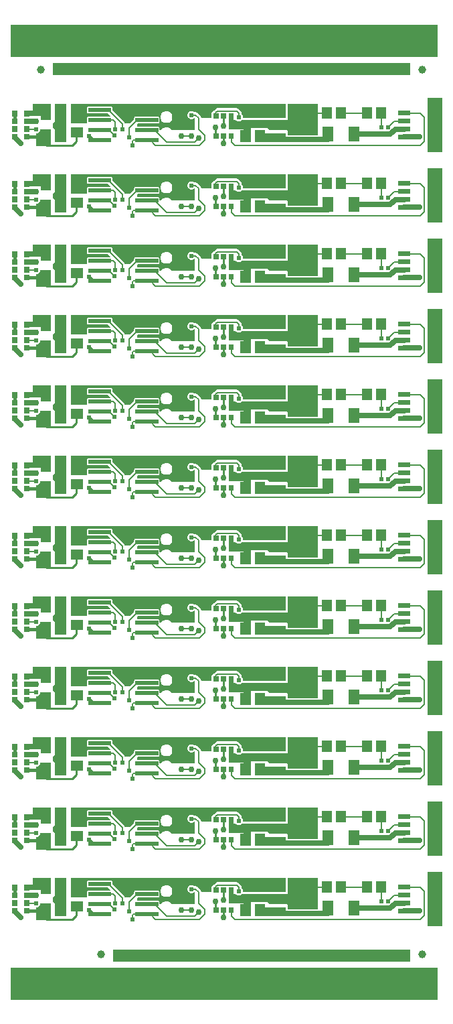
<source format=gbr>
G04 start of page 2 for group 0 idx 0 *
G04 Title: (unknown), top *
G04 Creator: pcb 4.2.2 *
G04 CreationDate: Mon Feb 10 04:01:32 2025 UTC *
G04 For: petersen *
G04 Format: Gerber/RS-274X *
G04 PCB-Dimensions (mil): 3000.00 5500.00 *
G04 PCB-Coordinate-Origin: lower left *
%MOIN*%
%FSLAX25Y25*%
%LNTOP*%
%ADD23C,0.0390*%
%ADD22C,0.0140*%
%ADD21C,0.0120*%
%ADD20C,0.0310*%
%ADD19C,0.0300*%
%ADD18C,0.0240*%
%ADD17C,0.0394*%
%ADD16C,0.0150*%
%ADD15C,0.0250*%
%ADD14C,0.0100*%
%ADD13C,0.0180*%
%ADD12C,0.0080*%
%ADD11C,0.0001*%
G54D11*G36*
X55000Y517500D02*X267500D01*
Y501500D01*
X55000D01*
Y517500D01*
G37*
G36*
X76000Y498500D02*X254000D01*
Y492500D01*
X76000D01*
Y498500D01*
G37*
G36*
X172000Y475500D02*X192000D01*
Y471000D01*
X172000D01*
Y475500D01*
G37*
G36*
Y470000D02*X196000D01*
Y466000D01*
X172000D01*
Y470000D01*
G37*
G36*
X183000Y467000D02*X194500D01*
Y465000D01*
X184000D01*
X183000Y466000D01*
Y467000D01*
G37*
G36*
X192000Y463500D02*Y459500D01*
X177500D01*
Y463500D01*
X192000D01*
G37*
G36*
Y471000D02*X170642D01*
X170680Y471155D01*
X170700Y471500D01*
X170680Y471845D01*
X170599Y472182D01*
X170466Y472502D01*
X170285Y472797D01*
X170060Y473060D01*
X169900Y473197D01*
Y473445D01*
X169904Y473500D01*
X169887Y473720D01*
X169836Y473934D01*
X169751Y474138D01*
X169636Y474325D01*
X169636Y474326D01*
X169493Y474493D01*
X169451Y474529D01*
X168529Y475451D01*
X168493Y475493D01*
X168326Y475636D01*
X168325Y475636D01*
X168138Y475751D01*
X167934Y475836D01*
X167720Y475887D01*
X167500Y475904D01*
X167445Y475900D01*
X158055D01*
X158000Y475904D01*
X157780Y475887D01*
X157566Y475836D01*
X157362Y475751D01*
X157175Y475636D01*
X157174Y475636D01*
X157007Y475493D01*
X156971Y475451D01*
X156149Y474629D01*
X156107Y474593D01*
X155964Y474425D01*
X155881Y474290D01*
X155729Y474253D01*
X155584Y474193D01*
X155450Y474111D01*
X155330Y474008D01*
X155228Y473889D01*
X155146Y473755D01*
X155085Y473609D01*
X155049Y473456D01*
X155039Y473299D01*
X155047Y471000D01*
X151000D01*
Y478000D01*
X192000D01*
Y471000D01*
G37*
G36*
X163500Y468500D02*Y472000D01*
X166000D01*
Y468500D01*
X163500D01*
G37*
G36*
X193000Y478000D02*X208000D01*
Y462500D01*
X193000D01*
Y478000D01*
G37*
G36*
X270000Y480000D02*Y455000D01*
X262500D01*
Y480000D01*
X270000D01*
G37*
G36*
X171000Y470000D02*X174500D01*
Y459000D01*
X171000D01*
Y470000D01*
G37*
G36*
X172000D02*Y465500D01*
X163500D01*
Y470000D01*
X166888D01*
X166940Y469940D01*
X167203Y469715D01*
X167498Y469534D01*
X167818Y469401D01*
X168155Y469320D01*
X168500Y469293D01*
X168845Y469320D01*
X169182Y469401D01*
X169502Y469534D01*
X169797Y469715D01*
X170060Y469940D01*
X170112Y470000D01*
X172000D01*
G37*
G36*
Y440500D02*X192000D01*
Y436000D01*
X172000D01*
Y440500D01*
G37*
G36*
X171000Y435000D02*X174500D01*
Y424000D01*
X171000D01*
Y435000D01*
G37*
G36*
X172000D02*Y430500D01*
X163500D01*
Y435000D01*
X166888D01*
X166940Y434940D01*
X167203Y434715D01*
X167498Y434534D01*
X167818Y434401D01*
X168155Y434320D01*
X168500Y434293D01*
X168845Y434320D01*
X169182Y434401D01*
X169502Y434534D01*
X169797Y434715D01*
X170060Y434940D01*
X170112Y435000D01*
X172000D01*
G37*
G36*
X196000D01*
Y431000D01*
X172000D01*
Y435000D01*
G37*
G36*
X192000Y428500D02*Y424500D01*
X177500D01*
Y428500D01*
X192000D01*
G37*
G36*
X163500Y433500D02*Y437000D01*
X166000D01*
Y433500D01*
X163500D01*
G37*
G36*
X193000Y443000D02*X208000D01*
Y427500D01*
X193000D01*
Y443000D01*
G37*
G36*
X183000Y432000D02*X194500D01*
Y430000D01*
X184000D01*
X183000Y431000D01*
Y432000D01*
G37*
G36*
X192000Y436000D02*X170642D01*
X170680Y436155D01*
X170700Y436500D01*
X170680Y436845D01*
X170599Y437182D01*
X170466Y437502D01*
X170285Y437797D01*
X170060Y438060D01*
X169900Y438197D01*
Y438445D01*
X169904Y438500D01*
X169887Y438720D01*
X169836Y438934D01*
X169751Y439138D01*
X169636Y439325D01*
X169636Y439326D01*
X169493Y439493D01*
X169451Y439529D01*
X168529Y440451D01*
X168493Y440493D01*
X168326Y440636D01*
X168325Y440636D01*
X168138Y440751D01*
X167934Y440836D01*
X167720Y440887D01*
X167500Y440904D01*
X167445Y440900D01*
X158055D01*
X158000Y440904D01*
X157780Y440887D01*
X157566Y440836D01*
X157362Y440751D01*
X157175Y440636D01*
X157174Y440636D01*
X157007Y440493D01*
X156971Y440451D01*
X156149Y439629D01*
X156107Y439593D01*
X155964Y439425D01*
X155881Y439290D01*
X155729Y439253D01*
X155584Y439193D01*
X155450Y439111D01*
X155330Y439008D01*
X155228Y438889D01*
X155146Y438755D01*
X155085Y438609D01*
X155049Y438456D01*
X155039Y438299D01*
X155047Y436000D01*
X151000D01*
Y443000D01*
X192000D01*
Y436000D01*
G37*
G36*
X270000Y445000D02*Y420000D01*
X262500D01*
Y445000D01*
X270000D01*
G37*
G36*
Y410000D02*Y385000D01*
X262500D01*
Y410000D01*
X270000D01*
G37*
G36*
Y375000D02*Y350000D01*
X262500D01*
Y375000D01*
X270000D01*
G37*
G36*
Y340000D02*Y315000D01*
X262500D01*
Y340000D01*
X270000D01*
G37*
G36*
Y305000D02*Y280000D01*
X262500D01*
Y305000D01*
X270000D01*
G37*
G36*
Y270000D02*Y245000D01*
X262500D01*
Y270000D01*
X270000D01*
G37*
G36*
Y235000D02*Y210000D01*
X262500D01*
Y235000D01*
X270000D01*
G37*
G36*
Y200000D02*Y175000D01*
X262500D01*
Y200000D01*
X270000D01*
G37*
G36*
Y165000D02*Y140000D01*
X262500D01*
Y165000D01*
X270000D01*
G37*
G36*
X75000Y352000D02*X67500D01*
Y358293D01*
X67845Y358320D01*
X68182Y358401D01*
X68502Y358534D01*
X68797Y358715D01*
X69060Y358940D01*
X69285Y359203D01*
X69466Y359498D01*
X69599Y359818D01*
X69680Y360155D01*
X69700Y360500D01*
X75000D01*
Y352000D01*
G37*
G36*
X163500Y363500D02*Y367000D01*
X166000D01*
Y363500D01*
X163500D01*
G37*
G36*
Y328500D02*Y332000D01*
X166000D01*
Y328500D01*
X163500D01*
G37*
G36*
Y293500D02*Y297000D01*
X166000D01*
Y293500D01*
X163500D01*
G37*
G36*
X78000Y325500D02*X77000D01*
X76000Y326500D01*
Y328500D01*
X77000Y329500D01*
X78000D01*
Y325500D01*
G37*
G36*
X75000Y338000D02*Y332000D01*
X66000D01*
Y338000D01*
X75000D01*
G37*
G36*
Y317000D02*X67500D01*
Y323293D01*
X67845Y323320D01*
X68182Y323401D01*
X68502Y323534D01*
X68797Y323715D01*
X69060Y323940D01*
X69285Y324203D01*
X69466Y324498D01*
X69599Y324818D01*
X69680Y325155D01*
X69700Y325500D01*
X75000D01*
Y317000D01*
G37*
G36*
X78000Y290500D02*X77000D01*
X76000Y291500D01*
Y293500D01*
X77000Y294500D01*
X78000D01*
Y290500D01*
G37*
G36*
X75000Y303000D02*Y297000D01*
X66000D01*
Y303000D01*
X75000D01*
G37*
G36*
Y282000D02*X67500D01*
Y288293D01*
X67845Y288320D01*
X68182Y288401D01*
X68502Y288534D01*
X68797Y288715D01*
X69060Y288940D01*
X69285Y289203D01*
X69466Y289498D01*
X69599Y289818D01*
X69680Y290155D01*
X69700Y290500D01*
X75000D01*
Y282000D01*
G37*
G36*
X78000Y255500D02*X77000D01*
X76000Y256500D01*
Y258500D01*
X77000Y259500D01*
X78000D01*
Y255500D01*
G37*
G36*
X75000Y268000D02*Y262000D01*
X66000D01*
Y268000D01*
X75000D01*
G37*
G36*
Y247000D02*X67500D01*
Y253293D01*
X67845Y253320D01*
X68182Y253401D01*
X68502Y253534D01*
X68797Y253715D01*
X69060Y253940D01*
X69285Y254203D01*
X69466Y254498D01*
X69599Y254818D01*
X69680Y255155D01*
X69700Y255500D01*
X75000D01*
Y247000D01*
G37*
G36*
X78000Y220500D02*X77000D01*
X76000Y221500D01*
Y223500D01*
X77000Y224500D01*
X78000D01*
Y220500D01*
G37*
G36*
X75000Y233000D02*Y227000D01*
X66000D01*
Y233000D01*
X75000D01*
G37*
G36*
X163500Y258500D02*Y262000D01*
X166000D01*
Y258500D01*
X163500D01*
G37*
G36*
Y223500D02*Y227000D01*
X166000D01*
Y223500D01*
X163500D01*
G37*
G36*
X75000Y212000D02*X67500D01*
Y218293D01*
X67845Y218320D01*
X68182Y218401D01*
X68502Y218534D01*
X68797Y218715D01*
X69060Y218940D01*
X69285Y219203D01*
X69466Y219498D01*
X69599Y219818D01*
X69680Y220155D01*
X69700Y220500D01*
X75000D01*
Y212000D01*
G37*
G36*
X78000Y185500D02*X77000D01*
X76000Y186500D01*
Y188500D01*
X77000Y189500D01*
X78000D01*
Y185500D01*
G37*
G36*
X75000Y198000D02*Y192000D01*
X66000D01*
Y198000D01*
X75000D01*
G37*
G36*
Y177000D02*X67500D01*
Y183293D01*
X67845Y183320D01*
X68182Y183401D01*
X68502Y183534D01*
X68797Y183715D01*
X69060Y183940D01*
X69285Y184203D01*
X69466Y184498D01*
X69599Y184818D01*
X69680Y185155D01*
X69700Y185500D01*
X75000D01*
Y177000D01*
G37*
G36*
X163500Y188500D02*Y192000D01*
X166000D01*
Y188500D01*
X163500D01*
G37*
G36*
Y153500D02*Y157000D01*
X166000D01*
Y153500D01*
X163500D01*
G37*
G36*
X78000Y150500D02*X77000D01*
X76000Y151500D01*
Y153500D01*
X77000Y154500D01*
X78000D01*
Y150500D01*
G37*
G36*
X75000Y163000D02*Y157000D01*
X66000D01*
Y163000D01*
X75000D01*
G37*
G36*
Y142000D02*X67500D01*
Y148293D01*
X67845Y148320D01*
X68182Y148401D01*
X68502Y148534D01*
X68797Y148715D01*
X69060Y148940D01*
X69285Y149203D01*
X69466Y149498D01*
X69599Y149818D01*
X69680Y150155D01*
X69700Y150500D01*
X75000D01*
Y142000D01*
G37*
G36*
Y478000D02*Y472000D01*
X66000D01*
Y478000D01*
X75000D01*
G37*
G36*
X77000D02*X82500D01*
Y459000D01*
X77000D01*
Y478000D01*
G37*
G36*
X85000D02*X92000D01*
Y468500D01*
X85000D01*
Y478000D01*
G37*
G36*
X78000Y465500D02*X77000D01*
X76000Y466500D01*
Y468500D01*
X77000Y469500D01*
X78000D01*
Y465500D01*
G37*
G36*
X75000Y478000D02*Y472000D01*
X66000D01*
Y478000D01*
X75000D01*
G37*
G36*
X96467Y473402D02*X96500Y473400D01*
X103116Y473404D01*
X104920Y471600D01*
X102033Y471598D01*
X102000Y471600D01*
X93406Y471594D01*
X93314Y471572D01*
X93227Y471536D01*
X93146Y471487D01*
X93074Y471426D01*
X93013Y471354D01*
X92964Y471273D01*
X92928Y471186D01*
X92906Y471094D01*
X92900Y471000D01*
X92906Y468906D01*
X92928Y468814D01*
X92964Y468727D01*
X93013Y468646D01*
X93074Y468574D01*
X93146Y468513D01*
X93168Y468500D01*
X86000D01*
Y478000D01*
X126500D01*
Y471599D01*
X125533Y471598D01*
X125500Y471600D01*
X116906Y471594D01*
X116814Y471572D01*
X116727Y471536D01*
X116646Y471487D01*
X116574Y471426D01*
X116513Y471354D01*
X116464Y471273D01*
X116428Y471186D01*
X116406Y471094D01*
X116400Y471000D01*
X116402Y470382D01*
X114520Y468500D01*
X111808D01*
X111751Y468638D01*
X111636Y468825D01*
X111636Y468826D01*
X111493Y468993D01*
X111451Y469029D01*
X105598Y474882D01*
X105594Y476094D01*
X105572Y476186D01*
X105536Y476273D01*
X105487Y476354D01*
X105426Y476426D01*
X105354Y476487D01*
X105273Y476536D01*
X105186Y476572D01*
X105094Y476594D01*
X105000Y476600D01*
X102033Y476598D01*
X102000Y476600D01*
X93406Y476594D01*
X93314Y476572D01*
X93227Y476536D01*
X93146Y476487D01*
X93074Y476426D01*
X93013Y476354D01*
X92964Y476273D01*
X92928Y476186D01*
X92906Y476094D01*
X92900Y476000D01*
X92906Y473906D01*
X92928Y473814D01*
X92964Y473727D01*
X93013Y473646D01*
X93074Y473574D01*
X93146Y473513D01*
X93227Y473464D01*
X93314Y473428D01*
X93406Y473406D01*
X93500Y473400D01*
X96467Y473402D01*
G37*
G36*
X126500Y468404D02*Y466599D01*
X125533Y466598D01*
X125500Y466600D01*
X118000Y466595D01*
Y468020D01*
X118381Y468401D01*
X119968Y468402D01*
X120000Y468400D01*
X126500Y468404D01*
G37*
G36*
X132495Y478000D02*X146500D01*
Y473900D01*
X146434D01*
X146419Y473919D01*
X146179Y474123D01*
X145911Y474288D01*
X145620Y474408D01*
X145314Y474481D01*
X145000Y474506D01*
X144686Y474481D01*
X144380Y474408D01*
X144089Y474288D01*
X143821Y474123D01*
X143581Y473919D01*
X143377Y473679D01*
X143212Y473411D01*
X143092Y473120D01*
X143019Y472814D01*
X142994Y472500D01*
X143019Y472186D01*
X143092Y471880D01*
X143212Y471589D01*
X143377Y471321D01*
X143581Y471081D01*
X143821Y470877D01*
X144089Y470712D01*
X144380Y470592D01*
X144686Y470519D01*
X145000Y470494D01*
X145314Y470519D01*
X145620Y470592D01*
X145911Y470712D01*
X146179Y470877D01*
X146419Y471081D01*
X146428Y471092D01*
X146500Y471020D01*
Y465000D01*
X135041D01*
X134894Y465239D01*
X134592Y465592D01*
X134239Y465894D01*
X133843Y466137D01*
X133414Y466314D01*
X132963Y466423D01*
X132500Y466459D01*
X132495Y466459D01*
Y468541D01*
X132500Y468541D01*
X132963Y468577D01*
X133414Y468686D01*
X133843Y468863D01*
X134239Y469106D01*
X134592Y469408D01*
X134894Y469761D01*
X135137Y470157D01*
X135314Y470586D01*
X135423Y471037D01*
X135450Y471500D01*
X135423Y471963D01*
X135314Y472414D01*
X135137Y472843D01*
X134894Y473239D01*
X134592Y473592D01*
X134239Y473894D01*
X133843Y474137D01*
X133414Y474314D01*
X132963Y474423D01*
X132500Y474459D01*
X132495Y474459D01*
Y478000D01*
G37*
G36*
X123000D02*X132495D01*
Y474459D01*
X132037Y474423D01*
X131586Y474314D01*
X131157Y474137D01*
X130761Y473894D01*
X130408Y473592D01*
X130106Y473239D01*
X129863Y472843D01*
X129686Y472414D01*
X129577Y471963D01*
X129541Y471500D01*
X129577Y471037D01*
X129686Y470586D01*
X129863Y470157D01*
X130106Y469761D01*
X130408Y469408D01*
X130761Y469106D01*
X131157Y468863D01*
X131586Y468686D01*
X132037Y468577D01*
X132495Y468541D01*
Y466459D01*
X132037Y466423D01*
X131586Y466314D01*
X131157Y466137D01*
X130761Y465894D01*
X130408Y465592D01*
X130106Y465239D01*
X129959Y465000D01*
X129097D01*
X129094Y466094D01*
X129072Y466186D01*
X129036Y466273D01*
X128987Y466354D01*
X128926Y466426D01*
X128854Y466487D01*
X128773Y466536D01*
X128686Y466572D01*
X128594Y466594D01*
X128500Y466600D01*
X125533Y466598D01*
X125500Y466600D01*
X123000Y466598D01*
Y468402D01*
X128594Y468406D01*
X128686Y468428D01*
X128773Y468464D01*
X128854Y468513D01*
X128926Y468574D01*
X128987Y468646D01*
X129036Y468727D01*
X129072Y468814D01*
X129094Y468906D01*
X129100Y469000D01*
X129094Y471094D01*
X129072Y471186D01*
X129036Y471273D01*
X128987Y471354D01*
X128926Y471426D01*
X128854Y471487D01*
X128773Y471536D01*
X128686Y471572D01*
X128594Y471594D01*
X128500Y471600D01*
X125533Y471598D01*
X125500Y471600D01*
X123000Y471598D01*
Y478000D01*
G37*
G36*
X143000D02*X154000D01*
Y471000D01*
X149904D01*
Y471000D01*
X149887Y471220D01*
X149836Y471434D01*
X149751Y471638D01*
X149636Y471825D01*
X149636Y471826D01*
X149493Y471993D01*
X149451Y472029D01*
X148029Y473451D01*
X147993Y473493D01*
X147826Y473636D01*
X147825Y473636D01*
X147638Y473751D01*
X147434Y473836D01*
X147220Y473887D01*
X147000Y473904D01*
X146945Y473900D01*
X146434D01*
X146419Y473919D01*
X146179Y474123D01*
X145911Y474288D01*
X145620Y474408D01*
X145314Y474481D01*
X145000Y474506D01*
X144686Y474481D01*
X144380Y474408D01*
X144089Y474288D01*
X143821Y474123D01*
X143581Y473919D01*
X143377Y473679D01*
X143212Y473411D01*
X143092Y473120D01*
X143019Y472814D01*
X143000Y472578D01*
Y478000D01*
G37*
G36*
X75000Y457000D02*X67500D01*
Y463293D01*
X67845Y463320D01*
X68182Y463401D01*
X68502Y463534D01*
X68797Y463715D01*
X69060Y463940D01*
X69285Y464203D01*
X69466Y464498D01*
X69599Y464818D01*
X69680Y465155D01*
X69700Y465500D01*
X75000D01*
Y457000D01*
G37*
G36*
Y443000D02*Y437000D01*
X66000D01*
Y443000D01*
X75000D01*
G37*
G36*
Y437000D01*
X66000D01*
Y443000D01*
X75000D01*
G37*
G36*
X77000D02*X82500D01*
Y424000D01*
X77000D01*
Y443000D01*
G37*
G36*
X78000Y430500D02*X77000D01*
X76000Y431500D01*
Y433500D01*
X77000Y434500D01*
X78000D01*
Y430500D01*
G37*
G36*
X77000Y408000D02*X82500D01*
Y389000D01*
X77000D01*
Y408000D01*
G37*
G36*
X78000Y395500D02*X77000D01*
X76000Y396500D01*
Y398500D01*
X77000Y399500D01*
X78000D01*
Y395500D01*
G37*
G36*
X85000Y443000D02*X92000D01*
Y433500D01*
X85000D01*
Y443000D01*
G37*
G36*
Y408000D02*X92000D01*
Y398500D01*
X85000D01*
Y408000D01*
G37*
G36*
X96467Y403402D02*X96500Y403400D01*
X103116Y403404D01*
X104920Y401600D01*
X102033Y401598D01*
X102000Y401600D01*
X93406Y401594D01*
X93314Y401572D01*
X93227Y401536D01*
X93146Y401487D01*
X93074Y401426D01*
X93013Y401354D01*
X92964Y401273D01*
X92928Y401186D01*
X92906Y401094D01*
X92900Y401000D01*
X92906Y398906D01*
X92928Y398814D01*
X92964Y398727D01*
X93013Y398646D01*
X93074Y398574D01*
X93146Y398513D01*
X93168Y398500D01*
X86000D01*
Y408000D01*
X126500D01*
Y401599D01*
X125533Y401598D01*
X125500Y401600D01*
X116906Y401594D01*
X116814Y401572D01*
X116727Y401536D01*
X116646Y401487D01*
X116574Y401426D01*
X116513Y401354D01*
X116464Y401273D01*
X116428Y401186D01*
X116406Y401094D01*
X116400Y401000D01*
X116402Y400382D01*
X114520Y398500D01*
X111808D01*
X111751Y398638D01*
X111636Y398825D01*
X111636Y398826D01*
X111493Y398993D01*
X111451Y399029D01*
X105598Y404882D01*
X105594Y406094D01*
X105572Y406186D01*
X105536Y406273D01*
X105487Y406354D01*
X105426Y406426D01*
X105354Y406487D01*
X105273Y406536D01*
X105186Y406572D01*
X105094Y406594D01*
X105000Y406600D01*
X102033Y406598D01*
X102000Y406600D01*
X93406Y406594D01*
X93314Y406572D01*
X93227Y406536D01*
X93146Y406487D01*
X93074Y406426D01*
X93013Y406354D01*
X92964Y406273D01*
X92928Y406186D01*
X92906Y406094D01*
X92900Y406000D01*
X92906Y403906D01*
X92928Y403814D01*
X92964Y403727D01*
X93013Y403646D01*
X93074Y403574D01*
X93146Y403513D01*
X93227Y403464D01*
X93314Y403428D01*
X93406Y403406D01*
X93500Y403400D01*
X96467Y403402D01*
G37*
G36*
X126500Y398404D02*Y396599D01*
X125533Y396598D01*
X125500Y396600D01*
X118000Y396595D01*
Y398020D01*
X118381Y398401D01*
X119968Y398402D01*
X120000Y398400D01*
X126500Y398404D01*
G37*
G36*
X132495Y408000D02*X146500D01*
Y403900D01*
X146434D01*
X146419Y403919D01*
X146179Y404123D01*
X145911Y404288D01*
X145620Y404408D01*
X145314Y404481D01*
X145000Y404506D01*
X144686Y404481D01*
X144380Y404408D01*
X144089Y404288D01*
X143821Y404123D01*
X143581Y403919D01*
X143377Y403679D01*
X143212Y403411D01*
X143092Y403120D01*
X143019Y402814D01*
X142994Y402500D01*
X143019Y402186D01*
X143092Y401880D01*
X143212Y401589D01*
X143377Y401321D01*
X143581Y401081D01*
X143821Y400877D01*
X144089Y400712D01*
X144380Y400592D01*
X144686Y400519D01*
X145000Y400494D01*
X145314Y400519D01*
X145620Y400592D01*
X145911Y400712D01*
X146179Y400877D01*
X146419Y401081D01*
X146428Y401092D01*
X146500Y401020D01*
Y395000D01*
X135041D01*
X134894Y395239D01*
X134592Y395592D01*
X134239Y395894D01*
X133843Y396137D01*
X133414Y396314D01*
X132963Y396423D01*
X132500Y396459D01*
X132495Y396459D01*
Y398541D01*
X132500Y398541D01*
X132963Y398577D01*
X133414Y398686D01*
X133843Y398863D01*
X134239Y399106D01*
X134592Y399408D01*
X134894Y399761D01*
X135137Y400157D01*
X135314Y400586D01*
X135423Y401037D01*
X135450Y401500D01*
X135423Y401963D01*
X135314Y402414D01*
X135137Y402843D01*
X134894Y403239D01*
X134592Y403592D01*
X134239Y403894D01*
X133843Y404137D01*
X133414Y404314D01*
X132963Y404423D01*
X132500Y404459D01*
X132495Y404459D01*
Y408000D01*
G37*
G36*
X123000D02*X132495D01*
Y404459D01*
X132037Y404423D01*
X131586Y404314D01*
X131157Y404137D01*
X130761Y403894D01*
X130408Y403592D01*
X130106Y403239D01*
X129863Y402843D01*
X129686Y402414D01*
X129577Y401963D01*
X129541Y401500D01*
X129577Y401037D01*
X129686Y400586D01*
X129863Y400157D01*
X130106Y399761D01*
X130408Y399408D01*
X130761Y399106D01*
X131157Y398863D01*
X131586Y398686D01*
X132037Y398577D01*
X132495Y398541D01*
Y396459D01*
X132037Y396423D01*
X131586Y396314D01*
X131157Y396137D01*
X130761Y395894D01*
X130408Y395592D01*
X130106Y395239D01*
X129959Y395000D01*
X129097D01*
X129094Y396094D01*
X129072Y396186D01*
X129036Y396273D01*
X128987Y396354D01*
X128926Y396426D01*
X128854Y396487D01*
X128773Y396536D01*
X128686Y396572D01*
X128594Y396594D01*
X128500Y396600D01*
X125533Y396598D01*
X125500Y396600D01*
X123000Y396598D01*
Y398402D01*
X128594Y398406D01*
X128686Y398428D01*
X128773Y398464D01*
X128854Y398513D01*
X128926Y398574D01*
X128987Y398646D01*
X129036Y398727D01*
X129072Y398814D01*
X129094Y398906D01*
X129100Y399000D01*
X129094Y401094D01*
X129072Y401186D01*
X129036Y401273D01*
X128987Y401354D01*
X128926Y401426D01*
X128854Y401487D01*
X128773Y401536D01*
X128686Y401572D01*
X128594Y401594D01*
X128500Y401600D01*
X125533Y401598D01*
X125500Y401600D01*
X123000Y401598D01*
Y408000D01*
G37*
G36*
X143000D02*X154000D01*
Y401000D01*
X149904D01*
Y401000D01*
X149887Y401220D01*
X149836Y401434D01*
X149751Y401638D01*
X149636Y401825D01*
X149636Y401826D01*
X149493Y401993D01*
X149451Y402029D01*
X148029Y403451D01*
X147993Y403493D01*
X147826Y403636D01*
X147825Y403636D01*
X147638Y403751D01*
X147434Y403836D01*
X147220Y403887D01*
X147000Y403904D01*
X146945Y403900D01*
X146434D01*
X146419Y403919D01*
X146179Y404123D01*
X145911Y404288D01*
X145620Y404408D01*
X145314Y404481D01*
X145000Y404506D01*
X144686Y404481D01*
X144380Y404408D01*
X144089Y404288D01*
X143821Y404123D01*
X143581Y403919D01*
X143377Y403679D01*
X143212Y403411D01*
X143092Y403120D01*
X143019Y402814D01*
X143000Y402578D01*
Y408000D01*
G37*
G36*
X96467Y438402D02*X96500Y438400D01*
X103116Y438404D01*
X104920Y436600D01*
X102033Y436598D01*
X102000Y436600D01*
X93406Y436594D01*
X93314Y436572D01*
X93227Y436536D01*
X93146Y436487D01*
X93074Y436426D01*
X93013Y436354D01*
X92964Y436273D01*
X92928Y436186D01*
X92906Y436094D01*
X92900Y436000D01*
X92906Y433906D01*
X92928Y433814D01*
X92964Y433727D01*
X93013Y433646D01*
X93074Y433574D01*
X93146Y433513D01*
X93168Y433500D01*
X86000D01*
Y443000D01*
X126500D01*
Y436599D01*
X125533Y436598D01*
X125500Y436600D01*
X116906Y436594D01*
X116814Y436572D01*
X116727Y436536D01*
X116646Y436487D01*
X116574Y436426D01*
X116513Y436354D01*
X116464Y436273D01*
X116428Y436186D01*
X116406Y436094D01*
X116400Y436000D01*
X116402Y435382D01*
X114520Y433500D01*
X111808D01*
X111751Y433638D01*
X111636Y433825D01*
X111636Y433826D01*
X111493Y433993D01*
X111451Y434029D01*
X105598Y439882D01*
X105594Y441094D01*
X105572Y441186D01*
X105536Y441273D01*
X105487Y441354D01*
X105426Y441426D01*
X105354Y441487D01*
X105273Y441536D01*
X105186Y441572D01*
X105094Y441594D01*
X105000Y441600D01*
X102033Y441598D01*
X102000Y441600D01*
X93406Y441594D01*
X93314Y441572D01*
X93227Y441536D01*
X93146Y441487D01*
X93074Y441426D01*
X93013Y441354D01*
X92964Y441273D01*
X92928Y441186D01*
X92906Y441094D01*
X92900Y441000D01*
X92906Y438906D01*
X92928Y438814D01*
X92964Y438727D01*
X93013Y438646D01*
X93074Y438574D01*
X93146Y438513D01*
X93227Y438464D01*
X93314Y438428D01*
X93406Y438406D01*
X93500Y438400D01*
X96467Y438402D01*
G37*
G36*
X126500Y433404D02*Y431599D01*
X125533Y431598D01*
X125500Y431600D01*
X118000Y431595D01*
Y433020D01*
X118381Y433401D01*
X119968Y433402D01*
X120000Y433400D01*
X126500Y433404D01*
G37*
G36*
X132495Y443000D02*X146500D01*
Y438900D01*
X146434D01*
X146419Y438919D01*
X146179Y439123D01*
X145911Y439288D01*
X145620Y439408D01*
X145314Y439481D01*
X145000Y439506D01*
X144686Y439481D01*
X144380Y439408D01*
X144089Y439288D01*
X143821Y439123D01*
X143581Y438919D01*
X143377Y438679D01*
X143212Y438411D01*
X143092Y438120D01*
X143019Y437814D01*
X142994Y437500D01*
X143019Y437186D01*
X143092Y436880D01*
X143212Y436589D01*
X143377Y436321D01*
X143581Y436081D01*
X143821Y435877D01*
X144089Y435712D01*
X144380Y435592D01*
X144686Y435519D01*
X145000Y435494D01*
X145314Y435519D01*
X145620Y435592D01*
X145911Y435712D01*
X146179Y435877D01*
X146419Y436081D01*
X146428Y436092D01*
X146500Y436020D01*
Y430000D01*
X135041D01*
X134894Y430239D01*
X134592Y430592D01*
X134239Y430894D01*
X133843Y431137D01*
X133414Y431314D01*
X132963Y431423D01*
X132500Y431459D01*
X132495Y431459D01*
Y433541D01*
X132500Y433541D01*
X132963Y433577D01*
X133414Y433686D01*
X133843Y433863D01*
X134239Y434106D01*
X134592Y434408D01*
X134894Y434761D01*
X135137Y435157D01*
X135314Y435586D01*
X135423Y436037D01*
X135450Y436500D01*
X135423Y436963D01*
X135314Y437414D01*
X135137Y437843D01*
X134894Y438239D01*
X134592Y438592D01*
X134239Y438894D01*
X133843Y439137D01*
X133414Y439314D01*
X132963Y439423D01*
X132500Y439459D01*
X132495Y439459D01*
Y443000D01*
G37*
G36*
X123000D02*X132495D01*
Y439459D01*
X132037Y439423D01*
X131586Y439314D01*
X131157Y439137D01*
X130761Y438894D01*
X130408Y438592D01*
X130106Y438239D01*
X129863Y437843D01*
X129686Y437414D01*
X129577Y436963D01*
X129541Y436500D01*
X129577Y436037D01*
X129686Y435586D01*
X129863Y435157D01*
X130106Y434761D01*
X130408Y434408D01*
X130761Y434106D01*
X131157Y433863D01*
X131586Y433686D01*
X132037Y433577D01*
X132495Y433541D01*
Y431459D01*
X132037Y431423D01*
X131586Y431314D01*
X131157Y431137D01*
X130761Y430894D01*
X130408Y430592D01*
X130106Y430239D01*
X129959Y430000D01*
X129097D01*
X129094Y431094D01*
X129072Y431186D01*
X129036Y431273D01*
X128987Y431354D01*
X128926Y431426D01*
X128854Y431487D01*
X128773Y431536D01*
X128686Y431572D01*
X128594Y431594D01*
X128500Y431600D01*
X125533Y431598D01*
X125500Y431600D01*
X123000Y431598D01*
Y433402D01*
X128594Y433406D01*
X128686Y433428D01*
X128773Y433464D01*
X128854Y433513D01*
X128926Y433574D01*
X128987Y433646D01*
X129036Y433727D01*
X129072Y433814D01*
X129094Y433906D01*
X129100Y434000D01*
X129094Y436094D01*
X129072Y436186D01*
X129036Y436273D01*
X128987Y436354D01*
X128926Y436426D01*
X128854Y436487D01*
X128773Y436536D01*
X128686Y436572D01*
X128594Y436594D01*
X128500Y436600D01*
X125533Y436598D01*
X125500Y436600D01*
X123000Y436598D01*
Y443000D01*
G37*
G36*
X143000D02*X154000D01*
Y436000D01*
X149904D01*
Y436000D01*
X149887Y436220D01*
X149836Y436434D01*
X149751Y436638D01*
X149636Y436825D01*
X149636Y436826D01*
X149493Y436993D01*
X149451Y437029D01*
X148029Y438451D01*
X147993Y438493D01*
X147826Y438636D01*
X147825Y438636D01*
X147638Y438751D01*
X147434Y438836D01*
X147220Y438887D01*
X147000Y438904D01*
X146945Y438900D01*
X146434D01*
X146419Y438919D01*
X146179Y439123D01*
X145911Y439288D01*
X145620Y439408D01*
X145314Y439481D01*
X145000Y439506D01*
X144686Y439481D01*
X144380Y439408D01*
X144089Y439288D01*
X143821Y439123D01*
X143581Y438919D01*
X143377Y438679D01*
X143212Y438411D01*
X143092Y438120D01*
X143019Y437814D01*
X143000Y437578D01*
Y443000D01*
G37*
G36*
X75000Y422000D02*X67500D01*
Y428293D01*
X67845Y428320D01*
X68182Y428401D01*
X68502Y428534D01*
X68797Y428715D01*
X69060Y428940D01*
X69285Y429203D01*
X69466Y429498D01*
X69599Y429818D01*
X69680Y430155D01*
X69700Y430500D01*
X75000D01*
Y422000D01*
G37*
G36*
Y408000D02*Y402000D01*
X66000D01*
Y408000D01*
X75000D01*
G37*
G36*
Y402000D01*
X66000D01*
Y408000D01*
X75000D01*
G37*
G36*
Y387000D02*X67500D01*
Y393293D01*
X67845Y393320D01*
X68182Y393401D01*
X68502Y393534D01*
X68797Y393715D01*
X69060Y393940D01*
X69285Y394203D01*
X69466Y394498D01*
X69599Y394818D01*
X69680Y395155D01*
X69700Y395500D01*
X75000D01*
Y387000D01*
G37*
G36*
X77000Y373000D02*X82500D01*
Y354000D01*
X77000D01*
Y373000D01*
G37*
G36*
X85000D02*X92000D01*
Y363500D01*
X85000D01*
Y373000D01*
G37*
G36*
X75000D02*Y367000D01*
X66000D01*
Y373000D01*
X75000D01*
G37*
G36*
X96467Y368402D02*X96500Y368400D01*
X103116Y368404D01*
X104920Y366600D01*
X102033Y366598D01*
X102000Y366600D01*
X93406Y366594D01*
X93314Y366572D01*
X93227Y366536D01*
X93146Y366487D01*
X93074Y366426D01*
X93013Y366354D01*
X92964Y366273D01*
X92928Y366186D01*
X92906Y366094D01*
X92900Y366000D01*
X92906Y363906D01*
X92928Y363814D01*
X92964Y363727D01*
X93013Y363646D01*
X93074Y363574D01*
X93146Y363513D01*
X93168Y363500D01*
X86000D01*
Y373000D01*
X126500D01*
Y366599D01*
X125533Y366598D01*
X125500Y366600D01*
X116906Y366594D01*
X116814Y366572D01*
X116727Y366536D01*
X116646Y366487D01*
X116574Y366426D01*
X116513Y366354D01*
X116464Y366273D01*
X116428Y366186D01*
X116406Y366094D01*
X116400Y366000D01*
X116402Y365382D01*
X114520Y363500D01*
X111808D01*
X111751Y363638D01*
X111636Y363825D01*
X111636Y363826D01*
X111493Y363993D01*
X111451Y364029D01*
X105598Y369882D01*
X105594Y371094D01*
X105572Y371186D01*
X105536Y371273D01*
X105487Y371354D01*
X105426Y371426D01*
X105354Y371487D01*
X105273Y371536D01*
X105186Y371572D01*
X105094Y371594D01*
X105000Y371600D01*
X102033Y371598D01*
X102000Y371600D01*
X93406Y371594D01*
X93314Y371572D01*
X93227Y371536D01*
X93146Y371487D01*
X93074Y371426D01*
X93013Y371354D01*
X92964Y371273D01*
X92928Y371186D01*
X92906Y371094D01*
X92900Y371000D01*
X92906Y368906D01*
X92928Y368814D01*
X92964Y368727D01*
X93013Y368646D01*
X93074Y368574D01*
X93146Y368513D01*
X93227Y368464D01*
X93314Y368428D01*
X93406Y368406D01*
X93500Y368400D01*
X96467Y368402D01*
G37*
G36*
X78000Y360500D02*X77000D01*
X76000Y361500D01*
Y363500D01*
X77000Y364500D01*
X78000D01*
Y360500D01*
G37*
G36*
X75000Y373000D02*Y367000D01*
X66000D01*
Y373000D01*
X75000D01*
G37*
G36*
X172000Y405500D02*X192000D01*
Y401000D01*
X172000D01*
Y405500D01*
G37*
G36*
Y400000D02*X196000D01*
Y396000D01*
X172000D01*
Y400000D01*
G37*
G36*
X183000Y397000D02*X194500D01*
Y395000D01*
X184000D01*
X183000Y396000D01*
Y397000D01*
G37*
G36*
X192000Y393500D02*Y389500D01*
X177500D01*
Y393500D01*
X192000D01*
G37*
G36*
X193000Y408000D02*X208000D01*
Y392500D01*
X193000D01*
Y408000D01*
G37*
G36*
X171000Y400000D02*X174500D01*
Y389000D01*
X171000D01*
Y400000D01*
G37*
G36*
X172000D02*Y395500D01*
X163500D01*
Y400000D01*
X166888D01*
X166940Y399940D01*
X167203Y399715D01*
X167498Y399534D01*
X167818Y399401D01*
X168155Y399320D01*
X168500Y399293D01*
X168845Y399320D01*
X169182Y399401D01*
X169502Y399534D01*
X169797Y399715D01*
X170060Y399940D01*
X170112Y400000D01*
X172000D01*
G37*
G36*
X192000Y401000D02*X170642D01*
X170680Y401155D01*
X170700Y401500D01*
X170680Y401845D01*
X170599Y402182D01*
X170466Y402502D01*
X170285Y402797D01*
X170060Y403060D01*
X169900Y403197D01*
Y403445D01*
X169904Y403500D01*
X169887Y403720D01*
X169836Y403934D01*
X169751Y404138D01*
X169636Y404325D01*
X169636Y404326D01*
X169493Y404493D01*
X169451Y404529D01*
X168529Y405451D01*
X168493Y405493D01*
X168326Y405636D01*
X168325Y405636D01*
X168138Y405751D01*
X167934Y405836D01*
X167720Y405887D01*
X167500Y405904D01*
X167445Y405900D01*
X158055D01*
X158000Y405904D01*
X157780Y405887D01*
X157566Y405836D01*
X157362Y405751D01*
X157175Y405636D01*
X157174Y405636D01*
X157007Y405493D01*
X156971Y405451D01*
X156149Y404629D01*
X156107Y404593D01*
X155964Y404425D01*
X155881Y404290D01*
X155729Y404253D01*
X155584Y404193D01*
X155450Y404111D01*
X155330Y404008D01*
X155228Y403889D01*
X155146Y403755D01*
X155085Y403609D01*
X155049Y403456D01*
X155039Y403299D01*
X155047Y401000D01*
X151000D01*
Y408000D01*
X192000D01*
Y401000D01*
G37*
G36*
X163500Y398500D02*Y402000D01*
X166000D01*
Y398500D01*
X163500D01*
G37*
G36*
X172000Y370500D02*X192000D01*
Y366000D01*
X172000D01*
Y370500D01*
G37*
G36*
X171000Y365000D02*X174500D01*
Y354000D01*
X171000D01*
Y365000D01*
G37*
G36*
X172000D02*Y360500D01*
X163500D01*
Y365000D01*
X166888D01*
X166940Y364940D01*
X167203Y364715D01*
X167498Y364534D01*
X167818Y364401D01*
X168155Y364320D01*
X168500Y364293D01*
X168845Y364320D01*
X169182Y364401D01*
X169502Y364534D01*
X169797Y364715D01*
X170060Y364940D01*
X170112Y365000D01*
X172000D01*
G37*
G36*
X196000D01*
Y361000D01*
X172000D01*
Y365000D01*
G37*
G36*
X192000Y358500D02*Y354500D01*
X177500D01*
Y358500D01*
X192000D01*
G37*
G36*
X193000Y373000D02*X208000D01*
Y357500D01*
X193000D01*
Y373000D01*
G37*
G36*
X183000Y362000D02*X194500D01*
Y360000D01*
X184000D01*
X183000Y361000D01*
Y362000D01*
G37*
G36*
X192000Y366000D02*X170642D01*
X170680Y366155D01*
X170700Y366500D01*
X170680Y366845D01*
X170599Y367182D01*
X170466Y367502D01*
X170285Y367797D01*
X170060Y368060D01*
X169900Y368197D01*
Y368445D01*
X169904Y368500D01*
X169887Y368720D01*
X169836Y368934D01*
X169751Y369138D01*
X169636Y369325D01*
X169636Y369326D01*
X169493Y369493D01*
X169451Y369529D01*
X168529Y370451D01*
X168493Y370493D01*
X168326Y370636D01*
X168325Y370636D01*
X168138Y370751D01*
X167934Y370836D01*
X167720Y370887D01*
X167500Y370904D01*
X167445Y370900D01*
X158055D01*
X158000Y370904D01*
X157780Y370887D01*
X157566Y370836D01*
X157362Y370751D01*
X157175Y370636D01*
X157174Y370636D01*
X157007Y370493D01*
X156971Y370451D01*
X156149Y369629D01*
X156107Y369593D01*
X155964Y369425D01*
X155881Y369290D01*
X155729Y369253D01*
X155584Y369193D01*
X155450Y369111D01*
X155330Y369008D01*
X155228Y368889D01*
X155146Y368755D01*
X155085Y368609D01*
X155049Y368456D01*
X155039Y368299D01*
X155047Y366000D01*
X151000D01*
Y373000D01*
X192000D01*
Y366000D01*
G37*
G36*
X126500Y363404D02*Y361599D01*
X125533Y361598D01*
X125500Y361600D01*
X118000Y361595D01*
Y363020D01*
X118381Y363401D01*
X119968Y363402D01*
X120000Y363400D01*
X126500Y363404D01*
G37*
G36*
X132495Y373000D02*X146500D01*
Y368900D01*
X146434D01*
X146419Y368919D01*
X146179Y369123D01*
X145911Y369288D01*
X145620Y369408D01*
X145314Y369481D01*
X145000Y369506D01*
X144686Y369481D01*
X144380Y369408D01*
X144089Y369288D01*
X143821Y369123D01*
X143581Y368919D01*
X143377Y368679D01*
X143212Y368411D01*
X143092Y368120D01*
X143019Y367814D01*
X142994Y367500D01*
X143019Y367186D01*
X143092Y366880D01*
X143212Y366589D01*
X143377Y366321D01*
X143581Y366081D01*
X143821Y365877D01*
X144089Y365712D01*
X144380Y365592D01*
X144686Y365519D01*
X145000Y365494D01*
X145314Y365519D01*
X145620Y365592D01*
X145911Y365712D01*
X146179Y365877D01*
X146419Y366081D01*
X146428Y366092D01*
X146500Y366020D01*
Y360000D01*
X135041D01*
X134894Y360239D01*
X134592Y360592D01*
X134239Y360894D01*
X133843Y361137D01*
X133414Y361314D01*
X132963Y361423D01*
X132500Y361459D01*
X132495Y361459D01*
Y363541D01*
X132500Y363541D01*
X132963Y363577D01*
X133414Y363686D01*
X133843Y363863D01*
X134239Y364106D01*
X134592Y364408D01*
X134894Y364761D01*
X135137Y365157D01*
X135314Y365586D01*
X135423Y366037D01*
X135450Y366500D01*
X135423Y366963D01*
X135314Y367414D01*
X135137Y367843D01*
X134894Y368239D01*
X134592Y368592D01*
X134239Y368894D01*
X133843Y369137D01*
X133414Y369314D01*
X132963Y369423D01*
X132500Y369459D01*
X132495Y369459D01*
Y373000D01*
G37*
G36*
X123000D02*X132495D01*
Y369459D01*
X132037Y369423D01*
X131586Y369314D01*
X131157Y369137D01*
X130761Y368894D01*
X130408Y368592D01*
X130106Y368239D01*
X129863Y367843D01*
X129686Y367414D01*
X129577Y366963D01*
X129541Y366500D01*
X129577Y366037D01*
X129686Y365586D01*
X129863Y365157D01*
X130106Y364761D01*
X130408Y364408D01*
X130761Y364106D01*
X131157Y363863D01*
X131586Y363686D01*
X132037Y363577D01*
X132495Y363541D01*
Y361459D01*
X132037Y361423D01*
X131586Y361314D01*
X131157Y361137D01*
X130761Y360894D01*
X130408Y360592D01*
X130106Y360239D01*
X129959Y360000D01*
X129097D01*
X129094Y361094D01*
X129072Y361186D01*
X129036Y361273D01*
X128987Y361354D01*
X128926Y361426D01*
X128854Y361487D01*
X128773Y361536D01*
X128686Y361572D01*
X128594Y361594D01*
X128500Y361600D01*
X125533Y361598D01*
X125500Y361600D01*
X123000Y361598D01*
Y363402D01*
X128594Y363406D01*
X128686Y363428D01*
X128773Y363464D01*
X128854Y363513D01*
X128926Y363574D01*
X128987Y363646D01*
X129036Y363727D01*
X129072Y363814D01*
X129094Y363906D01*
X129100Y364000D01*
X129094Y366094D01*
X129072Y366186D01*
X129036Y366273D01*
X128987Y366354D01*
X128926Y366426D01*
X128854Y366487D01*
X128773Y366536D01*
X128686Y366572D01*
X128594Y366594D01*
X128500Y366600D01*
X125533Y366598D01*
X125500Y366600D01*
X123000Y366598D01*
Y373000D01*
G37*
G36*
X143000D02*X154000D01*
Y366000D01*
X149904D01*
Y366000D01*
X149887Y366220D01*
X149836Y366434D01*
X149751Y366638D01*
X149636Y366825D01*
X149636Y366826D01*
X149493Y366993D01*
X149451Y367029D01*
X148029Y368451D01*
X147993Y368493D01*
X147826Y368636D01*
X147825Y368636D01*
X147638Y368751D01*
X147434Y368836D01*
X147220Y368887D01*
X147000Y368904D01*
X146945Y368900D01*
X146434D01*
X146419Y368919D01*
X146179Y369123D01*
X145911Y369288D01*
X145620Y369408D01*
X145314Y369481D01*
X145000Y369506D01*
X144686Y369481D01*
X144380Y369408D01*
X144089Y369288D01*
X143821Y369123D01*
X143581Y368919D01*
X143377Y368679D01*
X143212Y368411D01*
X143092Y368120D01*
X143019Y367814D01*
X143000Y367578D01*
Y373000D01*
G37*
G36*
X172000Y335500D02*X192000D01*
Y331000D01*
X172000D01*
Y335500D01*
G37*
G36*
X193000Y338000D02*X208000D01*
Y322500D01*
X193000D01*
Y338000D01*
G37*
G36*
X172000Y330000D02*X196000D01*
Y326000D01*
X172000D01*
Y330000D01*
G37*
G36*
X183000Y327000D02*X194500D01*
Y325000D01*
X184000D01*
X183000Y326000D01*
Y327000D01*
G37*
G36*
X192000Y323500D02*Y319500D01*
X177500D01*
Y323500D01*
X192000D01*
G37*
G36*
Y331000D02*X170642D01*
X170680Y331155D01*
X170700Y331500D01*
X170680Y331845D01*
X170599Y332182D01*
X170466Y332502D01*
X170285Y332797D01*
X170060Y333060D01*
X169900Y333197D01*
Y333445D01*
X169904Y333500D01*
X169887Y333720D01*
X169836Y333934D01*
X169751Y334138D01*
X169636Y334325D01*
X169636Y334326D01*
X169493Y334493D01*
X169451Y334529D01*
X168529Y335451D01*
X168493Y335493D01*
X168326Y335636D01*
X168325Y335636D01*
X168138Y335751D01*
X167934Y335836D01*
X167720Y335887D01*
X167500Y335904D01*
X167445Y335900D01*
X158055D01*
X158000Y335904D01*
X157780Y335887D01*
X157566Y335836D01*
X157362Y335751D01*
X157175Y335636D01*
X157174Y335636D01*
X157007Y335493D01*
X156971Y335451D01*
X156149Y334629D01*
X156107Y334593D01*
X155964Y334425D01*
X155881Y334290D01*
X155729Y334253D01*
X155584Y334193D01*
X155450Y334111D01*
X155330Y334008D01*
X155228Y333889D01*
X155146Y333755D01*
X155085Y333609D01*
X155049Y333456D01*
X155039Y333299D01*
X155047Y331000D01*
X151000D01*
Y338000D01*
X192000D01*
Y331000D01*
G37*
G36*
X171000Y330000D02*X174500D01*
Y319000D01*
X171000D01*
Y330000D01*
G37*
G36*
X172000D02*Y325500D01*
X163500D01*
Y330000D01*
X166888D01*
X166940Y329940D01*
X167203Y329715D01*
X167498Y329534D01*
X167818Y329401D01*
X168155Y329320D01*
X168500Y329293D01*
X168845Y329320D01*
X169182Y329401D01*
X169502Y329534D01*
X169797Y329715D01*
X170060Y329940D01*
X170112Y330000D01*
X172000D01*
G37*
G36*
Y295000D02*Y290500D01*
X163500D01*
Y295000D01*
X166888D01*
X166940Y294940D01*
X167203Y294715D01*
X167498Y294534D01*
X167818Y294401D01*
X168155Y294320D01*
X168500Y294293D01*
X168845Y294320D01*
X169182Y294401D01*
X169502Y294534D01*
X169797Y294715D01*
X170060Y294940D01*
X170112Y295000D01*
X172000D01*
G37*
G36*
X192000Y296000D02*X170642D01*
X170680Y296155D01*
X170700Y296500D01*
X170680Y296845D01*
X170599Y297182D01*
X170466Y297502D01*
X170285Y297797D01*
X170060Y298060D01*
X169900Y298197D01*
Y298445D01*
X169904Y298500D01*
X169887Y298720D01*
X169836Y298934D01*
X169751Y299138D01*
X169636Y299325D01*
X169636Y299326D01*
X169493Y299493D01*
X169451Y299529D01*
X168529Y300451D01*
X168493Y300493D01*
X168326Y300636D01*
X168325Y300636D01*
X168138Y300751D01*
X167934Y300836D01*
X167720Y300887D01*
X167500Y300904D01*
X167445Y300900D01*
X158055D01*
X158000Y300904D01*
X157780Y300887D01*
X157566Y300836D01*
X157362Y300751D01*
X157175Y300636D01*
X157174Y300636D01*
X157007Y300493D01*
X156971Y300451D01*
X156149Y299629D01*
X156107Y299593D01*
X155964Y299425D01*
X155881Y299290D01*
X155729Y299253D01*
X155584Y299193D01*
X155450Y299111D01*
X155330Y299008D01*
X155228Y298889D01*
X155146Y298755D01*
X155085Y298609D01*
X155049Y298456D01*
X155039Y298299D01*
X155047Y296000D01*
X151000D01*
Y303000D01*
X192000D01*
Y296000D01*
G37*
G36*
X75000Y338000D02*Y332000D01*
X66000D01*
Y338000D01*
X75000D01*
G37*
G36*
X96467Y333402D02*X96500Y333400D01*
X103116Y333404D01*
X104920Y331600D01*
X102033Y331598D01*
X102000Y331600D01*
X93406Y331594D01*
X93314Y331572D01*
X93227Y331536D01*
X93146Y331487D01*
X93074Y331426D01*
X93013Y331354D01*
X92964Y331273D01*
X92928Y331186D01*
X92906Y331094D01*
X92900Y331000D01*
X92906Y328906D01*
X92928Y328814D01*
X92964Y328727D01*
X93013Y328646D01*
X93074Y328574D01*
X93146Y328513D01*
X93168Y328500D01*
X86000D01*
Y338000D01*
X126500D01*
Y331599D01*
X125533Y331598D01*
X125500Y331600D01*
X116906Y331594D01*
X116814Y331572D01*
X116727Y331536D01*
X116646Y331487D01*
X116574Y331426D01*
X116513Y331354D01*
X116464Y331273D01*
X116428Y331186D01*
X116406Y331094D01*
X116400Y331000D01*
X116402Y330382D01*
X114520Y328500D01*
X111808D01*
X111751Y328638D01*
X111636Y328825D01*
X111636Y328826D01*
X111493Y328993D01*
X111451Y329029D01*
X105598Y334882D01*
X105594Y336094D01*
X105572Y336186D01*
X105536Y336273D01*
X105487Y336354D01*
X105426Y336426D01*
X105354Y336487D01*
X105273Y336536D01*
X105186Y336572D01*
X105094Y336594D01*
X105000Y336600D01*
X102033Y336598D01*
X102000Y336600D01*
X93406Y336594D01*
X93314Y336572D01*
X93227Y336536D01*
X93146Y336487D01*
X93074Y336426D01*
X93013Y336354D01*
X92964Y336273D01*
X92928Y336186D01*
X92906Y336094D01*
X92900Y336000D01*
X92906Y333906D01*
X92928Y333814D01*
X92964Y333727D01*
X93013Y333646D01*
X93074Y333574D01*
X93146Y333513D01*
X93227Y333464D01*
X93314Y333428D01*
X93406Y333406D01*
X93500Y333400D01*
X96467Y333402D01*
G37*
G36*
X126500Y328404D02*Y326599D01*
X125533Y326598D01*
X125500Y326600D01*
X118000Y326595D01*
Y328020D01*
X118381Y328401D01*
X119968Y328402D01*
X120000Y328400D01*
X126500Y328404D01*
G37*
G36*
X132495Y338000D02*X146500D01*
Y333900D01*
X146434D01*
X146419Y333919D01*
X146179Y334123D01*
X145911Y334288D01*
X145620Y334408D01*
X145314Y334481D01*
X145000Y334506D01*
X144686Y334481D01*
X144380Y334408D01*
X144089Y334288D01*
X143821Y334123D01*
X143581Y333919D01*
X143377Y333679D01*
X143212Y333411D01*
X143092Y333120D01*
X143019Y332814D01*
X142994Y332500D01*
X143019Y332186D01*
X143092Y331880D01*
X143212Y331589D01*
X143377Y331321D01*
X143581Y331081D01*
X143821Y330877D01*
X144089Y330712D01*
X144380Y330592D01*
X144686Y330519D01*
X145000Y330494D01*
X145314Y330519D01*
X145620Y330592D01*
X145911Y330712D01*
X146179Y330877D01*
X146419Y331081D01*
X146428Y331092D01*
X146500Y331020D01*
Y325000D01*
X135041D01*
X134894Y325239D01*
X134592Y325592D01*
X134239Y325894D01*
X133843Y326137D01*
X133414Y326314D01*
X132963Y326423D01*
X132500Y326459D01*
X132495Y326459D01*
Y328541D01*
X132500Y328541D01*
X132963Y328577D01*
X133414Y328686D01*
X133843Y328863D01*
X134239Y329106D01*
X134592Y329408D01*
X134894Y329761D01*
X135137Y330157D01*
X135314Y330586D01*
X135423Y331037D01*
X135450Y331500D01*
X135423Y331963D01*
X135314Y332414D01*
X135137Y332843D01*
X134894Y333239D01*
X134592Y333592D01*
X134239Y333894D01*
X133843Y334137D01*
X133414Y334314D01*
X132963Y334423D01*
X132500Y334459D01*
X132495Y334459D01*
Y338000D01*
G37*
G36*
X123000D02*X132495D01*
Y334459D01*
X132037Y334423D01*
X131586Y334314D01*
X131157Y334137D01*
X130761Y333894D01*
X130408Y333592D01*
X130106Y333239D01*
X129863Y332843D01*
X129686Y332414D01*
X129577Y331963D01*
X129541Y331500D01*
X129577Y331037D01*
X129686Y330586D01*
X129863Y330157D01*
X130106Y329761D01*
X130408Y329408D01*
X130761Y329106D01*
X131157Y328863D01*
X131586Y328686D01*
X132037Y328577D01*
X132495Y328541D01*
Y326459D01*
X132037Y326423D01*
X131586Y326314D01*
X131157Y326137D01*
X130761Y325894D01*
X130408Y325592D01*
X130106Y325239D01*
X129959Y325000D01*
X129097D01*
X129094Y326094D01*
X129072Y326186D01*
X129036Y326273D01*
X128987Y326354D01*
X128926Y326426D01*
X128854Y326487D01*
X128773Y326536D01*
X128686Y326572D01*
X128594Y326594D01*
X128500Y326600D01*
X125533Y326598D01*
X125500Y326600D01*
X123000Y326598D01*
Y328402D01*
X128594Y328406D01*
X128686Y328428D01*
X128773Y328464D01*
X128854Y328513D01*
X128926Y328574D01*
X128987Y328646D01*
X129036Y328727D01*
X129072Y328814D01*
X129094Y328906D01*
X129100Y329000D01*
X129094Y331094D01*
X129072Y331186D01*
X129036Y331273D01*
X128987Y331354D01*
X128926Y331426D01*
X128854Y331487D01*
X128773Y331536D01*
X128686Y331572D01*
X128594Y331594D01*
X128500Y331600D01*
X125533Y331598D01*
X125500Y331600D01*
X123000Y331598D01*
Y338000D01*
G37*
G36*
X143000D02*X154000D01*
Y331000D01*
X149904D01*
Y331000D01*
X149887Y331220D01*
X149836Y331434D01*
X149751Y331638D01*
X149636Y331825D01*
X149636Y331826D01*
X149493Y331993D01*
X149451Y332029D01*
X148029Y333451D01*
X147993Y333493D01*
X147826Y333636D01*
X147825Y333636D01*
X147638Y333751D01*
X147434Y333836D01*
X147220Y333887D01*
X147000Y333904D01*
X146945Y333900D01*
X146434D01*
X146419Y333919D01*
X146179Y334123D01*
X145911Y334288D01*
X145620Y334408D01*
X145314Y334481D01*
X145000Y334506D01*
X144686Y334481D01*
X144380Y334408D01*
X144089Y334288D01*
X143821Y334123D01*
X143581Y333919D01*
X143377Y333679D01*
X143212Y333411D01*
X143092Y333120D01*
X143019Y332814D01*
X143000Y332578D01*
Y338000D01*
G37*
G36*
X77000D02*X82500D01*
Y319000D01*
X77000D01*
Y338000D01*
G37*
G36*
X85000D02*X92000D01*
Y328500D01*
X85000D01*
Y338000D01*
G37*
G36*
X132495Y303000D02*X146500D01*
Y298900D01*
X146434D01*
X146419Y298919D01*
X146179Y299123D01*
X145911Y299288D01*
X145620Y299408D01*
X145314Y299481D01*
X145000Y299506D01*
X144686Y299481D01*
X144380Y299408D01*
X144089Y299288D01*
X143821Y299123D01*
X143581Y298919D01*
X143377Y298679D01*
X143212Y298411D01*
X143092Y298120D01*
X143019Y297814D01*
X142994Y297500D01*
X143019Y297186D01*
X143092Y296880D01*
X143212Y296589D01*
X143377Y296321D01*
X143581Y296081D01*
X143821Y295877D01*
X144089Y295712D01*
X144380Y295592D01*
X144686Y295519D01*
X145000Y295494D01*
X145314Y295519D01*
X145620Y295592D01*
X145911Y295712D01*
X146179Y295877D01*
X146419Y296081D01*
X146428Y296092D01*
X146500Y296020D01*
Y290000D01*
X135041D01*
X134894Y290239D01*
X134592Y290592D01*
X134239Y290894D01*
X133843Y291137D01*
X133414Y291314D01*
X132963Y291423D01*
X132500Y291459D01*
X132495Y291459D01*
Y293541D01*
X132500Y293541D01*
X132963Y293577D01*
X133414Y293686D01*
X133843Y293863D01*
X134239Y294106D01*
X134592Y294408D01*
X134894Y294761D01*
X135137Y295157D01*
X135314Y295586D01*
X135423Y296037D01*
X135450Y296500D01*
X135423Y296963D01*
X135314Y297414D01*
X135137Y297843D01*
X134894Y298239D01*
X134592Y298592D01*
X134239Y298894D01*
X133843Y299137D01*
X133414Y299314D01*
X132963Y299423D01*
X132500Y299459D01*
X132495Y299459D01*
Y303000D01*
G37*
G36*
X123000D02*X132495D01*
Y299459D01*
X132037Y299423D01*
X131586Y299314D01*
X131157Y299137D01*
X130761Y298894D01*
X130408Y298592D01*
X130106Y298239D01*
X129863Y297843D01*
X129686Y297414D01*
X129577Y296963D01*
X129541Y296500D01*
X129577Y296037D01*
X129686Y295586D01*
X129863Y295157D01*
X130106Y294761D01*
X130408Y294408D01*
X130761Y294106D01*
X131157Y293863D01*
X131586Y293686D01*
X132037Y293577D01*
X132495Y293541D01*
Y291459D01*
X132037Y291423D01*
X131586Y291314D01*
X131157Y291137D01*
X130761Y290894D01*
X130408Y290592D01*
X130106Y290239D01*
X129959Y290000D01*
X129097D01*
X129094Y291094D01*
X129072Y291186D01*
X129036Y291273D01*
X128987Y291354D01*
X128926Y291426D01*
X128854Y291487D01*
X128773Y291536D01*
X128686Y291572D01*
X128594Y291594D01*
X128500Y291600D01*
X125533Y291598D01*
X125500Y291600D01*
X123000Y291598D01*
Y293402D01*
X128594Y293406D01*
X128686Y293428D01*
X128773Y293464D01*
X128854Y293513D01*
X128926Y293574D01*
X128987Y293646D01*
X129036Y293727D01*
X129072Y293814D01*
X129094Y293906D01*
X129100Y294000D01*
X129094Y296094D01*
X129072Y296186D01*
X129036Y296273D01*
X128987Y296354D01*
X128926Y296426D01*
X128854Y296487D01*
X128773Y296536D01*
X128686Y296572D01*
X128594Y296594D01*
X128500Y296600D01*
X125533Y296598D01*
X125500Y296600D01*
X123000Y296598D01*
Y303000D01*
G37*
G36*
X132495Y268000D02*X146500D01*
Y263900D01*
X146434D01*
X146419Y263919D01*
X146179Y264123D01*
X145911Y264288D01*
X145620Y264408D01*
X145314Y264481D01*
X145000Y264506D01*
X144686Y264481D01*
X144380Y264408D01*
X144089Y264288D01*
X143821Y264123D01*
X143581Y263919D01*
X143377Y263679D01*
X143212Y263411D01*
X143092Y263120D01*
X143019Y262814D01*
X142994Y262500D01*
X143019Y262186D01*
X143092Y261880D01*
X143212Y261589D01*
X143377Y261321D01*
X143581Y261081D01*
X143821Y260877D01*
X144089Y260712D01*
X144380Y260592D01*
X144686Y260519D01*
X145000Y260494D01*
X145314Y260519D01*
X145620Y260592D01*
X145911Y260712D01*
X146179Y260877D01*
X146419Y261081D01*
X146428Y261092D01*
X146500Y261020D01*
Y255000D01*
X135041D01*
X134894Y255239D01*
X134592Y255592D01*
X134239Y255894D01*
X133843Y256137D01*
X133414Y256314D01*
X132963Y256423D01*
X132500Y256459D01*
X132495Y256459D01*
Y258541D01*
X132500Y258541D01*
X132963Y258577D01*
X133414Y258686D01*
X133843Y258863D01*
X134239Y259106D01*
X134592Y259408D01*
X134894Y259761D01*
X135137Y260157D01*
X135314Y260586D01*
X135423Y261037D01*
X135450Y261500D01*
X135423Y261963D01*
X135314Y262414D01*
X135137Y262843D01*
X134894Y263239D01*
X134592Y263592D01*
X134239Y263894D01*
X133843Y264137D01*
X133414Y264314D01*
X132963Y264423D01*
X132500Y264459D01*
X132495Y264459D01*
Y268000D01*
G37*
G36*
X123000D02*X132495D01*
Y264459D01*
X132037Y264423D01*
X131586Y264314D01*
X131157Y264137D01*
X130761Y263894D01*
X130408Y263592D01*
X130106Y263239D01*
X129863Y262843D01*
X129686Y262414D01*
X129577Y261963D01*
X129541Y261500D01*
X129577Y261037D01*
X129686Y260586D01*
X129863Y260157D01*
X130106Y259761D01*
X130408Y259408D01*
X130761Y259106D01*
X131157Y258863D01*
X131586Y258686D01*
X132037Y258577D01*
X132495Y258541D01*
Y256459D01*
X132037Y256423D01*
X131586Y256314D01*
X131157Y256137D01*
X130761Y255894D01*
X130408Y255592D01*
X130106Y255239D01*
X129959Y255000D01*
X129097D01*
X129094Y256094D01*
X129072Y256186D01*
X129036Y256273D01*
X128987Y256354D01*
X128926Y256426D01*
X128854Y256487D01*
X128773Y256536D01*
X128686Y256572D01*
X128594Y256594D01*
X128500Y256600D01*
X125533Y256598D01*
X125500Y256600D01*
X123000Y256598D01*
Y258402D01*
X128594Y258406D01*
X128686Y258428D01*
X128773Y258464D01*
X128854Y258513D01*
X128926Y258574D01*
X128987Y258646D01*
X129036Y258727D01*
X129072Y258814D01*
X129094Y258906D01*
X129100Y259000D01*
X129094Y261094D01*
X129072Y261186D01*
X129036Y261273D01*
X128987Y261354D01*
X128926Y261426D01*
X128854Y261487D01*
X128773Y261536D01*
X128686Y261572D01*
X128594Y261594D01*
X128500Y261600D01*
X125533Y261598D01*
X125500Y261600D01*
X123000Y261598D01*
Y268000D01*
G37*
G36*
X143000D02*X154000D01*
Y261000D01*
X149904D01*
Y261000D01*
X149887Y261220D01*
X149836Y261434D01*
X149751Y261638D01*
X149636Y261825D01*
X149636Y261826D01*
X149493Y261993D01*
X149451Y262029D01*
X148029Y263451D01*
X147993Y263493D01*
X147826Y263636D01*
X147825Y263636D01*
X147638Y263751D01*
X147434Y263836D01*
X147220Y263887D01*
X147000Y263904D01*
X146945Y263900D01*
X146434D01*
X146419Y263919D01*
X146179Y264123D01*
X145911Y264288D01*
X145620Y264408D01*
X145314Y264481D01*
X145000Y264506D01*
X144686Y264481D01*
X144380Y264408D01*
X144089Y264288D01*
X143821Y264123D01*
X143581Y263919D01*
X143377Y263679D01*
X143212Y263411D01*
X143092Y263120D01*
X143019Y262814D01*
X143000Y262578D01*
Y268000D01*
G37*
G36*
Y303000D02*X154000D01*
Y296000D01*
X149904D01*
Y296000D01*
X149887Y296220D01*
X149836Y296434D01*
X149751Y296638D01*
X149636Y296825D01*
X149636Y296826D01*
X149493Y296993D01*
X149451Y297029D01*
X148029Y298451D01*
X147993Y298493D01*
X147826Y298636D01*
X147825Y298636D01*
X147638Y298751D01*
X147434Y298836D01*
X147220Y298887D01*
X147000Y298904D01*
X146945Y298900D01*
X146434D01*
X146419Y298919D01*
X146179Y299123D01*
X145911Y299288D01*
X145620Y299408D01*
X145314Y299481D01*
X145000Y299506D01*
X144686Y299481D01*
X144380Y299408D01*
X144089Y299288D01*
X143821Y299123D01*
X143581Y298919D01*
X143377Y298679D01*
X143212Y298411D01*
X143092Y298120D01*
X143019Y297814D01*
X143000Y297578D01*
Y303000D01*
G37*
G36*
X172000Y300500D02*X192000D01*
Y296000D01*
X172000D01*
Y300500D01*
G37*
G36*
X193000Y303000D02*X208000D01*
Y287500D01*
X193000D01*
Y303000D01*
G37*
G36*
X171000Y295000D02*X174500D01*
Y284000D01*
X171000D01*
Y295000D01*
G37*
G36*
X172000D02*X196000D01*
Y291000D01*
X172000D01*
Y295000D01*
G37*
G36*
X183000Y292000D02*X194500D01*
Y290000D01*
X184000D01*
X183000Y291000D01*
Y292000D01*
G37*
G36*
X192000Y288500D02*Y284500D01*
X177500D01*
Y288500D01*
X192000D01*
G37*
G36*
X193000Y268000D02*X208000D01*
Y252500D01*
X193000D01*
Y268000D01*
G37*
G36*
X183000Y257000D02*X194500D01*
Y255000D01*
X184000D01*
X183000Y256000D01*
Y257000D01*
G37*
G36*
X192000Y261000D02*X170642D01*
X170680Y261155D01*
X170700Y261500D01*
X170680Y261845D01*
X170599Y262182D01*
X170466Y262502D01*
X170285Y262797D01*
X170060Y263060D01*
X169900Y263197D01*
Y263445D01*
X169904Y263500D01*
X169887Y263720D01*
X169836Y263934D01*
X169751Y264138D01*
X169636Y264325D01*
X169636Y264326D01*
X169493Y264493D01*
X169451Y264529D01*
X168529Y265451D01*
X168493Y265493D01*
X168326Y265636D01*
X168325Y265636D01*
X168138Y265751D01*
X167934Y265836D01*
X167720Y265887D01*
X167500Y265904D01*
X167445Y265900D01*
X158055D01*
X158000Y265904D01*
X157780Y265887D01*
X157566Y265836D01*
X157362Y265751D01*
X157175Y265636D01*
X157174Y265636D01*
X157007Y265493D01*
X156971Y265451D01*
X156149Y264629D01*
X156107Y264593D01*
X155964Y264425D01*
X155881Y264290D01*
X155729Y264253D01*
X155584Y264193D01*
X155450Y264111D01*
X155330Y264008D01*
X155228Y263889D01*
X155146Y263755D01*
X155085Y263609D01*
X155049Y263456D01*
X155039Y263299D01*
X155047Y261000D01*
X151000D01*
Y268000D01*
X192000D01*
Y261000D01*
G37*
G36*
X75000Y303000D02*Y297000D01*
X66000D01*
Y303000D01*
X75000D01*
G37*
G36*
X77000D02*X82500D01*
Y284000D01*
X77000D01*
Y303000D01*
G37*
G36*
X85000D02*X92000D01*
Y293500D01*
X85000D01*
Y303000D01*
G37*
G36*
X96467Y298402D02*X96500Y298400D01*
X103116Y298404D01*
X104920Y296600D01*
X102033Y296598D01*
X102000Y296600D01*
X93406Y296594D01*
X93314Y296572D01*
X93227Y296536D01*
X93146Y296487D01*
X93074Y296426D01*
X93013Y296354D01*
X92964Y296273D01*
X92928Y296186D01*
X92906Y296094D01*
X92900Y296000D01*
X92906Y293906D01*
X92928Y293814D01*
X92964Y293727D01*
X93013Y293646D01*
X93074Y293574D01*
X93146Y293513D01*
X93168Y293500D01*
X86000D01*
Y303000D01*
X126500D01*
Y296599D01*
X125533Y296598D01*
X125500Y296600D01*
X116906Y296594D01*
X116814Y296572D01*
X116727Y296536D01*
X116646Y296487D01*
X116574Y296426D01*
X116513Y296354D01*
X116464Y296273D01*
X116428Y296186D01*
X116406Y296094D01*
X116400Y296000D01*
X116402Y295382D01*
X114520Y293500D01*
X111808D01*
X111751Y293638D01*
X111636Y293825D01*
X111636Y293826D01*
X111493Y293993D01*
X111451Y294029D01*
X105598Y299882D01*
X105594Y301094D01*
X105572Y301186D01*
X105536Y301273D01*
X105487Y301354D01*
X105426Y301426D01*
X105354Y301487D01*
X105273Y301536D01*
X105186Y301572D01*
X105094Y301594D01*
X105000Y301600D01*
X102033Y301598D01*
X102000Y301600D01*
X93406Y301594D01*
X93314Y301572D01*
X93227Y301536D01*
X93146Y301487D01*
X93074Y301426D01*
X93013Y301354D01*
X92964Y301273D01*
X92928Y301186D01*
X92906Y301094D01*
X92900Y301000D01*
X92906Y298906D01*
X92928Y298814D01*
X92964Y298727D01*
X93013Y298646D01*
X93074Y298574D01*
X93146Y298513D01*
X93227Y298464D01*
X93314Y298428D01*
X93406Y298406D01*
X93500Y298400D01*
X96467Y298402D01*
G37*
G36*
X126500Y293404D02*Y291599D01*
X125533Y291598D01*
X125500Y291600D01*
X118000Y291595D01*
Y293020D01*
X118381Y293401D01*
X119968Y293402D01*
X120000Y293400D01*
X126500Y293404D01*
G37*
G36*
X96467Y263402D02*X96500Y263400D01*
X103116Y263404D01*
X104920Y261600D01*
X102033Y261598D01*
X102000Y261600D01*
X93406Y261594D01*
X93314Y261572D01*
X93227Y261536D01*
X93146Y261487D01*
X93074Y261426D01*
X93013Y261354D01*
X92964Y261273D01*
X92928Y261186D01*
X92906Y261094D01*
X92900Y261000D01*
X92906Y258906D01*
X92928Y258814D01*
X92964Y258727D01*
X93013Y258646D01*
X93074Y258574D01*
X93146Y258513D01*
X93168Y258500D01*
X86000D01*
Y268000D01*
X126500D01*
Y261599D01*
X125533Y261598D01*
X125500Y261600D01*
X116906Y261594D01*
X116814Y261572D01*
X116727Y261536D01*
X116646Y261487D01*
X116574Y261426D01*
X116513Y261354D01*
X116464Y261273D01*
X116428Y261186D01*
X116406Y261094D01*
X116400Y261000D01*
X116402Y260382D01*
X114520Y258500D01*
X111808D01*
X111751Y258638D01*
X111636Y258825D01*
X111636Y258826D01*
X111493Y258993D01*
X111451Y259029D01*
X105598Y264882D01*
X105594Y266094D01*
X105572Y266186D01*
X105536Y266273D01*
X105487Y266354D01*
X105426Y266426D01*
X105354Y266487D01*
X105273Y266536D01*
X105186Y266572D01*
X105094Y266594D01*
X105000Y266600D01*
X102033Y266598D01*
X102000Y266600D01*
X93406Y266594D01*
X93314Y266572D01*
X93227Y266536D01*
X93146Y266487D01*
X93074Y266426D01*
X93013Y266354D01*
X92964Y266273D01*
X92928Y266186D01*
X92906Y266094D01*
X92900Y266000D01*
X92906Y263906D01*
X92928Y263814D01*
X92964Y263727D01*
X93013Y263646D01*
X93074Y263574D01*
X93146Y263513D01*
X93227Y263464D01*
X93314Y263428D01*
X93406Y263406D01*
X93500Y263400D01*
X96467Y263402D01*
G37*
G36*
X126500Y258404D02*Y256599D01*
X125533Y256598D01*
X125500Y256600D01*
X118000Y256595D01*
Y258020D01*
X118381Y258401D01*
X119968Y258402D01*
X120000Y258400D01*
X126500Y258404D01*
G37*
G36*
X172000Y265500D02*X192000D01*
Y261000D01*
X172000D01*
Y265500D01*
G37*
G36*
X171000Y260000D02*X174500D01*
Y249000D01*
X171000D01*
Y260000D01*
G37*
G36*
X172000D02*Y255500D01*
X163500D01*
Y260000D01*
X166888D01*
X166940Y259940D01*
X167203Y259715D01*
X167498Y259534D01*
X167818Y259401D01*
X168155Y259320D01*
X168500Y259293D01*
X168845Y259320D01*
X169182Y259401D01*
X169502Y259534D01*
X169797Y259715D01*
X170060Y259940D01*
X170112Y260000D01*
X172000D01*
G37*
G36*
X196000D01*
Y256000D01*
X172000D01*
Y260000D01*
G37*
G36*
X192000Y253500D02*Y249500D01*
X177500D01*
Y253500D01*
X192000D01*
G37*
G36*
X171000Y225000D02*X174500D01*
Y214000D01*
X171000D01*
Y225000D01*
G37*
G36*
X172000D02*Y220500D01*
X163500D01*
Y225000D01*
X166888D01*
X166940Y224940D01*
X167203Y224715D01*
X167498Y224534D01*
X167818Y224401D01*
X168155Y224320D01*
X168500Y224293D01*
X168845Y224320D01*
X169182Y224401D01*
X169502Y224534D01*
X169797Y224715D01*
X170060Y224940D01*
X170112Y225000D01*
X172000D01*
G37*
G36*
X192000Y226000D02*X170642D01*
X170680Y226155D01*
X170700Y226500D01*
X170680Y226845D01*
X170599Y227182D01*
X170466Y227502D01*
X170285Y227797D01*
X170060Y228060D01*
X169900Y228197D01*
Y228445D01*
X169904Y228500D01*
X169887Y228720D01*
X169836Y228934D01*
X169751Y229138D01*
X169636Y229325D01*
X169636Y229326D01*
X169493Y229493D01*
X169451Y229529D01*
X168529Y230451D01*
X168493Y230493D01*
X168326Y230636D01*
X168325Y230636D01*
X168138Y230751D01*
X167934Y230836D01*
X167720Y230887D01*
X167500Y230904D01*
X167445Y230900D01*
X158055D01*
X158000Y230904D01*
X157780Y230887D01*
X157566Y230836D01*
X157362Y230751D01*
X157175Y230636D01*
X157174Y230636D01*
X157007Y230493D01*
X156971Y230451D01*
X156149Y229629D01*
X156107Y229593D01*
X155964Y229425D01*
X155881Y229290D01*
X155729Y229253D01*
X155584Y229193D01*
X155450Y229111D01*
X155330Y229008D01*
X155228Y228889D01*
X155146Y228755D01*
X155085Y228609D01*
X155049Y228456D01*
X155039Y228299D01*
X155047Y226000D01*
X151000D01*
Y233000D01*
X192000D01*
Y226000D01*
G37*
G36*
X132495Y233000D02*X146500D01*
Y228900D01*
X146434D01*
X146419Y228919D01*
X146179Y229123D01*
X145911Y229288D01*
X145620Y229408D01*
X145314Y229481D01*
X145000Y229506D01*
X144686Y229481D01*
X144380Y229408D01*
X144089Y229288D01*
X143821Y229123D01*
X143581Y228919D01*
X143377Y228679D01*
X143212Y228411D01*
X143092Y228120D01*
X143019Y227814D01*
X142994Y227500D01*
X143019Y227186D01*
X143092Y226880D01*
X143212Y226589D01*
X143377Y226321D01*
X143581Y226081D01*
X143821Y225877D01*
X144089Y225712D01*
X144380Y225592D01*
X144686Y225519D01*
X145000Y225494D01*
X145314Y225519D01*
X145620Y225592D01*
X145911Y225712D01*
X146179Y225877D01*
X146419Y226081D01*
X146428Y226092D01*
X146500Y226020D01*
Y220000D01*
X135041D01*
X134894Y220239D01*
X134592Y220592D01*
X134239Y220894D01*
X133843Y221137D01*
X133414Y221314D01*
X132963Y221423D01*
X132500Y221459D01*
X132495Y221459D01*
Y223541D01*
X132500Y223541D01*
X132963Y223577D01*
X133414Y223686D01*
X133843Y223863D01*
X134239Y224106D01*
X134592Y224408D01*
X134894Y224761D01*
X135137Y225157D01*
X135314Y225586D01*
X135423Y226037D01*
X135450Y226500D01*
X135423Y226963D01*
X135314Y227414D01*
X135137Y227843D01*
X134894Y228239D01*
X134592Y228592D01*
X134239Y228894D01*
X133843Y229137D01*
X133414Y229314D01*
X132963Y229423D01*
X132500Y229459D01*
X132495Y229459D01*
Y233000D01*
G37*
G36*
X123000D02*X132495D01*
Y229459D01*
X132037Y229423D01*
X131586Y229314D01*
X131157Y229137D01*
X130761Y228894D01*
X130408Y228592D01*
X130106Y228239D01*
X129863Y227843D01*
X129686Y227414D01*
X129577Y226963D01*
X129541Y226500D01*
X129577Y226037D01*
X129686Y225586D01*
X129863Y225157D01*
X130106Y224761D01*
X130408Y224408D01*
X130761Y224106D01*
X131157Y223863D01*
X131586Y223686D01*
X132037Y223577D01*
X132495Y223541D01*
Y221459D01*
X132037Y221423D01*
X131586Y221314D01*
X131157Y221137D01*
X130761Y220894D01*
X130408Y220592D01*
X130106Y220239D01*
X129959Y220000D01*
X129097D01*
X129094Y221094D01*
X129072Y221186D01*
X129036Y221273D01*
X128987Y221354D01*
X128926Y221426D01*
X128854Y221487D01*
X128773Y221536D01*
X128686Y221572D01*
X128594Y221594D01*
X128500Y221600D01*
X125533Y221598D01*
X125500Y221600D01*
X123000Y221598D01*
Y223402D01*
X128594Y223406D01*
X128686Y223428D01*
X128773Y223464D01*
X128854Y223513D01*
X128926Y223574D01*
X128987Y223646D01*
X129036Y223727D01*
X129072Y223814D01*
X129094Y223906D01*
X129100Y224000D01*
X129094Y226094D01*
X129072Y226186D01*
X129036Y226273D01*
X128987Y226354D01*
X128926Y226426D01*
X128854Y226487D01*
X128773Y226536D01*
X128686Y226572D01*
X128594Y226594D01*
X128500Y226600D01*
X125533Y226598D01*
X125500Y226600D01*
X123000Y226598D01*
Y233000D01*
G37*
G36*
X143000D02*X154000D01*
Y226000D01*
X149904D01*
Y226000D01*
X149887Y226220D01*
X149836Y226434D01*
X149751Y226638D01*
X149636Y226825D01*
X149636Y226826D01*
X149493Y226993D01*
X149451Y227029D01*
X148029Y228451D01*
X147993Y228493D01*
X147826Y228636D01*
X147825Y228636D01*
X147638Y228751D01*
X147434Y228836D01*
X147220Y228887D01*
X147000Y228904D01*
X146945Y228900D01*
X146434D01*
X146419Y228919D01*
X146179Y229123D01*
X145911Y229288D01*
X145620Y229408D01*
X145314Y229481D01*
X145000Y229506D01*
X144686Y229481D01*
X144380Y229408D01*
X144089Y229288D01*
X143821Y229123D01*
X143581Y228919D01*
X143377Y228679D01*
X143212Y228411D01*
X143092Y228120D01*
X143019Y227814D01*
X143000Y227578D01*
Y233000D01*
G37*
G36*
X75000Y268000D02*Y262000D01*
X66000D01*
Y268000D01*
X75000D01*
G37*
G36*
X77000D02*X82500D01*
Y249000D01*
X77000D01*
Y268000D01*
G37*
G36*
X85000D02*X92000D01*
Y258500D01*
X85000D01*
Y268000D01*
G37*
G36*
X75000Y233000D02*Y227000D01*
X66000D01*
Y233000D01*
X75000D01*
G37*
G36*
X77000D02*X82500D01*
Y214000D01*
X77000D01*
Y233000D01*
G37*
G36*
X85000D02*X92000D01*
Y223500D01*
X85000D01*
Y233000D01*
G37*
G36*
X96467Y228402D02*X96500Y228400D01*
X103116Y228404D01*
X104920Y226600D01*
X102033Y226598D01*
X102000Y226600D01*
X93406Y226594D01*
X93314Y226572D01*
X93227Y226536D01*
X93146Y226487D01*
X93074Y226426D01*
X93013Y226354D01*
X92964Y226273D01*
X92928Y226186D01*
X92906Y226094D01*
X92900Y226000D01*
X92906Y223906D01*
X92928Y223814D01*
X92964Y223727D01*
X93013Y223646D01*
X93074Y223574D01*
X93146Y223513D01*
X93168Y223500D01*
X86000D01*
Y233000D01*
X126500D01*
Y226599D01*
X125533Y226598D01*
X125500Y226600D01*
X116906Y226594D01*
X116814Y226572D01*
X116727Y226536D01*
X116646Y226487D01*
X116574Y226426D01*
X116513Y226354D01*
X116464Y226273D01*
X116428Y226186D01*
X116406Y226094D01*
X116400Y226000D01*
X116402Y225382D01*
X114520Y223500D01*
X111808D01*
X111751Y223638D01*
X111636Y223825D01*
X111636Y223826D01*
X111493Y223993D01*
X111451Y224029D01*
X105598Y229882D01*
X105594Y231094D01*
X105572Y231186D01*
X105536Y231273D01*
X105487Y231354D01*
X105426Y231426D01*
X105354Y231487D01*
X105273Y231536D01*
X105186Y231572D01*
X105094Y231594D01*
X105000Y231600D01*
X102033Y231598D01*
X102000Y231600D01*
X93406Y231594D01*
X93314Y231572D01*
X93227Y231536D01*
X93146Y231487D01*
X93074Y231426D01*
X93013Y231354D01*
X92964Y231273D01*
X92928Y231186D01*
X92906Y231094D01*
X92900Y231000D01*
X92906Y228906D01*
X92928Y228814D01*
X92964Y228727D01*
X93013Y228646D01*
X93074Y228574D01*
X93146Y228513D01*
X93227Y228464D01*
X93314Y228428D01*
X93406Y228406D01*
X93500Y228400D01*
X96467Y228402D01*
G37*
G36*
X126500Y223404D02*Y221599D01*
X125533Y221598D01*
X125500Y221600D01*
X118000Y221595D01*
Y223020D01*
X118381Y223401D01*
X119968Y223402D01*
X120000Y223400D01*
X126500Y223404D01*
G37*
G36*
X55000Y32500D02*Y48500D01*
X267500D01*
Y32500D01*
X55000D01*
G37*
G36*
X106000Y51500D02*Y57500D01*
X254000D01*
Y51500D01*
X106000D01*
G37*
G36*
X172000Y230500D02*X192000D01*
Y226000D01*
X172000D01*
Y230500D01*
G37*
G36*
Y225000D02*X196000D01*
Y221000D01*
X172000D01*
Y225000D01*
G37*
G36*
X183000Y222000D02*X194500D01*
Y220000D01*
X184000D01*
X183000Y221000D01*
Y222000D01*
G37*
G36*
X192000Y218500D02*Y214500D01*
X177500D01*
Y218500D01*
X192000D01*
G37*
G36*
X193000Y233000D02*X208000D01*
Y217500D01*
X193000D01*
Y233000D01*
G37*
G36*
Y198000D02*X208000D01*
Y182500D01*
X193000D01*
Y198000D01*
G37*
G36*
Y163000D02*X208000D01*
Y147500D01*
X193000D01*
Y163000D01*
G37*
G36*
X172000Y190000D02*X196000D01*
Y186000D01*
X172000D01*
Y190000D01*
G37*
G36*
X183000Y187000D02*X194500D01*
Y185000D01*
X184000D01*
X183000Y186000D01*
Y187000D01*
G37*
G36*
X172000Y195500D02*X192000D01*
Y191000D01*
X172000D01*
Y195500D01*
G37*
G36*
X171000Y190000D02*X174500D01*
Y179000D01*
X171000D01*
Y190000D01*
G37*
G36*
X172000D02*Y185500D01*
X163500D01*
Y190000D01*
X166888D01*
X166940Y189940D01*
X167203Y189715D01*
X167498Y189534D01*
X167818Y189401D01*
X168155Y189320D01*
X168500Y189293D01*
X168845Y189320D01*
X169182Y189401D01*
X169502Y189534D01*
X169797Y189715D01*
X170060Y189940D01*
X170112Y190000D01*
X172000D01*
G37*
G36*
X192000Y191000D02*X170642D01*
X170680Y191155D01*
X170700Y191500D01*
X170680Y191845D01*
X170599Y192182D01*
X170466Y192502D01*
X170285Y192797D01*
X170060Y193060D01*
X169900Y193197D01*
Y193445D01*
X169904Y193500D01*
X169887Y193720D01*
X169836Y193934D01*
X169751Y194138D01*
X169636Y194325D01*
X169636Y194326D01*
X169493Y194493D01*
X169451Y194529D01*
X168529Y195451D01*
X168493Y195493D01*
X168326Y195636D01*
X168325Y195636D01*
X168138Y195751D01*
X167934Y195836D01*
X167720Y195887D01*
X167500Y195904D01*
X167445Y195900D01*
X158055D01*
X158000Y195904D01*
X157780Y195887D01*
X157566Y195836D01*
X157362Y195751D01*
X157175Y195636D01*
X157174Y195636D01*
X157007Y195493D01*
X156971Y195451D01*
X156149Y194629D01*
X156107Y194593D01*
X155964Y194425D01*
X155881Y194290D01*
X155729Y194253D01*
X155584Y194193D01*
X155450Y194111D01*
X155330Y194008D01*
X155228Y193889D01*
X155146Y193755D01*
X155085Y193609D01*
X155049Y193456D01*
X155039Y193299D01*
X155047Y191000D01*
X151000D01*
Y198000D01*
X192000D01*
Y191000D01*
G37*
G36*
X132495Y198000D02*X146500D01*
Y193900D01*
X146434D01*
X146419Y193919D01*
X146179Y194123D01*
X145911Y194288D01*
X145620Y194408D01*
X145314Y194481D01*
X145000Y194506D01*
X144686Y194481D01*
X144380Y194408D01*
X144089Y194288D01*
X143821Y194123D01*
X143581Y193919D01*
X143377Y193679D01*
X143212Y193411D01*
X143092Y193120D01*
X143019Y192814D01*
X142994Y192500D01*
X143019Y192186D01*
X143092Y191880D01*
X143212Y191589D01*
X143377Y191321D01*
X143581Y191081D01*
X143821Y190877D01*
X144089Y190712D01*
X144380Y190592D01*
X144686Y190519D01*
X145000Y190494D01*
X145314Y190519D01*
X145620Y190592D01*
X145911Y190712D01*
X146179Y190877D01*
X146419Y191081D01*
X146428Y191092D01*
X146500Y191020D01*
Y185000D01*
X135041D01*
X134894Y185239D01*
X134592Y185592D01*
X134239Y185894D01*
X133843Y186137D01*
X133414Y186314D01*
X132963Y186423D01*
X132500Y186459D01*
X132495Y186459D01*
Y188541D01*
X132500Y188541D01*
X132963Y188577D01*
X133414Y188686D01*
X133843Y188863D01*
X134239Y189106D01*
X134592Y189408D01*
X134894Y189761D01*
X135137Y190157D01*
X135314Y190586D01*
X135423Y191037D01*
X135450Y191500D01*
X135423Y191963D01*
X135314Y192414D01*
X135137Y192843D01*
X134894Y193239D01*
X134592Y193592D01*
X134239Y193894D01*
X133843Y194137D01*
X133414Y194314D01*
X132963Y194423D01*
X132500Y194459D01*
X132495Y194459D01*
Y198000D01*
G37*
G36*
X123000D02*X132495D01*
Y194459D01*
X132037Y194423D01*
X131586Y194314D01*
X131157Y194137D01*
X130761Y193894D01*
X130408Y193592D01*
X130106Y193239D01*
X129863Y192843D01*
X129686Y192414D01*
X129577Y191963D01*
X129541Y191500D01*
X129577Y191037D01*
X129686Y190586D01*
X129863Y190157D01*
X130106Y189761D01*
X130408Y189408D01*
X130761Y189106D01*
X131157Y188863D01*
X131586Y188686D01*
X132037Y188577D01*
X132495Y188541D01*
Y186459D01*
X132037Y186423D01*
X131586Y186314D01*
X131157Y186137D01*
X130761Y185894D01*
X130408Y185592D01*
X130106Y185239D01*
X129959Y185000D01*
X129097D01*
X129094Y186094D01*
X129072Y186186D01*
X129036Y186273D01*
X128987Y186354D01*
X128926Y186426D01*
X128854Y186487D01*
X128773Y186536D01*
X128686Y186572D01*
X128594Y186594D01*
X128500Y186600D01*
X125533Y186598D01*
X125500Y186600D01*
X123000Y186598D01*
Y188402D01*
X128594Y188406D01*
X128686Y188428D01*
X128773Y188464D01*
X128854Y188513D01*
X128926Y188574D01*
X128987Y188646D01*
X129036Y188727D01*
X129072Y188814D01*
X129094Y188906D01*
X129100Y189000D01*
X129094Y191094D01*
X129072Y191186D01*
X129036Y191273D01*
X128987Y191354D01*
X128926Y191426D01*
X128854Y191487D01*
X128773Y191536D01*
X128686Y191572D01*
X128594Y191594D01*
X128500Y191600D01*
X125533Y191598D01*
X125500Y191600D01*
X123000Y191598D01*
Y198000D01*
G37*
G36*
X143000D02*X154000D01*
Y191000D01*
X149904D01*
Y191000D01*
X149887Y191220D01*
X149836Y191434D01*
X149751Y191638D01*
X149636Y191825D01*
X149636Y191826D01*
X149493Y191993D01*
X149451Y192029D01*
X148029Y193451D01*
X147993Y193493D01*
X147826Y193636D01*
X147825Y193636D01*
X147638Y193751D01*
X147434Y193836D01*
X147220Y193887D01*
X147000Y193904D01*
X146945Y193900D01*
X146434D01*
X146419Y193919D01*
X146179Y194123D01*
X145911Y194288D01*
X145620Y194408D01*
X145314Y194481D01*
X145000Y194506D01*
X144686Y194481D01*
X144380Y194408D01*
X144089Y194288D01*
X143821Y194123D01*
X143581Y193919D01*
X143377Y193679D01*
X143212Y193411D01*
X143092Y193120D01*
X143019Y192814D01*
X143000Y192578D01*
Y198000D01*
G37*
G36*
X192000Y183500D02*Y179500D01*
X177500D01*
Y183500D01*
X192000D01*
G37*
G36*
X172000Y160500D02*X192000D01*
Y156000D01*
X172000D01*
Y160500D01*
G37*
G36*
X171000Y155000D02*X174500D01*
Y144000D01*
X171000D01*
Y155000D01*
G37*
G36*
X172000D02*Y150500D01*
X163500D01*
Y155000D01*
X166888D01*
X166940Y154940D01*
X167203Y154715D01*
X167498Y154534D01*
X167818Y154401D01*
X168155Y154320D01*
X168500Y154293D01*
X168845Y154320D01*
X169182Y154401D01*
X169502Y154534D01*
X169797Y154715D01*
X170060Y154940D01*
X170112Y155000D01*
X172000D01*
G37*
G36*
X196000D01*
Y151000D01*
X172000D01*
Y155000D01*
G37*
G36*
X183000Y152000D02*X194500D01*
Y150000D01*
X184000D01*
X183000Y151000D01*
Y152000D01*
G37*
G36*
X192000Y148500D02*Y144500D01*
X177500D01*
Y148500D01*
X192000D01*
G37*
G36*
Y156000D02*X170642D01*
X170680Y156155D01*
X170700Y156500D01*
X170680Y156845D01*
X170599Y157182D01*
X170466Y157502D01*
X170285Y157797D01*
X170060Y158060D01*
X169900Y158197D01*
Y158445D01*
X169904Y158500D01*
X169887Y158720D01*
X169836Y158934D01*
X169751Y159138D01*
X169636Y159325D01*
X169636Y159326D01*
X169493Y159493D01*
X169451Y159529D01*
X168529Y160451D01*
X168493Y160493D01*
X168326Y160636D01*
X168325Y160636D01*
X168138Y160751D01*
X167934Y160836D01*
X167720Y160887D01*
X167500Y160904D01*
X167445Y160900D01*
X158055D01*
X158000Y160904D01*
X157780Y160887D01*
X157566Y160836D01*
X157362Y160751D01*
X157175Y160636D01*
X157174Y160636D01*
X157007Y160493D01*
X156971Y160451D01*
X156149Y159629D01*
X156107Y159593D01*
X155964Y159425D01*
X155881Y159290D01*
X155729Y159253D01*
X155584Y159193D01*
X155450Y159111D01*
X155330Y159008D01*
X155228Y158889D01*
X155146Y158755D01*
X155085Y158609D01*
X155049Y158456D01*
X155039Y158299D01*
X155047Y156000D01*
X151000D01*
Y163000D01*
X192000D01*
Y156000D01*
G37*
G36*
X132495Y163000D02*X146500D01*
Y158900D01*
X146434D01*
X146419Y158919D01*
X146179Y159123D01*
X145911Y159288D01*
X145620Y159408D01*
X145314Y159481D01*
X145000Y159506D01*
X144686Y159481D01*
X144380Y159408D01*
X144089Y159288D01*
X143821Y159123D01*
X143581Y158919D01*
X143377Y158679D01*
X143212Y158411D01*
X143092Y158120D01*
X143019Y157814D01*
X142994Y157500D01*
X143019Y157186D01*
X143092Y156880D01*
X143212Y156589D01*
X143377Y156321D01*
X143581Y156081D01*
X143821Y155877D01*
X144089Y155712D01*
X144380Y155592D01*
X144686Y155519D01*
X145000Y155494D01*
X145314Y155519D01*
X145620Y155592D01*
X145911Y155712D01*
X146179Y155877D01*
X146419Y156081D01*
X146428Y156092D01*
X146500Y156020D01*
Y150000D01*
X135041D01*
X134894Y150239D01*
X134592Y150592D01*
X134239Y150894D01*
X133843Y151137D01*
X133414Y151314D01*
X132963Y151423D01*
X132500Y151459D01*
X132495Y151459D01*
Y153541D01*
X132500Y153541D01*
X132963Y153577D01*
X133414Y153686D01*
X133843Y153863D01*
X134239Y154106D01*
X134592Y154408D01*
X134894Y154761D01*
X135137Y155157D01*
X135314Y155586D01*
X135423Y156037D01*
X135450Y156500D01*
X135423Y156963D01*
X135314Y157414D01*
X135137Y157843D01*
X134894Y158239D01*
X134592Y158592D01*
X134239Y158894D01*
X133843Y159137D01*
X133414Y159314D01*
X132963Y159423D01*
X132500Y159459D01*
X132495Y159459D01*
Y163000D01*
G37*
G36*
X123000D02*X132495D01*
Y159459D01*
X132037Y159423D01*
X131586Y159314D01*
X131157Y159137D01*
X130761Y158894D01*
X130408Y158592D01*
X130106Y158239D01*
X129863Y157843D01*
X129686Y157414D01*
X129577Y156963D01*
X129541Y156500D01*
X129577Y156037D01*
X129686Y155586D01*
X129863Y155157D01*
X130106Y154761D01*
X130408Y154408D01*
X130761Y154106D01*
X131157Y153863D01*
X131586Y153686D01*
X132037Y153577D01*
X132495Y153541D01*
Y151459D01*
X132037Y151423D01*
X131586Y151314D01*
X131157Y151137D01*
X130761Y150894D01*
X130408Y150592D01*
X130106Y150239D01*
X129959Y150000D01*
X129097D01*
X129094Y151094D01*
X129072Y151186D01*
X129036Y151273D01*
X128987Y151354D01*
X128926Y151426D01*
X128854Y151487D01*
X128773Y151536D01*
X128686Y151572D01*
X128594Y151594D01*
X128500Y151600D01*
X125533Y151598D01*
X125500Y151600D01*
X123000Y151598D01*
Y153402D01*
X128594Y153406D01*
X128686Y153428D01*
X128773Y153464D01*
X128854Y153513D01*
X128926Y153574D01*
X128987Y153646D01*
X129036Y153727D01*
X129072Y153814D01*
X129094Y153906D01*
X129100Y154000D01*
X129094Y156094D01*
X129072Y156186D01*
X129036Y156273D01*
X128987Y156354D01*
X128926Y156426D01*
X128854Y156487D01*
X128773Y156536D01*
X128686Y156572D01*
X128594Y156594D01*
X128500Y156600D01*
X125533Y156598D01*
X125500Y156600D01*
X123000Y156598D01*
Y163000D01*
G37*
G36*
X143000D02*X154000D01*
Y156000D01*
X149904D01*
Y156000D01*
X149887Y156220D01*
X149836Y156434D01*
X149751Y156638D01*
X149636Y156825D01*
X149636Y156826D01*
X149493Y156993D01*
X149451Y157029D01*
X148029Y158451D01*
X147993Y158493D01*
X147826Y158636D01*
X147825Y158636D01*
X147638Y158751D01*
X147434Y158836D01*
X147220Y158887D01*
X147000Y158904D01*
X146945Y158900D01*
X146434D01*
X146419Y158919D01*
X146179Y159123D01*
X145911Y159288D01*
X145620Y159408D01*
X145314Y159481D01*
X145000Y159506D01*
X144686Y159481D01*
X144380Y159408D01*
X144089Y159288D01*
X143821Y159123D01*
X143581Y158919D01*
X143377Y158679D01*
X143212Y158411D01*
X143092Y158120D01*
X143019Y157814D01*
X143000Y157578D01*
Y163000D01*
G37*
G36*
X172000Y125500D02*X192000D01*
Y121000D01*
X172000D01*
Y125500D01*
G37*
G36*
Y120000D02*X196000D01*
Y116000D01*
X172000D01*
Y120000D01*
G37*
G36*
X183000Y117000D02*X194500D01*
Y115000D01*
X184000D01*
X183000Y116000D01*
Y117000D01*
G37*
G36*
X192000Y113500D02*Y109500D01*
X177500D01*
Y113500D01*
X192000D01*
G37*
G36*
X193000Y128000D02*X208000D01*
Y112500D01*
X193000D01*
Y128000D01*
G37*
G36*
X171000Y120000D02*X174500D01*
Y109000D01*
X171000D01*
Y120000D01*
G37*
G36*
X172000D02*Y115500D01*
X163500D01*
Y120000D01*
X166888D01*
X166940Y119940D01*
X167203Y119715D01*
X167498Y119534D01*
X167818Y119401D01*
X168155Y119320D01*
X168500Y119293D01*
X168845Y119320D01*
X169182Y119401D01*
X169502Y119534D01*
X169797Y119715D01*
X170060Y119940D01*
X170112Y120000D01*
X172000D01*
G37*
G36*
X192000Y121000D02*X170642D01*
X170680Y121155D01*
X170700Y121500D01*
X170680Y121845D01*
X170599Y122182D01*
X170466Y122502D01*
X170285Y122797D01*
X170060Y123060D01*
X169900Y123197D01*
Y123445D01*
X169904Y123500D01*
X169887Y123720D01*
X169836Y123934D01*
X169751Y124138D01*
X169636Y124325D01*
X169636Y124326D01*
X169493Y124493D01*
X169451Y124529D01*
X168529Y125451D01*
X168493Y125493D01*
X168326Y125636D01*
X168325Y125636D01*
X168138Y125751D01*
X167934Y125836D01*
X167720Y125887D01*
X167500Y125904D01*
X167445Y125900D01*
X158055D01*
X158000Y125904D01*
X157780Y125887D01*
X157566Y125836D01*
X157362Y125751D01*
X157175Y125636D01*
X157174Y125636D01*
X157007Y125493D01*
X156971Y125451D01*
X156149Y124629D01*
X156107Y124593D01*
X155964Y124425D01*
X155881Y124290D01*
X155729Y124253D01*
X155584Y124193D01*
X155450Y124111D01*
X155330Y124008D01*
X155228Y123889D01*
X155146Y123755D01*
X155085Y123609D01*
X155049Y123456D01*
X155039Y123299D01*
X155047Y121000D01*
X151000D01*
Y128000D01*
X192000D01*
Y121000D01*
G37*
G36*
X163500Y118500D02*Y122000D01*
X166000D01*
Y118500D01*
X163500D01*
G37*
G36*
X132495Y128000D02*X146500D01*
Y123900D01*
X146434D01*
X146419Y123919D01*
X146179Y124123D01*
X145911Y124288D01*
X145620Y124408D01*
X145314Y124481D01*
X145000Y124506D01*
X144686Y124481D01*
X144380Y124408D01*
X144089Y124288D01*
X143821Y124123D01*
X143581Y123919D01*
X143377Y123679D01*
X143212Y123411D01*
X143092Y123120D01*
X143019Y122814D01*
X142994Y122500D01*
X143019Y122186D01*
X143092Y121880D01*
X143212Y121589D01*
X143377Y121321D01*
X143581Y121081D01*
X143821Y120877D01*
X144089Y120712D01*
X144380Y120592D01*
X144686Y120519D01*
X145000Y120494D01*
X145314Y120519D01*
X145620Y120592D01*
X145911Y120712D01*
X146179Y120877D01*
X146419Y121081D01*
X146428Y121092D01*
X146500Y121020D01*
Y115000D01*
X135041D01*
X134894Y115239D01*
X134592Y115592D01*
X134239Y115894D01*
X133843Y116137D01*
X133414Y116314D01*
X132963Y116423D01*
X132500Y116459D01*
X132495Y116459D01*
Y118541D01*
X132500Y118541D01*
X132963Y118577D01*
X133414Y118686D01*
X133843Y118863D01*
X134239Y119106D01*
X134592Y119408D01*
X134894Y119761D01*
X135137Y120157D01*
X135314Y120586D01*
X135423Y121037D01*
X135450Y121500D01*
X135423Y121963D01*
X135314Y122414D01*
X135137Y122843D01*
X134894Y123239D01*
X134592Y123592D01*
X134239Y123894D01*
X133843Y124137D01*
X133414Y124314D01*
X132963Y124423D01*
X132500Y124459D01*
X132495Y124459D01*
Y128000D01*
G37*
G36*
X123000D02*X132495D01*
Y124459D01*
X132037Y124423D01*
X131586Y124314D01*
X131157Y124137D01*
X130761Y123894D01*
X130408Y123592D01*
X130106Y123239D01*
X129863Y122843D01*
X129686Y122414D01*
X129577Y121963D01*
X129541Y121500D01*
X129577Y121037D01*
X129686Y120586D01*
X129863Y120157D01*
X130106Y119761D01*
X130408Y119408D01*
X130761Y119106D01*
X131157Y118863D01*
X131586Y118686D01*
X132037Y118577D01*
X132495Y118541D01*
Y116459D01*
X132037Y116423D01*
X131586Y116314D01*
X131157Y116137D01*
X130761Y115894D01*
X130408Y115592D01*
X130106Y115239D01*
X129959Y115000D01*
X129097D01*
X129094Y116094D01*
X129072Y116186D01*
X129036Y116273D01*
X128987Y116354D01*
X128926Y116426D01*
X128854Y116487D01*
X128773Y116536D01*
X128686Y116572D01*
X128594Y116594D01*
X128500Y116600D01*
X125533Y116598D01*
X125500Y116600D01*
X123000Y116598D01*
Y118402D01*
X128594Y118406D01*
X128686Y118428D01*
X128773Y118464D01*
X128854Y118513D01*
X128926Y118574D01*
X128987Y118646D01*
X129036Y118727D01*
X129072Y118814D01*
X129094Y118906D01*
X129100Y119000D01*
X129094Y121094D01*
X129072Y121186D01*
X129036Y121273D01*
X128987Y121354D01*
X128926Y121426D01*
X128854Y121487D01*
X128773Y121536D01*
X128686Y121572D01*
X128594Y121594D01*
X128500Y121600D01*
X125533Y121598D01*
X125500Y121600D01*
X123000Y121598D01*
Y128000D01*
G37*
G36*
X143000D02*X154000D01*
Y121000D01*
X149904D01*
Y121000D01*
X149887Y121220D01*
X149836Y121434D01*
X149751Y121638D01*
X149636Y121825D01*
X149636Y121826D01*
X149493Y121993D01*
X149451Y122029D01*
X148029Y123451D01*
X147993Y123493D01*
X147826Y123636D01*
X147825Y123636D01*
X147638Y123751D01*
X147434Y123836D01*
X147220Y123887D01*
X147000Y123904D01*
X146945Y123900D01*
X146434D01*
X146419Y123919D01*
X146179Y124123D01*
X145911Y124288D01*
X145620Y124408D01*
X145314Y124481D01*
X145000Y124506D01*
X144686Y124481D01*
X144380Y124408D01*
X144089Y124288D01*
X143821Y124123D01*
X143581Y123919D01*
X143377Y123679D01*
X143212Y123411D01*
X143092Y123120D01*
X143019Y122814D01*
X143000Y122578D01*
Y128000D01*
G37*
G36*
X270000Y130000D02*Y105000D01*
X262500D01*
Y130000D01*
X270000D01*
G37*
G36*
X75000Y198000D02*Y192000D01*
X66000D01*
Y198000D01*
X75000D01*
G37*
G36*
X77000D02*X82500D01*
Y179000D01*
X77000D01*
Y198000D01*
G37*
G36*
X85000D02*X92000D01*
Y188500D01*
X85000D01*
Y198000D01*
G37*
G36*
X96467Y193402D02*X96500Y193400D01*
X103116Y193404D01*
X104920Y191600D01*
X102033Y191598D01*
X102000Y191600D01*
X93406Y191594D01*
X93314Y191572D01*
X93227Y191536D01*
X93146Y191487D01*
X93074Y191426D01*
X93013Y191354D01*
X92964Y191273D01*
X92928Y191186D01*
X92906Y191094D01*
X92900Y191000D01*
X92906Y188906D01*
X92928Y188814D01*
X92964Y188727D01*
X93013Y188646D01*
X93074Y188574D01*
X93146Y188513D01*
X93168Y188500D01*
X86000D01*
Y198000D01*
X126500D01*
Y191599D01*
X125533Y191598D01*
X125500Y191600D01*
X116906Y191594D01*
X116814Y191572D01*
X116727Y191536D01*
X116646Y191487D01*
X116574Y191426D01*
X116513Y191354D01*
X116464Y191273D01*
X116428Y191186D01*
X116406Y191094D01*
X116400Y191000D01*
X116402Y190382D01*
X114520Y188500D01*
X111808D01*
X111751Y188638D01*
X111636Y188825D01*
X111636Y188826D01*
X111493Y188993D01*
X111451Y189029D01*
X105598Y194882D01*
X105594Y196094D01*
X105572Y196186D01*
X105536Y196273D01*
X105487Y196354D01*
X105426Y196426D01*
X105354Y196487D01*
X105273Y196536D01*
X105186Y196572D01*
X105094Y196594D01*
X105000Y196600D01*
X102033Y196598D01*
X102000Y196600D01*
X93406Y196594D01*
X93314Y196572D01*
X93227Y196536D01*
X93146Y196487D01*
X93074Y196426D01*
X93013Y196354D01*
X92964Y196273D01*
X92928Y196186D01*
X92906Y196094D01*
X92900Y196000D01*
X92906Y193906D01*
X92928Y193814D01*
X92964Y193727D01*
X93013Y193646D01*
X93074Y193574D01*
X93146Y193513D01*
X93227Y193464D01*
X93314Y193428D01*
X93406Y193406D01*
X93500Y193400D01*
X96467Y193402D01*
G37*
G36*
X126500Y188404D02*Y186599D01*
X125533Y186598D01*
X125500Y186600D01*
X118000Y186595D01*
Y188020D01*
X118381Y188401D01*
X119968Y188402D01*
X120000Y188400D01*
X126500Y188404D01*
G37*
G36*
X85000Y163000D02*X92000D01*
Y153500D01*
X85000D01*
Y163000D01*
G37*
G36*
X96467Y158402D02*X96500Y158400D01*
X103116Y158404D01*
X104920Y156600D01*
X102033Y156598D01*
X102000Y156600D01*
X93406Y156594D01*
X93314Y156572D01*
X93227Y156536D01*
X93146Y156487D01*
X93074Y156426D01*
X93013Y156354D01*
X92964Y156273D01*
X92928Y156186D01*
X92906Y156094D01*
X92900Y156000D01*
X92906Y153906D01*
X92928Y153814D01*
X92964Y153727D01*
X93013Y153646D01*
X93074Y153574D01*
X93146Y153513D01*
X93168Y153500D01*
X86000D01*
Y163000D01*
X126500D01*
Y156599D01*
X125533Y156598D01*
X125500Y156600D01*
X116906Y156594D01*
X116814Y156572D01*
X116727Y156536D01*
X116646Y156487D01*
X116574Y156426D01*
X116513Y156354D01*
X116464Y156273D01*
X116428Y156186D01*
X116406Y156094D01*
X116400Y156000D01*
X116402Y155382D01*
X114520Y153500D01*
X111808D01*
X111751Y153638D01*
X111636Y153825D01*
X111636Y153826D01*
X111493Y153993D01*
X111451Y154029D01*
X105598Y159882D01*
X105594Y161094D01*
X105572Y161186D01*
X105536Y161273D01*
X105487Y161354D01*
X105426Y161426D01*
X105354Y161487D01*
X105273Y161536D01*
X105186Y161572D01*
X105094Y161594D01*
X105000Y161600D01*
X102033Y161598D01*
X102000Y161600D01*
X93406Y161594D01*
X93314Y161572D01*
X93227Y161536D01*
X93146Y161487D01*
X93074Y161426D01*
X93013Y161354D01*
X92964Y161273D01*
X92928Y161186D01*
X92906Y161094D01*
X92900Y161000D01*
X92906Y158906D01*
X92928Y158814D01*
X92964Y158727D01*
X93013Y158646D01*
X93074Y158574D01*
X93146Y158513D01*
X93227Y158464D01*
X93314Y158428D01*
X93406Y158406D01*
X93500Y158400D01*
X96467Y158402D01*
G37*
G36*
X126500Y153404D02*Y151599D01*
X125533Y151598D01*
X125500Y151600D01*
X118000Y151595D01*
Y153020D01*
X118381Y153401D01*
X119968Y153402D01*
X120000Y153400D01*
X126500Y153404D01*
G37*
G36*
X75000Y163000D02*Y157000D01*
X66000D01*
Y163000D01*
X75000D01*
G37*
G36*
X77000D02*X82500D01*
Y144000D01*
X77000D01*
Y163000D01*
G37*
G36*
X172000Y90500D02*X192000D01*
Y86000D01*
X172000D01*
Y90500D01*
G37*
G36*
Y85000D02*X196000D01*
Y81000D01*
X172000D01*
Y85000D01*
G37*
G36*
X183000Y82000D02*X194500D01*
Y80000D01*
X184000D01*
X183000Y81000D01*
Y82000D01*
G37*
G36*
X192000Y78500D02*Y74500D01*
X177500D01*
Y78500D01*
X192000D01*
G37*
G36*
X193000Y93000D02*X208000D01*
Y77500D01*
X193000D01*
Y93000D01*
G37*
G36*
X171000Y85000D02*X174500D01*
Y74000D01*
X171000D01*
Y85000D01*
G37*
G36*
X172000D02*Y80500D01*
X163500D01*
Y85000D01*
X166888D01*
X166940Y84940D01*
X167203Y84715D01*
X167498Y84534D01*
X167818Y84401D01*
X168155Y84320D01*
X168500Y84293D01*
X168845Y84320D01*
X169182Y84401D01*
X169502Y84534D01*
X169797Y84715D01*
X170060Y84940D01*
X170112Y85000D01*
X172000D01*
G37*
G36*
X192000Y86000D02*X170642D01*
X170680Y86155D01*
X170700Y86500D01*
X170680Y86845D01*
X170599Y87182D01*
X170466Y87502D01*
X170285Y87797D01*
X170060Y88060D01*
X169900Y88197D01*
Y88445D01*
X169904Y88500D01*
X169887Y88720D01*
X169836Y88934D01*
X169751Y89138D01*
X169636Y89325D01*
X169636Y89326D01*
X169493Y89493D01*
X169451Y89529D01*
X168529Y90451D01*
X168493Y90493D01*
X168326Y90636D01*
X168325Y90636D01*
X168138Y90751D01*
X167934Y90836D01*
X167720Y90887D01*
X167500Y90904D01*
X167445Y90900D01*
X158055D01*
X158000Y90904D01*
X157780Y90887D01*
X157566Y90836D01*
X157362Y90751D01*
X157175Y90636D01*
X157174Y90636D01*
X157007Y90493D01*
X156971Y90451D01*
X156149Y89629D01*
X156107Y89593D01*
X155964Y89425D01*
X155881Y89290D01*
X155729Y89253D01*
X155584Y89193D01*
X155450Y89111D01*
X155330Y89008D01*
X155228Y88889D01*
X155146Y88755D01*
X155085Y88609D01*
X155049Y88456D01*
X155039Y88299D01*
X155047Y86000D01*
X151000D01*
Y93000D01*
X192000D01*
Y86000D01*
G37*
G36*
X163500Y83500D02*Y87000D01*
X166000D01*
Y83500D01*
X163500D01*
G37*
G36*
X132495Y93000D02*X146500D01*
Y88900D01*
X146434D01*
X146419Y88919D01*
X146179Y89123D01*
X145911Y89288D01*
X145620Y89408D01*
X145314Y89481D01*
X145000Y89506D01*
X144686Y89481D01*
X144380Y89408D01*
X144089Y89288D01*
X143821Y89123D01*
X143581Y88919D01*
X143377Y88679D01*
X143212Y88411D01*
X143092Y88120D01*
X143019Y87814D01*
X142994Y87500D01*
X143019Y87186D01*
X143092Y86880D01*
X143212Y86589D01*
X143377Y86321D01*
X143581Y86081D01*
X143821Y85877D01*
X144089Y85712D01*
X144380Y85592D01*
X144686Y85519D01*
X145000Y85494D01*
X145314Y85519D01*
X145620Y85592D01*
X145911Y85712D01*
X146179Y85877D01*
X146419Y86081D01*
X146428Y86092D01*
X146500Y86020D01*
Y80000D01*
X135041D01*
X134894Y80239D01*
X134592Y80592D01*
X134239Y80894D01*
X133843Y81137D01*
X133414Y81314D01*
X132963Y81423D01*
X132500Y81459D01*
X132495Y81459D01*
Y83541D01*
X132500Y83541D01*
X132963Y83577D01*
X133414Y83686D01*
X133843Y83863D01*
X134239Y84106D01*
X134592Y84408D01*
X134894Y84761D01*
X135137Y85157D01*
X135314Y85586D01*
X135423Y86037D01*
X135450Y86500D01*
X135423Y86963D01*
X135314Y87414D01*
X135137Y87843D01*
X134894Y88239D01*
X134592Y88592D01*
X134239Y88894D01*
X133843Y89137D01*
X133414Y89314D01*
X132963Y89423D01*
X132500Y89459D01*
X132495Y89459D01*
Y93000D01*
G37*
G36*
X123000D02*X132495D01*
Y89459D01*
X132037Y89423D01*
X131586Y89314D01*
X131157Y89137D01*
X130761Y88894D01*
X130408Y88592D01*
X130106Y88239D01*
X129863Y87843D01*
X129686Y87414D01*
X129577Y86963D01*
X129541Y86500D01*
X129577Y86037D01*
X129686Y85586D01*
X129863Y85157D01*
X130106Y84761D01*
X130408Y84408D01*
X130761Y84106D01*
X131157Y83863D01*
X131586Y83686D01*
X132037Y83577D01*
X132495Y83541D01*
Y81459D01*
X132037Y81423D01*
X131586Y81314D01*
X131157Y81137D01*
X130761Y80894D01*
X130408Y80592D01*
X130106Y80239D01*
X129959Y80000D01*
X129097D01*
X129094Y81094D01*
X129072Y81186D01*
X129036Y81273D01*
X128987Y81354D01*
X128926Y81426D01*
X128854Y81487D01*
X128773Y81536D01*
X128686Y81572D01*
X128594Y81594D01*
X128500Y81600D01*
X125533Y81598D01*
X125500Y81600D01*
X123000Y81598D01*
Y83402D01*
X128594Y83406D01*
X128686Y83428D01*
X128773Y83464D01*
X128854Y83513D01*
X128926Y83574D01*
X128987Y83646D01*
X129036Y83727D01*
X129072Y83814D01*
X129094Y83906D01*
X129100Y84000D01*
X129094Y86094D01*
X129072Y86186D01*
X129036Y86273D01*
X128987Y86354D01*
X128926Y86426D01*
X128854Y86487D01*
X128773Y86536D01*
X128686Y86572D01*
X128594Y86594D01*
X128500Y86600D01*
X125533Y86598D01*
X125500Y86600D01*
X123000Y86598D01*
Y93000D01*
G37*
G36*
X143000D02*X154000D01*
Y86000D01*
X149904D01*
Y86000D01*
X149887Y86220D01*
X149836Y86434D01*
X149751Y86638D01*
X149636Y86825D01*
X149636Y86826D01*
X149493Y86993D01*
X149451Y87029D01*
X148029Y88451D01*
X147993Y88493D01*
X147826Y88636D01*
X147825Y88636D01*
X147638Y88751D01*
X147434Y88836D01*
X147220Y88887D01*
X147000Y88904D01*
X146945Y88900D01*
X146434D01*
X146419Y88919D01*
X146179Y89123D01*
X145911Y89288D01*
X145620Y89408D01*
X145314Y89481D01*
X145000Y89506D01*
X144686Y89481D01*
X144380Y89408D01*
X144089Y89288D01*
X143821Y89123D01*
X143581Y88919D01*
X143377Y88679D01*
X143212Y88411D01*
X143092Y88120D01*
X143019Y87814D01*
X143000Y87578D01*
Y93000D01*
G37*
G36*
X270000Y95000D02*Y70000D01*
X262500D01*
Y95000D01*
X270000D01*
G37*
G36*
X96467Y123402D02*X96500Y123400D01*
X103116Y123404D01*
X104920Y121600D01*
X102033Y121598D01*
X102000Y121600D01*
X93406Y121594D01*
X93314Y121572D01*
X93227Y121536D01*
X93146Y121487D01*
X93074Y121426D01*
X93013Y121354D01*
X92964Y121273D01*
X92928Y121186D01*
X92906Y121094D01*
X92900Y121000D01*
X92906Y118906D01*
X92928Y118814D01*
X92964Y118727D01*
X93013Y118646D01*
X93074Y118574D01*
X93146Y118513D01*
X93168Y118500D01*
X86000D01*
Y128000D01*
X126500D01*
Y121599D01*
X125533Y121598D01*
X125500Y121600D01*
X116906Y121594D01*
X116814Y121572D01*
X116727Y121536D01*
X116646Y121487D01*
X116574Y121426D01*
X116513Y121354D01*
X116464Y121273D01*
X116428Y121186D01*
X116406Y121094D01*
X116400Y121000D01*
X116402Y120382D01*
X114520Y118500D01*
X111808D01*
X111751Y118638D01*
X111636Y118825D01*
X111636Y118826D01*
X111493Y118993D01*
X111451Y119029D01*
X105598Y124882D01*
X105594Y126094D01*
X105572Y126186D01*
X105536Y126273D01*
X105487Y126354D01*
X105426Y126426D01*
X105354Y126487D01*
X105273Y126536D01*
X105186Y126572D01*
X105094Y126594D01*
X105000Y126600D01*
X102033Y126598D01*
X102000Y126600D01*
X93406Y126594D01*
X93314Y126572D01*
X93227Y126536D01*
X93146Y126487D01*
X93074Y126426D01*
X93013Y126354D01*
X92964Y126273D01*
X92928Y126186D01*
X92906Y126094D01*
X92900Y126000D01*
X92906Y123906D01*
X92928Y123814D01*
X92964Y123727D01*
X93013Y123646D01*
X93074Y123574D01*
X93146Y123513D01*
X93227Y123464D01*
X93314Y123428D01*
X93406Y123406D01*
X93500Y123400D01*
X96467Y123402D01*
G37*
G36*
Y88402D02*X96500Y88400D01*
X103116Y88404D01*
X104920Y86600D01*
X102033Y86598D01*
X102000Y86600D01*
X93406Y86594D01*
X93314Y86572D01*
X93227Y86536D01*
X93146Y86487D01*
X93074Y86426D01*
X93013Y86354D01*
X92964Y86273D01*
X92928Y86186D01*
X92906Y86094D01*
X92900Y86000D01*
X92906Y83906D01*
X92928Y83814D01*
X92964Y83727D01*
X93013Y83646D01*
X93074Y83574D01*
X93146Y83513D01*
X93168Y83500D01*
X86000D01*
Y93000D01*
X126500D01*
Y86599D01*
X125533Y86598D01*
X125500Y86600D01*
X116906Y86594D01*
X116814Y86572D01*
X116727Y86536D01*
X116646Y86487D01*
X116574Y86426D01*
X116513Y86354D01*
X116464Y86273D01*
X116428Y86186D01*
X116406Y86094D01*
X116400Y86000D01*
X116402Y85382D01*
X114520Y83500D01*
X111808D01*
X111751Y83638D01*
X111636Y83825D01*
X111636Y83826D01*
X111493Y83993D01*
X111451Y84029D01*
X105598Y89882D01*
X105594Y91094D01*
X105572Y91186D01*
X105536Y91273D01*
X105487Y91354D01*
X105426Y91426D01*
X105354Y91487D01*
X105273Y91536D01*
X105186Y91572D01*
X105094Y91594D01*
X105000Y91600D01*
X102033Y91598D01*
X102000Y91600D01*
X93406Y91594D01*
X93314Y91572D01*
X93227Y91536D01*
X93146Y91487D01*
X93074Y91426D01*
X93013Y91354D01*
X92964Y91273D01*
X92928Y91186D01*
X92906Y91094D01*
X92900Y91000D01*
X92906Y88906D01*
X92928Y88814D01*
X92964Y88727D01*
X93013Y88646D01*
X93074Y88574D01*
X93146Y88513D01*
X93227Y88464D01*
X93314Y88428D01*
X93406Y88406D01*
X93500Y88400D01*
X96467Y88402D01*
G37*
G36*
X126500Y83404D02*Y81599D01*
X125533Y81598D01*
X125500Y81600D01*
X118000Y81595D01*
Y83020D01*
X118381Y83401D01*
X119968Y83402D01*
X120000Y83400D01*
X126500Y83404D01*
G37*
G36*
Y118404D02*Y116599D01*
X125533Y116598D01*
X125500Y116600D01*
X118000Y116595D01*
Y118020D01*
X118381Y118401D01*
X119968Y118402D01*
X120000Y118400D01*
X126500Y118404D01*
G37*
G36*
X75000Y128000D02*Y122000D01*
X66000D01*
Y128000D01*
X75000D01*
G37*
G36*
X77000D02*X82500D01*
Y109000D01*
X77000D01*
Y128000D01*
G37*
G36*
X85000D02*X92000D01*
Y118500D01*
X85000D01*
Y128000D01*
G37*
G36*
X78000Y115500D02*X77000D01*
X76000Y116500D01*
Y118500D01*
X77000Y119500D01*
X78000D01*
Y115500D01*
G37*
G36*
X75000Y128000D02*Y122000D01*
X66000D01*
Y128000D01*
X75000D01*
G37*
G36*
Y107000D02*X67500D01*
Y113293D01*
X67845Y113320D01*
X68182Y113401D01*
X68502Y113534D01*
X68797Y113715D01*
X69060Y113940D01*
X69285Y114203D01*
X69466Y114498D01*
X69599Y114818D01*
X69680Y115155D01*
X69700Y115500D01*
X75000D01*
Y107000D01*
G37*
G36*
Y93000D02*Y87000D01*
X66000D01*
Y93000D01*
X75000D01*
G37*
G36*
X77000D02*X82500D01*
Y74000D01*
X77000D01*
Y93000D01*
G37*
G36*
X85000D02*X92000D01*
Y83500D01*
X85000D01*
Y93000D01*
G37*
G36*
X78000Y80500D02*X77000D01*
X76000Y81500D01*
Y83500D01*
X77000Y84500D01*
X78000D01*
Y80500D01*
G37*
G36*
X75000Y93000D02*Y87000D01*
X66000D01*
Y93000D01*
X75000D01*
G37*
G36*
Y72000D02*X67500D01*
Y78293D01*
X67845Y78320D01*
X68182Y78401D01*
X68502Y78534D01*
X68797Y78715D01*
X69060Y78940D01*
X69285Y79203D01*
X69466Y79498D01*
X69599Y79818D01*
X69680Y80155D01*
X69700Y80500D01*
X75000D01*
Y72000D01*
G37*
G54D12*X140000Y462000D02*X145000D01*
X146500Y459000D02*X148500Y461000D01*
Y465500D02*X151500Y462500D01*
Y460000D01*
X149000Y457500D01*
X127000D01*
X146500Y459000D02*X132500D01*
X126500Y465000D01*
X127000Y457500D02*X124500Y460000D01*
X115500Y457500D02*Y459500D01*
X116000Y460000D01*
X120000D01*
X114000Y461500D02*Y466000D01*
X118000Y470000D01*
G54D13*X99500Y460000D02*X96000D01*
G54D12*X106500Y462500D02*X104000Y465000D01*
X100750D01*
G54D13*X96000Y460000D02*X94000Y462000D01*
G54D12*X100750Y470000D02*X106000D01*
X100750Y475000D02*X103500D01*
X110500Y468000D01*
Y465500D01*
X106000Y470000D02*X107000Y469000D01*
Y465500D01*
X149000Y422500D02*X127000D01*
X146500Y424000D02*X132500D01*
X127000Y422500D02*X124500Y425000D01*
X115500Y422500D02*Y424500D01*
X116000Y425000D01*
X120000D01*
X114000Y426500D02*Y431000D01*
X118000Y435000D01*
X132500Y424000D02*X126500Y430000D01*
G54D14*X72500Y457500D02*X85500D01*
X87500Y459500D01*
G54D13*X62992Y461772D02*X72457D01*
G54D14*X87500Y459500D02*Y463957D01*
G54D15*X67500Y469500D02*X62992D01*
Y473228D02*X68500D01*
G54D12*X67500Y465500D02*X62992D01*
G54D16*X57008Y473228D02*Y469409D01*
G54D15*X60000Y458500D02*X57000Y461500D01*
G54D14*X72500Y422500D02*X85500D01*
G54D13*X62992Y426772D02*X72457D01*
G54D15*X60000Y423500D02*X57000Y426500D01*
G54D14*X85500Y422500D02*X87500Y424500D01*
G54D13*X99500Y425000D02*X96000D01*
X94000Y427000D01*
G54D14*X87500Y424500D02*Y428957D01*
G54D12*X100750Y435000D02*X106000D01*
X106500Y427500D02*X104000Y430000D01*
X100750D01*
Y440000D02*X103500D01*
X110500Y433000D01*
X106000Y435000D02*X107000Y434000D01*
X110500Y433000D02*Y430500D01*
X107000Y434000D02*Y430500D01*
G54D15*X67500Y434500D02*X62992D01*
Y438228D02*X68500D01*
G54D12*X67500Y430500D02*X62992D01*
G54D16*X57008Y438228D02*Y434409D01*
G54D12*X140000Y392000D02*X145000D01*
X146500Y389000D02*X148500Y391000D01*
X149000Y387500D02*X127000D01*
X124500Y390000D01*
X146500Y389000D02*X132500D01*
X126500Y395000D01*
X148500Y395500D02*X151500Y392500D01*
Y390000D01*
X149000Y387500D01*
G54D14*X161000Y388500D02*Y392800D01*
Y397000D02*Y401000D01*
X157000Y396500D02*Y392800D01*
G54D12*X157100Y401000D02*Y403600D01*
X164900Y392800D02*Y389100D01*
X166500Y387500D01*
X157100Y403600D02*X158000Y404500D01*
X167500D01*
X168500Y403500D01*
Y401500D01*
X115500Y387500D02*Y389500D01*
X116000Y390000D01*
X120000D01*
X114000Y391500D02*Y396000D01*
X118000Y400000D01*
X110500Y398000D02*Y395500D01*
X100750Y400000D02*X106000D01*
X104000Y395000D02*X100750D01*
Y405000D02*X103500D01*
X106500Y392500D02*X104000Y395000D01*
X103500Y405000D02*X110500Y398000D01*
X106000Y400000D02*X107000Y399000D01*
Y395500D01*
G54D14*X161000Y458500D02*Y462800D01*
G54D12*X164900D02*Y459100D01*
X166500Y457500D01*
G54D15*X213000Y460500D02*X178500D01*
G54D14*X161000Y467000D02*Y471000D01*
X157000Y466500D02*Y462800D01*
G54D12*X157100Y471000D02*Y473600D01*
X158000Y474500D01*
X167500D01*
X168500Y473500D01*
Y471500D01*
X148500Y465500D02*Y471000D01*
X147000Y472500D01*
X145000D01*
X219543Y473500D02*X232457D01*
X212457D02*X205500D01*
G54D15*X251000Y465531D02*X246531D01*
X244000Y463000D01*
X226000D01*
G54D12*X259000Y457500D02*X166500D01*
G54D15*X251000Y461594D02*X258500D01*
G54D12*X259000Y457500D02*X261000Y459500D01*
Y471500D01*
X259094Y473406D01*
X251000D01*
X243000Y466500D02*X245969Y469469D01*
X251000D01*
X239500Y466500D02*Y473500D01*
X146500Y424000D02*X148500Y426000D01*
Y430500D02*X151500Y427500D01*
Y425000D01*
X149000Y422500D01*
G54D14*X161000Y423500D02*Y427800D01*
Y432000D02*Y436000D01*
X157000Y431500D02*Y427800D01*
G54D12*X164900D02*Y424100D01*
X166500Y422500D01*
X157100Y436000D02*Y438600D01*
X158000Y439500D02*X167500D01*
X168500Y438500D01*
Y436500D01*
X148500Y430500D02*Y436000D01*
X147000Y437500D01*
X145000D01*
X140000Y427000D02*X145000D01*
G54D15*X213000Y425500D02*X178500D01*
G54D12*X157100Y438600D02*X158000Y439500D01*
X219543Y438500D02*X232457D01*
X212457D02*X205500D01*
X259000Y422500D02*X166500D01*
G54D15*X251000Y430531D02*X246531D01*
X244000Y428000D01*
X226000D01*
X251000Y426594D02*X258500D01*
G54D12*X259000Y422500D02*X261000Y424500D01*
Y436500D01*
X259094Y438406D01*
X251000D01*
X243000Y431500D02*X245969Y434469D01*
X239500Y431500D02*Y438500D01*
X245969Y434469D02*X251000D01*
G54D15*Y395531D02*X246531D01*
X244000Y393000D01*
G54D12*X243000Y396500D02*X245969Y399469D01*
X251000D01*
X219543Y403500D02*X232457D01*
G54D15*X244000Y393000D02*X226000D01*
G54D12*X239500Y396500D02*Y403500D01*
G54D15*X251000Y391594D02*X258500D01*
G54D12*X259000Y387500D02*X261000Y389500D01*
Y401500D01*
X259094Y403406D01*
X251000D01*
G54D15*X213000Y390500D02*X178500D01*
G54D12*X212457Y403500D02*X205500D01*
X148500Y395500D02*Y401000D01*
X147000Y402500D01*
X145000D01*
X259000Y387500D02*X166500D01*
X140000Y357000D02*X145000D01*
G54D15*X213000Y355500D02*X178500D01*
G54D12*X157100Y368600D02*X158000Y369500D01*
X219543Y368500D02*X232457D01*
X212457D02*X205500D01*
X259000Y352500D02*X166500D01*
G54D15*X251000Y360531D02*X246531D01*
X244000Y358000D01*
X226000D01*
X251000Y356594D02*X258500D01*
G54D12*X259000Y352500D02*X261000Y354500D01*
Y366500D01*
X259094Y368406D01*
X251000D01*
X243000Y361500D02*X245969Y364469D01*
X239500Y361500D02*Y368500D01*
X146500Y354000D02*X148500Y356000D01*
Y360500D02*X151500Y357500D01*
Y355000D01*
X149000Y352500D01*
G54D14*X161000Y353500D02*Y357800D01*
Y362000D02*Y366000D01*
X157000Y361500D02*Y357800D01*
G54D12*X164900D02*Y354100D01*
X166500Y352500D01*
X157100Y366000D02*Y368600D01*
X158000Y369500D02*X167500D01*
X168500Y368500D01*
Y366500D01*
X148500Y360500D02*Y366000D01*
X147000Y367500D01*
X145000D01*
X245969Y364469D02*X251000D01*
G54D15*Y325531D02*X246531D01*
X244000Y323000D01*
G54D12*X243000Y326500D02*X245969Y329469D01*
X251000D01*
X219543Y333500D02*X232457D01*
G54D15*X244000Y323000D02*X226000D01*
G54D12*X239500Y326500D02*Y333500D01*
G54D15*X251000Y321594D02*X258500D01*
G54D12*X259000Y317500D02*X261000Y319500D01*
Y331500D01*
X259094Y333406D01*
X251000D01*
G54D14*X72500Y387500D02*X85500D01*
X87500Y389500D01*
G54D13*X99500Y390000D02*X96000D01*
X94000Y392000D01*
G54D14*X87500Y389500D02*Y393957D01*
G54D15*X67500Y399500D02*X62992D01*
G54D16*X57008Y403228D02*Y399409D01*
G54D15*X62992Y403228D02*X68500D01*
G54D12*X67500Y395500D02*X62992D01*
G54D13*Y391772D02*X72457D01*
G54D15*X60000Y388500D02*X57000Y391500D01*
G54D14*X72500Y352500D02*X85500D01*
X87500Y354500D01*
G54D13*X99500Y355000D02*X96000D01*
X94000Y357000D01*
G54D12*X100750Y370000D02*X103500D01*
G54D14*X87500Y354500D02*Y358957D01*
G54D15*X67500Y364500D02*X62992D01*
Y368228D02*X68500D01*
G54D12*X67500Y360500D02*X62992D01*
G54D13*Y356772D02*X72457D01*
G54D15*X60000Y353500D02*X57000Y356500D01*
G54D16*X57008Y368228D02*Y364409D01*
G54D12*X149000Y352500D02*X127000D01*
X146500Y354000D02*X132500D01*
X127000Y352500D02*X124500Y355000D01*
X115500Y352500D02*Y354500D01*
X116000Y355000D01*
X120000D01*
X100750Y365000D02*X106000D01*
X106500Y357500D02*X104000Y360000D01*
X100750D01*
X103500Y370000D02*X110500Y363000D01*
Y360500D01*
X106000Y365000D02*X107000Y364000D01*
Y360500D01*
X114000Y356500D02*Y361000D01*
X118000Y365000D01*
X132500Y354000D02*X126500Y360000D01*
X140000Y322000D02*X145000D01*
X114000Y321500D02*Y326000D01*
X118000Y330000D01*
X151500Y320000D02*X149000Y317500D01*
X127000D01*
X146500Y319000D02*X132500D01*
X127000Y317500D02*X124500Y320000D01*
X115500Y317500D02*Y319500D01*
X116000Y320000D01*
X120000D01*
X132500Y319000D02*X126500Y325000D01*
X146500Y319000D02*X148500Y321000D01*
Y325500D02*X151500Y322500D01*
X148500Y325500D02*Y331000D01*
X147000Y332500D01*
X145000D01*
X151500Y322500D02*Y320000D01*
G54D14*X161000Y318500D02*Y322800D01*
X157000Y326500D02*Y322800D01*
G54D12*X164900D02*Y319100D01*
X166500Y317500D01*
G54D14*X161000Y327000D02*Y331000D01*
G54D12*X157100D02*Y333600D01*
X158000Y334500D01*
X167500D01*
X168500Y333500D01*
Y331500D01*
G54D13*X99500Y320000D02*X96000D01*
X94000Y322000D01*
G54D12*X100750Y330000D02*X106000D01*
X106500Y322500D02*X104000Y325000D01*
X100750D01*
Y335000D02*X103500D01*
X110500Y328000D01*
X106000Y330000D02*X107000Y329000D01*
X110500Y328000D02*Y325500D01*
X107000Y329000D02*Y325500D01*
G54D14*X72500Y317500D02*X85500D01*
X87500Y319500D01*
Y323957D01*
G54D15*X67500Y329500D02*X62992D01*
Y333228D02*X68500D01*
G54D12*X67500Y325500D02*X62992D01*
G54D13*Y321772D02*X72457D01*
G54D16*X57008Y333228D02*Y329409D01*
G54D15*X60000Y318500D02*X57000Y321500D01*
G54D14*X72500Y282500D02*X85500D01*
G54D13*X62992Y286772D02*X72457D01*
G54D15*X60000Y283500D02*X57000Y286500D01*
G54D14*X85500Y282500D02*X87500Y284500D01*
G54D13*X99500Y285000D02*X96000D01*
X94000Y287000D01*
G54D14*X87500Y284500D02*Y288957D01*
G54D12*X100750Y295000D02*X106000D01*
X106500Y287500D02*X104000Y290000D01*
X100750D01*
Y300000D02*X103500D01*
X110500Y293000D01*
X106000Y295000D02*X107000Y294000D01*
X110500Y293000D02*Y290500D01*
X107000Y294000D02*Y290500D01*
G54D15*X67500Y294500D02*X62992D01*
Y298228D02*X68500D01*
G54D12*X67500Y290500D02*X62992D01*
G54D16*X57008Y298228D02*Y294409D01*
G54D12*X140000Y287000D02*X145000D01*
X146500Y284000D02*X148500Y286000D01*
Y290500D02*X151500Y287500D01*
Y285000D01*
X149000Y282500D01*
X148500Y290500D02*Y296000D01*
X147000Y297500D01*
X145000D01*
X149000Y282500D02*X127000D01*
X146500Y284000D02*X132500D01*
X127000Y282500D02*X124500Y285000D01*
X132500Y284000D02*X126500Y290000D01*
X115500Y282500D02*Y284500D01*
X116000Y285000D01*
X120000D01*
X114000Y286500D02*Y291000D01*
X118000Y295000D01*
G54D14*X161000Y283500D02*Y287800D01*
Y292000D02*Y296000D01*
X157000Y291500D02*Y287800D01*
G54D12*X164900D02*Y284100D01*
X166500Y282500D01*
X157100Y296000D02*Y298600D01*
X158000Y299500D01*
X167500D01*
X168500Y298500D01*
Y296500D01*
X140000Y252000D02*X145000D01*
X146500Y249000D02*X148500Y251000D01*
Y255500D02*X151500Y252500D01*
Y250000D01*
X149000Y247500D01*
X148500Y255500D02*Y261000D01*
X147000Y262500D01*
X145000D01*
X149000Y247500D02*X127000D01*
X146500Y249000D02*X132500D01*
X127000Y247500D02*X124500Y250000D01*
X132500Y249000D02*X126500Y255000D01*
X115500Y247500D02*Y249500D01*
X116000Y250000D01*
X120000D01*
X114000Y251500D02*Y256000D01*
X118000Y260000D01*
G54D14*X72500Y247500D02*X85500D01*
X87500Y249500D01*
G54D13*X99500Y250000D02*X96000D01*
X94000Y252000D01*
G54D14*X87500Y249500D02*Y253957D01*
G54D12*X100750Y260000D02*X106000D01*
G54D15*X67500Y259500D02*X62992D01*
Y263228D02*X68500D01*
G54D16*X57008D02*Y259409D01*
G54D12*X106500Y252500D02*X104000Y255000D01*
X100750D01*
X67500Y255500D02*X62992D01*
X100750Y265000D02*X103500D01*
X110500Y258000D01*
Y255500D01*
X106000Y260000D02*X107000Y259000D01*
Y255500D01*
G54D13*X62992Y251772D02*X72457D01*
G54D15*X60000Y248500D02*X57000Y251500D01*
G54D14*X85500Y212500D02*X87500Y214500D01*
Y218957D01*
G54D13*X99500Y215000D02*X96000D01*
X94000Y217000D01*
G54D12*X100750Y225000D02*X106000D01*
X104000Y220000D02*X100750D01*
Y230000D02*X103500D01*
X106500Y217500D02*X104000Y220000D01*
X103500Y230000D02*X110500Y223000D01*
Y220500D01*
X106000Y225000D02*X107000Y224000D01*
Y220500D01*
G54D14*X72500Y212500D02*X85500D01*
G54D15*X67500Y224500D02*X62992D01*
Y228228D02*X68500D01*
G54D12*X67500Y220500D02*X62992D01*
G54D13*Y216772D02*X72457D01*
G54D16*X57008Y228228D02*Y224409D01*
G54D15*X60000Y213500D02*X57000Y216500D01*
G54D14*X161000Y248500D02*Y252800D01*
X157000Y256500D02*Y252800D01*
G54D12*X164900D02*Y249100D01*
X166500Y247500D01*
G54D14*X161000Y257000D02*Y261000D01*
G54D12*X157100D02*Y263600D01*
X158000Y264500D01*
X167500D01*
X168500Y263500D01*
Y261500D01*
X158000Y229500D02*X167500D01*
X168500Y228500D01*
Y226500D01*
X164900Y217800D02*Y214100D01*
X166500Y212500D01*
X140000Y217000D02*X145000D01*
X146500Y214000D02*X148500Y216000D01*
X151500Y215000D02*X149000Y212500D01*
X127000D01*
X146500Y214000D02*X132500D01*
X126500Y220000D01*
X148500Y220500D02*X151500Y217500D01*
Y215000D01*
G54D14*X161000Y213500D02*Y217800D01*
Y222000D02*Y226000D01*
X157000Y221500D02*Y217800D01*
G54D12*X157100Y226000D02*Y228600D01*
X158000Y229500D01*
X127000Y212500D02*X124500Y215000D01*
X115500Y212500D02*Y214500D01*
X116000Y215000D01*
X120000D01*
X114000Y216500D02*Y221000D01*
X118000Y225000D01*
G54D15*X213000Y320500D02*X178500D01*
G54D12*X212457Y333500D02*X205500D01*
X259000Y317500D02*X166500D01*
X261000Y284500D02*Y296500D01*
X259094Y298406D01*
X219543Y298500D02*X232457D01*
G54D15*X251000Y290531D02*X246531D01*
G54D12*X259094Y298406D02*X251000D01*
X243000Y291500D02*X245969Y294469D01*
X251000D01*
X239500Y291500D02*Y298500D01*
G54D15*X251000Y286594D02*X258500D01*
X246531Y290531D02*X244000Y288000D01*
X226000D01*
X251000Y255531D02*X246531D01*
G54D12*X245969Y259469D02*X251000D01*
X259094Y263406D02*X251000D01*
X243000Y256500D02*X245969Y259469D01*
X239500Y256500D02*Y263500D01*
G54D15*X213000Y285500D02*X178500D01*
G54D12*X212457Y298500D02*X205500D01*
X259000Y282500D02*X261000Y284500D01*
X259000Y282500D02*X166500D01*
G54D15*X213000Y250500D02*X178500D01*
X213000Y215500D02*X178500D01*
G54D12*X212457Y228500D02*X205500D01*
X259000Y247500D02*X261000Y249500D01*
X259000Y247500D02*X166500D01*
X239500Y221500D02*Y228500D01*
X259000Y212500D02*X166500D01*
X148500Y226000D02*X147000Y227500D01*
G54D15*X251000Y251594D02*X258500D01*
G54D12*X259094Y228406D02*X251000D01*
X261000Y249500D02*Y261500D01*
X259094Y263406D01*
X261000Y214500D02*Y226500D01*
X259094Y228406D01*
X219543Y263500D02*X232457D01*
X212457D02*X205500D01*
G54D15*X246531Y255531D02*X244000Y253000D01*
X226000D01*
G54D12*X219543Y228500D02*X232457D01*
G54D15*X251000Y220531D02*X246531D01*
X251000Y216594D02*X258500D01*
G54D12*X259000Y212500D02*X261000Y214500D01*
X245969Y224469D02*X251000D01*
G54D15*X246531Y220531D02*X244000Y218000D01*
X226000D01*
G54D12*X243000Y221500D02*X245969Y224469D01*
X148500Y220500D02*Y226000D01*
X147000Y227500D02*X145000D01*
X148500Y185500D02*Y191000D01*
X147000Y192500D01*
X145000D01*
G54D15*X213000Y180500D02*X178500D01*
G54D12*X212457Y193500D02*X205500D01*
G54D15*X213000Y145500D02*X178500D01*
G54D12*X212457Y158500D02*X205500D01*
X259000Y177500D02*X261000Y179500D01*
X259000Y177500D02*X166500D01*
X243000Y151500D02*X245969Y154469D01*
X259000Y142500D02*X166500D01*
G54D15*X251000Y181594D02*X258500D01*
G54D12*X261000Y179500D02*Y191500D01*
X259094Y193406D01*
X219543Y193500D02*X232457D01*
G54D15*X244000Y183000D02*X226000D01*
G54D12*X239500Y186500D02*Y193500D01*
X219543Y158500D02*X232457D01*
G54D15*X244000Y148000D02*X226000D01*
X251000Y185531D02*X246531D01*
X244000Y183000D01*
G54D12*X259094Y193406D02*X251000D01*
X243000Y186500D02*X245969Y189469D01*
X251000D01*
G54D15*Y150531D02*X246531D01*
X244000Y148000D01*
X251000Y146594D02*X258500D01*
G54D12*X259000Y142500D02*X261000Y144500D01*
Y156500D01*
X259094Y158406D01*
X251000D01*
X245969Y154469D02*X251000D01*
X239500Y151500D02*Y158500D01*
X219543Y123500D02*X232457D01*
G54D15*X244000Y113000D02*X226000D01*
X251000Y115531D02*X246531D01*
X244000Y113000D01*
X251000Y111594D02*X258500D01*
G54D12*X259000Y107500D02*X261000Y109500D01*
Y121500D01*
X259094Y123406D01*
X251000D01*
X243000Y116500D02*X245969Y119469D01*
X239500Y116500D02*Y123500D01*
X219543Y88500D02*X232457D01*
G54D15*X251000Y80531D02*X246531D01*
X244000Y78000D01*
X226000D01*
X251000Y76594D02*X258500D01*
G54D12*X259000Y72500D02*X261000Y74500D01*
Y86500D01*
X259094Y88406D01*
X251000D01*
X243000Y81500D02*X245969Y84469D01*
X251000D01*
X239500Y81500D02*Y88500D01*
X245969Y119469D02*X251000D01*
X259000Y107500D02*X166500D01*
G54D15*X213000Y110500D02*X178500D01*
G54D12*X212457Y123500D02*X205500D01*
G54D15*X213000Y75500D02*X178500D01*
G54D12*X212457Y88500D02*X205500D01*
X259000Y72500D02*X166500D01*
X148500Y150500D02*Y156000D01*
X147000Y157500D01*
X145000D01*
X148500Y115500D02*Y121000D01*
X147000Y122500D01*
X145000D01*
X148500Y80500D02*Y86000D01*
X147000Y87500D01*
X145000D01*
G54D14*X85500Y177500D02*X87500Y179500D01*
G54D13*X99500Y180000D02*X96000D01*
G54D12*X106500Y182500D02*X104000Y185000D01*
X100750D01*
G54D13*X96000Y180000D02*X94000Y182000D01*
G54D12*X100750Y190000D02*X106000D01*
X100750Y195000D02*X103500D01*
X110500Y188000D01*
Y185500D01*
X106000Y190000D02*X107000Y189000D01*
Y185500D01*
G54D14*X87500Y179500D02*Y183957D01*
X72500Y177500D02*X85500D01*
G54D15*X67500Y189500D02*X62992D01*
Y193228D02*X68500D01*
G54D12*X67500Y185500D02*X62992D01*
G54D13*Y181772D02*X72457D01*
G54D16*X57008Y193228D02*Y189409D01*
G54D15*X60000Y178500D02*X57000Y181500D01*
G54D14*X85500Y142500D02*X87500Y144500D01*
G54D13*X99500Y145000D02*X96000D01*
G54D12*X106500Y147500D02*X104000Y150000D01*
X100750D01*
G54D13*X96000Y145000D02*X94000Y147000D01*
G54D12*X100750Y155000D02*X106000D01*
X100750Y160000D02*X103500D01*
X110500Y153000D01*
Y150500D01*
X106000Y155000D02*X107000Y154000D01*
Y150500D01*
G54D14*X87500Y144500D02*Y148957D01*
X72500Y142500D02*X85500D01*
G54D15*X67500Y154500D02*X62992D01*
Y158228D02*X68500D01*
G54D12*X67500Y150500D02*X62992D01*
G54D13*Y146772D02*X72457D01*
G54D16*X57008Y158228D02*Y154409D01*
G54D15*X60000Y143500D02*X57000Y146500D01*
G54D12*X140000Y182000D02*X145000D01*
X146500Y179000D02*X148500Y181000D01*
Y185500D02*X151500Y182500D01*
Y180000D01*
X149000Y177500D01*
X127000D01*
X146500Y179000D02*X132500D01*
X127000Y177500D02*X124500Y180000D01*
X132500Y179000D02*X126500Y185000D01*
X115500Y177500D02*Y179500D01*
X116000Y180000D01*
X114000Y181500D02*Y186000D01*
X118000Y190000D01*
X116000Y180000D02*X120000D01*
G54D14*X161000Y187000D02*Y191000D01*
X157000Y186500D02*Y182800D01*
G54D12*X157100Y191000D02*Y193600D01*
X158000Y194500D01*
X167500D01*
X168500Y193500D01*
Y191500D01*
G54D14*X161000Y178500D02*Y182800D01*
G54D12*X164900D02*Y179100D01*
X166500Y177500D01*
X148500Y150500D02*X151500Y147500D01*
G54D14*X157000Y151500D02*Y147800D01*
G54D12*X151500Y147500D02*Y145000D01*
X149000Y142500D01*
G54D14*X161000Y143500D02*Y147800D01*
G54D12*X164900D02*Y144100D01*
X166500Y142500D01*
G54D14*X161000Y152000D02*Y156000D01*
G54D12*X157100D02*Y158600D01*
X158000Y159500D01*
X167500D01*
X168500Y158500D01*
Y156500D01*
X140000Y147000D02*X145000D01*
X146500Y144000D02*X148500Y146000D01*
X149000Y142500D02*X127000D01*
X146500Y144000D02*X132500D01*
X127000Y142500D02*X124500Y145000D01*
X115500Y142500D02*Y144500D01*
X116000Y145000D01*
X120000D01*
X114000Y146500D02*Y151000D01*
X118000Y155000D01*
X132500Y144000D02*X126500Y150000D01*
X146500Y109000D02*X148500Y111000D01*
Y115500D02*X151500Y112500D01*
Y110000D01*
X149000Y107500D01*
X140000Y112000D02*X145000D01*
X149000Y107500D02*X127000D01*
X146500Y109000D02*X132500D01*
X126500Y115000D01*
G54D14*X161000Y108500D02*Y112800D01*
Y117000D02*Y121000D01*
G54D12*X164900Y112800D02*Y109100D01*
X166500Y107500D01*
G54D14*X157000Y116500D02*Y112800D01*
G54D12*X157100Y121000D02*Y123600D01*
X158000Y124500D01*
X167500D01*
X168500Y123500D01*
Y121500D01*
X127000Y107500D02*X124500Y110000D01*
X115500Y107500D02*Y109500D01*
X116000Y110000D01*
X120000D01*
X114000Y111500D02*Y116000D01*
X118000Y120000D01*
X148500Y80500D02*X151500Y77500D01*
Y75000D01*
X149000Y72500D01*
G54D14*X161000Y73500D02*Y77800D01*
Y82000D02*Y86000D01*
X157000Y81500D02*Y77800D01*
G54D12*X157100Y86000D02*Y88600D01*
X164900Y77800D02*Y74100D01*
X166500Y72500D01*
X157100Y88600D02*X158000Y89500D01*
X167500D01*
X168500Y88500D01*
Y86500D01*
X140000Y77000D02*X145000D01*
X146500Y74000D02*X148500Y76000D01*
X149000Y72500D02*X127000D01*
X146500Y74000D02*X132500D01*
X127000Y72500D02*X124500Y75000D01*
X115500Y72500D02*Y74500D01*
X116000Y75000D01*
X120000D01*
X114000Y76500D02*Y81000D01*
X118000Y85000D01*
X132500Y74000D02*X126500Y80000D01*
G54D14*X85500Y107500D02*X87500Y109500D01*
G54D13*X99500Y110000D02*X96000D01*
G54D12*X106500Y112500D02*X104000Y115000D01*
X100750D01*
G54D13*X96000Y110000D02*X94000Y112000D01*
G54D12*X100750Y120000D02*X106000D01*
X100750Y125000D02*X103500D01*
X110500Y118000D01*
Y115500D01*
X106000Y120000D02*X107000Y119000D01*
Y115500D01*
G54D14*X87500Y109500D02*Y113957D01*
X72500Y107500D02*X85500D01*
G54D15*X67500Y119500D02*X62992D01*
Y123228D02*X68500D01*
G54D12*X67500Y115500D02*X62992D01*
G54D13*Y111772D02*X72457D01*
G54D16*X57008Y123228D02*Y119409D01*
G54D15*X60000Y108500D02*X57000Y111500D01*
G54D14*X85500Y72500D02*X87500Y74500D01*
G54D13*X99500Y75000D02*X96000D01*
G54D12*X106500Y77500D02*X104000Y80000D01*
X100750D01*
G54D13*X96000Y75000D02*X94000Y77000D01*
G54D12*X100750Y85000D02*X106000D01*
X100750Y90000D02*X103500D01*
X110500Y83000D01*
Y80500D01*
X106000Y85000D02*X107000Y84000D01*
Y80500D01*
G54D14*X87500Y74500D02*Y78957D01*
X72500Y72500D02*X85500D01*
G54D15*X67500Y84500D02*X62992D01*
Y88228D02*X68500D01*
G54D12*X67500Y80500D02*X62992D01*
G54D13*Y76772D02*X72457D01*
G54D16*X57008Y88228D02*Y84409D01*
G54D15*X60000Y73500D02*X57000Y76500D01*
G54D17*X70000Y495000D03*
G54D11*G36*
X85048Y466516D02*Y461398D01*
X90952D01*
Y466516D01*
X85048D01*
G37*
G36*
Y473602D02*Y468484D01*
X90952D01*
Y473602D01*
X85048D01*
G37*
G36*
X75016Y464952D02*X69898D01*
Y459048D01*
X75016D01*
Y464952D01*
G37*
G36*
X82102D02*X76984D01*
Y459048D01*
X82102D01*
Y464952D01*
G37*
G36*
X75016Y475952D02*X69898D01*
Y470048D01*
X75016D01*
Y475952D01*
G37*
G36*
X82102D02*X76984D01*
Y470048D01*
X82102D01*
Y475952D01*
G37*
G36*
X61574Y463190D02*Y460354D01*
X64410D01*
Y463190D01*
X61574D01*
G37*
G36*
X55590D02*Y460354D01*
X58426D01*
Y463190D01*
X55590D01*
G37*
G36*
X61574Y467008D02*Y464173D01*
X64410D01*
Y467008D01*
X61574D01*
G37*
G36*
Y470827D02*Y467992D01*
X64410D01*
Y470827D01*
X61574D01*
G37*
G36*
Y474646D02*Y471810D01*
X64410D01*
Y474646D01*
X61574D01*
G37*
G36*
X55590D02*Y471810D01*
X58426D01*
Y474646D01*
X55590D01*
G37*
G36*
Y470827D02*Y467992D01*
X58426D01*
Y470827D01*
X55590D01*
G37*
G36*
Y467008D02*Y464173D01*
X58426D01*
Y467008D01*
X55590D01*
G37*
G36*
X117000Y461000D02*Y459000D01*
X125500D01*
Y461000D01*
X117000D01*
G37*
G36*
Y466000D02*Y464000D01*
X125500D01*
Y466000D01*
X117000D01*
G37*
G36*
X120000Y461000D02*Y459000D01*
X128500D01*
Y461000D01*
X120000D01*
G37*
G36*
Y466000D02*Y464000D01*
X128500D01*
Y466000D01*
X120000D01*
G37*
G36*
X117000Y471000D02*Y469000D01*
X125500D01*
Y471000D01*
X117000D01*
G37*
G36*
Y476000D02*Y474000D01*
X125500D01*
Y476000D01*
X117000D01*
G37*
G36*
X120000Y471000D02*Y469000D01*
X128500D01*
Y471000D01*
X120000D01*
G37*
G36*
Y476000D02*Y474000D01*
X128500D01*
Y476000D01*
X120000D01*
G37*
G36*
X96500D02*Y474000D01*
X105000D01*
Y476000D01*
X96500D01*
G37*
G36*
Y471000D02*Y469000D01*
X105000D01*
Y471000D01*
X96500D01*
G37*
G36*
X93500Y476000D02*Y474000D01*
X102000D01*
Y476000D01*
X93500D01*
G37*
G36*
Y471000D02*Y469000D01*
X102000D01*
Y471000D01*
X93500D01*
G37*
G36*
X96500Y466000D02*Y464000D01*
X105000D01*
Y466000D01*
X96500D01*
G37*
G36*
Y461000D02*Y459000D01*
X105000D01*
Y461000D01*
X96500D01*
G37*
G36*
X93500Y466000D02*Y464000D01*
X102000D01*
Y466000D01*
X93500D01*
G37*
G36*
Y461000D02*Y459000D01*
X102000D01*
Y461000D01*
X93500D01*
G37*
G36*
X184126Y475296D02*Y471516D01*
X192000D01*
Y475296D01*
X184126D01*
G37*
G36*
Y469390D02*Y465610D01*
X199716D01*
Y469390D01*
X184126D01*
G37*
G36*
X194835Y472225D02*Y462775D01*
X206175D01*
Y472225D01*
X194835D01*
G37*
G36*
X196255Y470805D02*X194835Y472225D01*
X191995Y469385D01*
X193415Y467965D01*
X196255Y470805D01*
G37*
G36*
X193415Y467035D02*X191995Y465615D01*
X194835Y462775D01*
X196255Y464195D01*
X193415Y467035D01*
G37*
G36*
X184126Y463484D02*Y459704D01*
X192000D01*
Y463484D01*
X184126D01*
G37*
G36*
X181602Y464952D02*X176484D01*
Y459048D01*
X181602D01*
Y464952D01*
G37*
G36*
X174516D02*X169398D01*
Y459048D01*
X174516D01*
Y464952D01*
G37*
G36*
X158480Y463457D02*X156039D01*
Y460701D01*
X158480D01*
Y463457D01*
G37*
G36*
X162220D02*X159780D01*
Y460701D01*
X162220D01*
Y463457D01*
G37*
G36*
X165961D02*X163520D01*
Y460701D01*
X165961D01*
Y463457D01*
G37*
G36*
X215016Y476452D02*X209898D01*
Y470548D01*
X215016D01*
Y476452D01*
G37*
G36*
X228750Y466750D02*X223250D01*
Y459250D01*
X228750D01*
Y466750D01*
G37*
G36*
X215750D02*X210250D01*
Y459250D01*
X215750D01*
Y466750D01*
G37*
G36*
X222102Y476452D02*X216984D01*
Y470548D01*
X222102D01*
Y476452D01*
G37*
G36*
X165961Y473299D02*X163520D01*
Y470543D01*
X165961D01*
Y473299D01*
G37*
G36*
X162220D02*X159780D01*
Y470543D01*
X162220D01*
Y473299D01*
G37*
G36*
X158480D02*X156039D01*
Y470543D01*
X158480D01*
Y473299D01*
G37*
G36*
X117000Y426000D02*Y424000D01*
X125500D01*
Y426000D01*
X117000D01*
G37*
G36*
Y431000D02*Y429000D01*
X125500D01*
Y431000D01*
X117000D01*
G37*
G36*
Y436000D02*Y434000D01*
X125500D01*
Y436000D01*
X117000D01*
G37*
G36*
Y441000D02*Y439000D01*
X125500D01*
Y441000D01*
X117000D01*
G37*
G36*
X184126Y440296D02*Y436516D01*
X192000D01*
Y440296D01*
X184126D01*
G37*
G36*
X165961Y438299D02*X163520D01*
Y435543D01*
X165961D01*
Y438299D01*
G37*
G36*
X162220D02*X159780D01*
Y435543D01*
X162220D01*
Y438299D01*
G37*
G36*
X158480D02*X156039D01*
Y435543D01*
X158480D01*
Y438299D01*
G37*
G36*
X184126Y434390D02*Y430610D01*
X199716D01*
Y434390D01*
X184126D01*
G37*
G36*
Y428484D02*Y424704D01*
X192000D01*
Y428484D01*
X184126D01*
G37*
G36*
X181602Y429952D02*X176484D01*
Y424048D01*
X181602D01*
Y429952D01*
G37*
G36*
X174516D02*X169398D01*
Y424048D01*
X174516D01*
Y429952D01*
G37*
G36*
X194835Y437225D02*Y427775D01*
X206175D01*
Y437225D01*
X194835D01*
G37*
G36*
X196255Y435805D02*X194835Y437225D01*
X191995Y434385D01*
X193415Y432965D01*
X196255Y435805D01*
G37*
G36*
X193415Y432035D02*X191995Y430615D01*
X194835Y427775D01*
X196255Y429195D01*
X193415Y432035D01*
G37*
G36*
X158480Y428457D02*X156039D01*
Y425701D01*
X158480D01*
Y428457D01*
G37*
G36*
X162220D02*X159780D01*
Y425701D01*
X162220D01*
Y428457D01*
G37*
G36*
X165961D02*X163520D01*
Y425701D01*
X165961D01*
Y428457D01*
G37*
G54D17*X260000Y495000D03*
G54D11*G36*
X262713Y480886D02*Y476162D01*
X269799D01*
Y480886D01*
X262713D01*
G37*
G36*
X235016Y476452D02*X229898D01*
Y470548D01*
X235016D01*
Y476452D01*
G37*
G36*
X242102D02*X236984D01*
Y470548D01*
X242102D01*
Y476452D01*
G37*
G36*
X247949Y462775D02*Y460413D01*
X254051D01*
Y462775D01*
X247949D01*
G37*
G36*
Y466712D02*Y464350D01*
X254051D01*
Y466712D01*
X247949D01*
G37*
G36*
Y470650D02*Y468288D01*
X254051D01*
Y470650D01*
X247949D01*
G37*
G36*
Y474587D02*Y472225D01*
X254051D01*
Y474587D01*
X247949D01*
G37*
G36*
X262713Y458838D02*Y454114D01*
X269799D01*
Y458838D01*
X262713D01*
G37*
G36*
Y445886D02*Y441162D01*
X269799D01*
Y445886D01*
X262713D01*
G37*
G36*
X242102Y441452D02*X236984D01*
Y435548D01*
X242102D01*
Y441452D01*
G37*
G36*
X247949Y427775D02*Y425413D01*
X254051D01*
Y427775D01*
X247949D01*
G37*
G36*
Y431712D02*Y429350D01*
X254051D01*
Y431712D01*
X247949D01*
G37*
G36*
Y435650D02*Y433288D01*
X254051D01*
Y435650D01*
X247949D01*
G37*
G36*
Y439587D02*Y437225D01*
X254051D01*
Y439587D01*
X247949D01*
G37*
G36*
X228750Y431750D02*X223250D01*
Y424250D01*
X228750D01*
Y431750D01*
G37*
G36*
X235016Y441452D02*X229898D01*
Y435548D01*
X235016D01*
Y441452D01*
G37*
G36*
X215750Y431750D02*X210250D01*
Y424250D01*
X215750D01*
Y431750D01*
G37*
G36*
X215016Y441452D02*X209898D01*
Y435548D01*
X215016D01*
Y441452D01*
G37*
G36*
X222102D02*X216984D01*
Y435548D01*
X222102D01*
Y441452D01*
G37*
G36*
X215016Y406452D02*X209898D01*
Y400548D01*
X215016D01*
Y406452D01*
G37*
G36*
X222102D02*X216984D01*
Y400548D01*
X222102D01*
Y406452D01*
G37*
G36*
X262713Y423838D02*Y419114D01*
X269799D01*
Y423838D01*
X262713D01*
G37*
G36*
Y410886D02*Y406162D01*
X269799D01*
Y410886D01*
X262713D01*
G37*
G36*
X242102Y406452D02*X236984D01*
Y400548D01*
X242102D01*
Y406452D01*
G37*
G36*
X247949Y392775D02*Y390413D01*
X254051D01*
Y392775D01*
X247949D01*
G37*
G36*
Y396712D02*Y394350D01*
X254051D01*
Y396712D01*
X247949D01*
G37*
G36*
Y400650D02*Y398288D01*
X254051D01*
Y400650D01*
X247949D01*
G37*
G36*
Y404587D02*Y402225D01*
X254051D01*
Y404587D01*
X247949D01*
G37*
G36*
X262713Y388838D02*Y384114D01*
X269799D01*
Y388838D01*
X262713D01*
G37*
G36*
X228750Y396750D02*X223250D01*
Y389250D01*
X228750D01*
Y396750D01*
G37*
G36*
X235016Y406452D02*X229898D01*
Y400548D01*
X235016D01*
Y406452D01*
G37*
G36*
X228750Y361750D02*X223250D01*
Y354250D01*
X228750D01*
Y361750D01*
G37*
G36*
X235016Y371452D02*X229898D01*
Y365548D01*
X235016D01*
Y371452D01*
G37*
G36*
X228750Y326750D02*X223250D01*
Y319250D01*
X228750D01*
Y326750D01*
G37*
G36*
X235016Y336452D02*X229898D01*
Y330548D01*
X235016D01*
Y336452D01*
G37*
G36*
X215750Y396750D02*X210250D01*
Y389250D01*
X215750D01*
Y396750D01*
G37*
G36*
Y361750D02*X210250D01*
Y354250D01*
X215750D01*
Y361750D01*
G37*
G36*
Y326750D02*X210250D01*
Y319250D01*
X215750D01*
Y326750D01*
G37*
G36*
X215016Y336452D02*X209898D01*
Y330548D01*
X215016D01*
Y336452D01*
G37*
G36*
Y371452D02*X209898D01*
Y365548D01*
X215016D01*
Y371452D01*
G37*
G36*
X222102D02*X216984D01*
Y365548D01*
X222102D01*
Y371452D01*
G37*
G36*
Y336452D02*X216984D01*
Y330548D01*
X222102D01*
Y336452D01*
G37*
G36*
X242102Y371452D02*X236984D01*
Y365548D01*
X242102D01*
Y371452D01*
G37*
G36*
X247949Y357775D02*Y355413D01*
X254051D01*
Y357775D01*
X247949D01*
G37*
G36*
Y361712D02*Y359350D01*
X254051D01*
Y361712D01*
X247949D01*
G37*
G36*
Y365650D02*Y363288D01*
X254051D01*
Y365650D01*
X247949D01*
G37*
G36*
Y369587D02*Y367225D01*
X254051D01*
Y369587D01*
X247949D01*
G37*
G36*
X262713Y353838D02*Y349114D01*
X269799D01*
Y353838D01*
X262713D01*
G37*
G36*
Y375886D02*Y371162D01*
X269799D01*
Y375886D01*
X262713D01*
G37*
G36*
Y340886D02*Y336162D01*
X269799D01*
Y340886D01*
X262713D01*
G37*
G36*
X242102Y336452D02*X236984D01*
Y330548D01*
X242102D01*
Y336452D01*
G37*
G36*
X247949Y322775D02*Y320413D01*
X254051D01*
Y322775D01*
X247949D01*
G37*
G36*
Y326712D02*Y324350D01*
X254051D01*
Y326712D01*
X247949D01*
G37*
G36*
Y330650D02*Y328288D01*
X254051D01*
Y330650D01*
X247949D01*
G37*
G36*
Y334587D02*Y332225D01*
X254051D01*
Y334587D01*
X247949D01*
G37*
G36*
X262713Y318838D02*Y314114D01*
X269799D01*
Y318838D01*
X262713D01*
G37*
G36*
X242102Y301452D02*X236984D01*
Y295548D01*
X242102D01*
Y301452D01*
G37*
G36*
X247949Y287775D02*Y285413D01*
X254051D01*
Y287775D01*
X247949D01*
G37*
G36*
Y291712D02*Y289350D01*
X254051D01*
Y291712D01*
X247949D01*
G37*
G36*
Y295650D02*Y293288D01*
X254051D01*
Y295650D01*
X247949D01*
G37*
G36*
Y299587D02*Y297225D01*
X254051D01*
Y299587D01*
X247949D01*
G37*
G36*
X262713Y305886D02*Y301162D01*
X269799D01*
Y305886D01*
X262713D01*
G37*
G36*
X228750Y291750D02*X223250D01*
Y284250D01*
X228750D01*
Y291750D01*
G37*
G36*
X222102Y266452D02*X216984D01*
Y260548D01*
X222102D01*
Y266452D01*
G37*
G36*
X235016D02*X229898D01*
Y260548D01*
X235016D01*
Y266452D01*
G37*
G36*
X215750Y291750D02*X210250D01*
Y284250D01*
X215750D01*
Y291750D01*
G37*
G36*
Y256750D02*X210250D01*
Y249250D01*
X215750D01*
Y256750D01*
G37*
G36*
X215016Y266452D02*X209898D01*
Y260548D01*
X215016D01*
Y266452D01*
G37*
G36*
X215750Y221750D02*X210250D01*
Y214250D01*
X215750D01*
Y221750D01*
G37*
G36*
X215016Y231452D02*X209898D01*
Y225548D01*
X215016D01*
Y231452D01*
G37*
G36*
Y196452D02*X209898D01*
Y190548D01*
X215016D01*
Y196452D01*
G37*
G36*
Y301452D02*X209898D01*
Y295548D01*
X215016D01*
Y301452D01*
G37*
G36*
X222102D02*X216984D01*
Y295548D01*
X222102D01*
Y301452D01*
G37*
G36*
X235016D02*X229898D01*
Y295548D01*
X235016D01*
Y301452D01*
G37*
G36*
X228750Y256750D02*X223250D01*
Y249250D01*
X228750D01*
Y256750D01*
G37*
G36*
Y221750D02*X223250D01*
Y214250D01*
X228750D01*
Y221750D01*
G37*
G36*
X222102Y231452D02*X216984D01*
Y225548D01*
X222102D01*
Y231452D01*
G37*
G36*
X235016D02*X229898D01*
Y225548D01*
X235016D01*
Y231452D01*
G37*
G36*
X242102D02*X236984D01*
Y225548D01*
X242102D01*
Y231452D01*
G37*
G36*
X262713Y283838D02*Y279114D01*
X269799D01*
Y283838D01*
X262713D01*
G37*
G36*
Y248838D02*Y244114D01*
X269799D01*
Y248838D01*
X262713D01*
G37*
G36*
Y270886D02*Y266162D01*
X269799D01*
Y270886D01*
X262713D01*
G37*
G36*
Y235886D02*Y231162D01*
X269799D01*
Y235886D01*
X262713D01*
G37*
G36*
X242102Y266452D02*X236984D01*
Y260548D01*
X242102D01*
Y266452D01*
G37*
G36*
X247949Y252775D02*Y250413D01*
X254051D01*
Y252775D01*
X247949D01*
G37*
G36*
Y256712D02*Y254350D01*
X254051D01*
Y256712D01*
X247949D01*
G37*
G36*
Y260650D02*Y258288D01*
X254051D01*
Y260650D01*
X247949D01*
G37*
G36*
Y264587D02*Y262225D01*
X254051D01*
Y264587D01*
X247949D01*
G37*
G36*
Y217775D02*Y215413D01*
X254051D01*
Y217775D01*
X247949D01*
G37*
G36*
Y221712D02*Y219350D01*
X254051D01*
Y221712D01*
X247949D01*
G37*
G36*
Y182775D02*Y180413D01*
X254051D01*
Y182775D01*
X247949D01*
G37*
G36*
Y186712D02*Y184350D01*
X254051D01*
Y186712D01*
X247949D01*
G37*
G36*
Y190650D02*Y188288D01*
X254051D01*
Y190650D01*
X247949D01*
G37*
G36*
Y194587D02*Y192225D01*
X254051D01*
Y194587D01*
X247949D01*
G37*
G36*
Y225650D02*Y223288D01*
X254051D01*
Y225650D01*
X247949D01*
G37*
G36*
Y229587D02*Y227225D01*
X254051D01*
Y229587D01*
X247949D01*
G37*
G36*
X262713Y213838D02*Y209114D01*
X269799D01*
Y213838D01*
X262713D01*
G37*
G36*
Y178838D02*Y174114D01*
X269799D01*
Y178838D01*
X262713D01*
G37*
G36*
Y200886D02*Y196162D01*
X269799D01*
Y200886D01*
X262713D01*
G37*
G36*
X228750Y186750D02*X223250D01*
Y179250D01*
X228750D01*
Y186750D01*
G37*
G36*
X215750D02*X210250D01*
Y179250D01*
X215750D01*
Y186750D01*
G37*
G36*
X222102Y196452D02*X216984D01*
Y190548D01*
X222102D01*
Y196452D01*
G37*
G36*
X235016D02*X229898D01*
Y190548D01*
X235016D01*
Y196452D01*
G37*
G36*
X242102D02*X236984D01*
Y190548D01*
X242102D01*
Y196452D01*
G37*
G36*
X228750Y151750D02*X223250D01*
Y144250D01*
X228750D01*
Y151750D01*
G37*
G36*
X215750D02*X210250D01*
Y144250D01*
X215750D01*
Y151750D01*
G37*
G36*
X247949Y147775D02*Y145413D01*
X254051D01*
Y147775D01*
X247949D01*
G37*
G36*
Y151712D02*Y149350D01*
X254051D01*
Y151712D01*
X247949D01*
G37*
G36*
X262713Y143838D02*Y139114D01*
X269799D01*
Y143838D01*
X262713D01*
G37*
G36*
X215016Y161452D02*X209898D01*
Y155548D01*
X215016D01*
Y161452D01*
G37*
G36*
X222102D02*X216984D01*
Y155548D01*
X222102D01*
Y161452D01*
G37*
G36*
X228750Y116750D02*X223250D01*
Y109250D01*
X228750D01*
Y116750D01*
G37*
G36*
X215750D02*X210250D01*
Y109250D01*
X215750D01*
Y116750D01*
G37*
G36*
X215016Y126452D02*X209898D01*
Y120548D01*
X215016D01*
Y126452D01*
G37*
G36*
X222102D02*X216984D01*
Y120548D01*
X222102D01*
Y126452D01*
G37*
G36*
X235016Y161452D02*X229898D01*
Y155548D01*
X235016D01*
Y161452D01*
G37*
G36*
X242102D02*X236984D01*
Y155548D01*
X242102D01*
Y161452D01*
G37*
G36*
X247949Y155650D02*Y153288D01*
X254051D01*
Y155650D01*
X247949D01*
G37*
G36*
Y159587D02*Y157225D01*
X254051D01*
Y159587D01*
X247949D01*
G37*
G36*
X262713Y165886D02*Y161162D01*
X269799D01*
Y165886D01*
X262713D01*
G37*
G36*
Y130886D02*Y126162D01*
X269799D01*
Y130886D01*
X262713D01*
G37*
G36*
X235016Y126452D02*X229898D01*
Y120548D01*
X235016D01*
Y126452D01*
G37*
G36*
X242102D02*X236984D01*
Y120548D01*
X242102D01*
Y126452D01*
G37*
G36*
X247949Y120650D02*Y118288D01*
X254051D01*
Y120650D01*
X247949D01*
G37*
G36*
Y124587D02*Y122225D01*
X254051D01*
Y124587D01*
X247949D01*
G37*
G36*
Y112775D02*Y110413D01*
X254051D01*
Y112775D01*
X247949D01*
G37*
G36*
Y116712D02*Y114350D01*
X254051D01*
Y116712D01*
X247949D01*
G37*
G36*
X262713Y108838D02*Y104114D01*
X269799D01*
Y108838D01*
X262713D01*
G37*
G36*
X85048Y431516D02*Y426398D01*
X90952D01*
Y431516D01*
X85048D01*
G37*
G36*
Y438602D02*Y433484D01*
X90952D01*
Y438602D01*
X85048D01*
G37*
G36*
X82102Y429952D02*X76984D01*
Y424048D01*
X82102D01*
Y429952D01*
G37*
G36*
Y440952D02*X76984D01*
Y435048D01*
X82102D01*
Y440952D01*
G37*
G36*
X96500Y441000D02*Y439000D01*
X105000D01*
Y441000D01*
X96500D01*
G37*
G36*
Y436000D02*Y434000D01*
X105000D01*
Y436000D01*
X96500D01*
G37*
G36*
X93500Y441000D02*Y439000D01*
X102000D01*
Y441000D01*
X93500D01*
G37*
G36*
Y436000D02*Y434000D01*
X102000D01*
Y436000D01*
X93500D01*
G37*
G36*
X96500Y431000D02*Y429000D01*
X105000D01*
Y431000D01*
X96500D01*
G37*
G36*
Y426000D02*Y424000D01*
X105000D01*
Y426000D01*
X96500D01*
G37*
G36*
X93500Y431000D02*Y429000D01*
X102000D01*
Y431000D01*
X93500D01*
G37*
G36*
Y426000D02*Y424000D01*
X102000D01*
Y426000D01*
X93500D01*
G37*
G36*
X120000D02*Y424000D01*
X128500D01*
Y426000D01*
X120000D01*
G37*
G36*
Y431000D02*Y429000D01*
X128500D01*
Y431000D01*
X120000D01*
G37*
G36*
Y436000D02*Y434000D01*
X128500D01*
Y436000D01*
X120000D01*
G37*
G36*
Y441000D02*Y439000D01*
X128500D01*
Y441000D01*
X120000D01*
G37*
G36*
X96500Y371000D02*Y369000D01*
X105000D01*
Y371000D01*
X96500D01*
G37*
G36*
Y366000D02*Y364000D01*
X105000D01*
Y366000D01*
X96500D01*
G37*
G36*
X93500Y371000D02*Y369000D01*
X102000D01*
Y371000D01*
X93500D01*
G37*
G36*
Y366000D02*Y364000D01*
X102000D01*
Y366000D01*
X93500D01*
G37*
G36*
X96500Y361000D02*Y359000D01*
X105000D01*
Y361000D01*
X96500D01*
G37*
G36*
X93500D02*Y359000D01*
X102000D01*
Y361000D01*
X93500D01*
G37*
G36*
X117000D02*Y359000D01*
X125500D01*
Y361000D01*
X117000D01*
G37*
G36*
Y366000D02*Y364000D01*
X125500D01*
Y366000D01*
X117000D01*
G37*
G36*
Y371000D02*Y369000D01*
X125500D01*
Y371000D01*
X117000D01*
G37*
G36*
X120000Y361000D02*Y359000D01*
X128500D01*
Y361000D01*
X120000D01*
G37*
G36*
Y366000D02*Y364000D01*
X128500D01*
Y366000D01*
X120000D01*
G37*
G36*
Y371000D02*Y369000D01*
X128500D01*
Y371000D01*
X120000D01*
G37*
G36*
X75016Y429952D02*X69898D01*
Y424048D01*
X75016D01*
Y429952D01*
G37*
G36*
Y440952D02*X69898D01*
Y435048D01*
X75016D01*
Y440952D01*
G37*
G36*
X61574Y428190D02*Y425354D01*
X64410D01*
Y428190D01*
X61574D01*
G37*
G36*
Y432008D02*Y429173D01*
X64410D01*
Y432008D01*
X61574D01*
G37*
G36*
Y435827D02*Y432992D01*
X64410D01*
Y435827D01*
X61574D01*
G37*
G36*
Y439646D02*Y436810D01*
X64410D01*
Y439646D01*
X61574D01*
G37*
G36*
X55590D02*Y436810D01*
X58426D01*
Y439646D01*
X55590D01*
G37*
G36*
Y435827D02*Y432992D01*
X58426D01*
Y435827D01*
X55590D01*
G37*
G36*
Y432008D02*Y429173D01*
X58426D01*
Y432008D01*
X55590D01*
G37*
G36*
Y428190D02*Y425354D01*
X58426D01*
Y428190D01*
X55590D01*
G37*
G36*
X75016Y394952D02*X69898D01*
Y389048D01*
X75016D01*
Y394952D01*
G37*
G36*
X82102D02*X76984D01*
Y389048D01*
X82102D01*
Y394952D01*
G37*
G36*
X75016Y405952D02*X69898D01*
Y400048D01*
X75016D01*
Y405952D01*
G37*
G36*
X82102D02*X76984D01*
Y400048D01*
X82102D01*
Y405952D01*
G37*
G36*
X61574Y393190D02*Y390354D01*
X64410D01*
Y393190D01*
X61574D01*
G37*
G36*
Y397008D02*Y394174D01*
X64410D01*
Y397008D01*
X61574D01*
G37*
G36*
Y400826D02*Y397992D01*
X64410D01*
Y400826D01*
X61574D01*
G37*
G36*
Y404646D02*Y401810D01*
X64410D01*
Y404646D01*
X61574D01*
G37*
G36*
X55590D02*Y401810D01*
X58426D01*
Y404646D01*
X55590D01*
G37*
G36*
Y400826D02*Y397992D01*
X58426D01*
Y400826D01*
X55590D01*
G37*
G36*
Y397008D02*Y394174D01*
X58426D01*
Y397008D01*
X55590D01*
G37*
G36*
Y393190D02*Y390354D01*
X58426D01*
Y393190D01*
X55590D01*
G37*
G36*
X85048Y396516D02*Y391398D01*
X90952D01*
Y396516D01*
X85048D01*
G37*
G36*
Y403602D02*Y398484D01*
X90952D01*
Y403602D01*
X85048D01*
G37*
G36*
X96500Y391000D02*Y389000D01*
X105000D01*
Y391000D01*
X96500D01*
G37*
G36*
X93500D02*Y389000D01*
X102000D01*
Y391000D01*
X93500D01*
G37*
G36*
X96500Y406000D02*Y404000D01*
X105000D01*
Y406000D01*
X96500D01*
G37*
G36*
X93500D02*Y404000D01*
X102000D01*
Y406000D01*
X93500D01*
G37*
G36*
X96500Y401000D02*Y399000D01*
X105000D01*
Y401000D01*
X96500D01*
G37*
G36*
Y396000D02*Y394000D01*
X105000D01*
Y396000D01*
X96500D01*
G37*
G36*
X93500Y401000D02*Y399000D01*
X102000D01*
Y401000D01*
X93500D01*
G37*
G36*
Y396000D02*Y394000D01*
X102000D01*
Y396000D01*
X93500D01*
G37*
G36*
X184126Y405296D02*Y401516D01*
X192000D01*
Y405296D01*
X184126D01*
G37*
G36*
X165961Y403299D02*X163520D01*
Y400543D01*
X165961D01*
Y403299D01*
G37*
G36*
X162220D02*X159780D01*
Y400543D01*
X162220D01*
Y403299D01*
G37*
G36*
X158480D02*X156039D01*
Y400543D01*
X158480D01*
Y403299D01*
G37*
G36*
X184126Y399390D02*Y395610D01*
X199716D01*
Y399390D01*
X184126D01*
G37*
G36*
X194835Y402225D02*Y392775D01*
X206175D01*
Y402225D01*
X194835D01*
G37*
G36*
X196255Y400805D02*X194835Y402225D01*
X191995Y399385D01*
X193415Y397965D01*
X196255Y400805D01*
G37*
G36*
X193415Y397035D02*X191995Y395615D01*
X194835Y392775D01*
X196255Y394195D01*
X193415Y397035D01*
G37*
G36*
X184126Y393484D02*Y389704D01*
X192000D01*
Y393484D01*
X184126D01*
G37*
G36*
X181602Y394952D02*X176484D01*
Y389048D01*
X181602D01*
Y394952D01*
G37*
G36*
X174516D02*X169398D01*
Y389048D01*
X174516D01*
Y394952D01*
G37*
G36*
X158480Y393457D02*X156039D01*
Y390701D01*
X158480D01*
Y393457D01*
G37*
G36*
X162220D02*X159780D01*
Y390701D01*
X162220D01*
Y393457D01*
G37*
G36*
X165961D02*X163520D01*
Y390701D01*
X165961D01*
Y393457D01*
G37*
G36*
X117000Y401000D02*Y399000D01*
X125500D01*
Y401000D01*
X117000D01*
G37*
G36*
Y406000D02*Y404000D01*
X125500D01*
Y406000D01*
X117000D01*
G37*
G36*
X120000Y401000D02*Y399000D01*
X128500D01*
Y401000D01*
X120000D01*
G37*
G36*
Y406000D02*Y404000D01*
X128500D01*
Y406000D01*
X120000D01*
G37*
G36*
X117000Y391000D02*Y389000D01*
X125500D01*
Y391000D01*
X117000D01*
G37*
G36*
X120000D02*Y389000D01*
X128500D01*
Y391000D01*
X120000D01*
G37*
G36*
X117000Y396000D02*Y394000D01*
X125500D01*
Y396000D01*
X117000D01*
G37*
G36*
X120000D02*Y394000D01*
X128500D01*
Y396000D01*
X120000D01*
G37*
G36*
X184126Y370296D02*Y366516D01*
X192000D01*
Y370296D01*
X184126D01*
G37*
G36*
Y364390D02*Y360610D01*
X199716D01*
Y364390D01*
X184126D01*
G37*
G36*
X194835Y367225D02*Y357775D01*
X206175D01*
Y367225D01*
X194835D01*
G37*
G36*
X196255Y365805D02*X194835Y367225D01*
X191995Y364385D01*
X193415Y362965D01*
X196255Y365805D01*
G37*
G36*
X193415Y362035D02*X191995Y360615D01*
X194835Y357775D01*
X196255Y359195D01*
X193415Y362035D01*
G37*
G36*
X184126Y358484D02*Y354704D01*
X192000D01*
Y358484D01*
X184126D01*
G37*
G36*
X181602Y359952D02*X176484D01*
Y354048D01*
X181602D01*
Y359952D01*
G37*
G36*
X174516D02*X169398D01*
Y354048D01*
X174516D01*
Y359952D01*
G37*
G36*
X158480Y358457D02*X156039D01*
Y355701D01*
X158480D01*
Y358457D01*
G37*
G36*
X162220D02*X159780D01*
Y355701D01*
X162220D01*
Y358457D01*
G37*
G36*
X165961D02*X163520D01*
Y355701D01*
X165961D01*
Y358457D01*
G37*
G36*
X75016Y359952D02*X69898D01*
Y354048D01*
X75016D01*
Y359952D01*
G37*
G36*
X82102D02*X76984D01*
Y354048D01*
X82102D01*
Y359952D01*
G37*
G36*
X75016Y370952D02*X69898D01*
Y365048D01*
X75016D01*
Y370952D01*
G37*
G36*
X82102D02*X76984D01*
Y365048D01*
X82102D01*
Y370952D01*
G37*
G36*
X85048Y361516D02*Y356398D01*
X90952D01*
Y361516D01*
X85048D01*
G37*
G36*
Y368602D02*Y363484D01*
X90952D01*
Y368602D01*
X85048D01*
G37*
G36*
X96500Y356000D02*Y354000D01*
X105000D01*
Y356000D01*
X96500D01*
G37*
G36*
X93500D02*Y354000D01*
X102000D01*
Y356000D01*
X93500D01*
G37*
G36*
X61574Y358190D02*Y355354D01*
X64410D01*
Y358190D01*
X61574D01*
G37*
G36*
Y362008D02*Y359174D01*
X64410D01*
Y362008D01*
X61574D01*
G37*
G36*
Y365826D02*Y362992D01*
X64410D01*
Y365826D01*
X61574D01*
G37*
G36*
Y369646D02*Y366810D01*
X64410D01*
Y369646D01*
X61574D01*
G37*
G36*
X55590D02*Y366810D01*
X58426D01*
Y369646D01*
X55590D01*
G37*
G36*
Y365826D02*Y362992D01*
X58426D01*
Y365826D01*
X55590D01*
G37*
G36*
Y362008D02*Y359174D01*
X58426D01*
Y362008D01*
X55590D01*
G37*
G36*
Y358190D02*Y355354D01*
X58426D01*
Y358190D01*
X55590D01*
G37*
G36*
X61574Y117008D02*Y114173D01*
X64410D01*
Y117008D01*
X61574D01*
G37*
G36*
X55590D02*Y114173D01*
X58426D01*
Y117008D01*
X55590D01*
G37*
G36*
Y113190D02*Y110354D01*
X58426D01*
Y113190D01*
X55590D01*
G37*
G36*
X61574Y120827D02*Y117992D01*
X64410D01*
Y120827D01*
X61574D01*
G37*
G36*
X55590D02*Y117992D01*
X58426D01*
Y120827D01*
X55590D01*
G37*
G36*
X61574Y124646D02*Y121810D01*
X64410D01*
Y124646D01*
X61574D01*
G37*
G36*
X55590D02*Y121810D01*
X58426D01*
Y124646D01*
X55590D01*
G37*
G36*
X85048Y326516D02*Y321398D01*
X90952D01*
Y326516D01*
X85048D01*
G37*
G36*
Y333602D02*Y328484D01*
X90952D01*
Y333602D01*
X85048D01*
G37*
G36*
X75016Y324952D02*X69898D01*
Y319048D01*
X75016D01*
Y324952D01*
G37*
G36*
X82102D02*X76984D01*
Y319048D01*
X82102D01*
Y324952D01*
G37*
G36*
X75016Y335952D02*X69898D01*
Y330048D01*
X75016D01*
Y335952D01*
G37*
G36*
X82102D02*X76984D01*
Y330048D01*
X82102D01*
Y335952D01*
G37*
G36*
X96500Y321000D02*Y319000D01*
X105000D01*
Y321000D01*
X96500D01*
G37*
G36*
X93500D02*Y319000D01*
X102000D01*
Y321000D01*
X93500D01*
G37*
G36*
X61574Y323190D02*Y320354D01*
X64410D01*
Y323190D01*
X61574D01*
G37*
G36*
X55590D02*Y320354D01*
X58426D01*
Y323190D01*
X55590D01*
G37*
G36*
X61574Y327008D02*Y324174D01*
X64410D01*
Y327008D01*
X61574D01*
G37*
G36*
Y330826D02*Y327992D01*
X64410D01*
Y330826D01*
X61574D01*
G37*
G36*
Y334646D02*Y331810D01*
X64410D01*
Y334646D01*
X61574D01*
G37*
G36*
X55590D02*Y331810D01*
X58426D01*
Y334646D01*
X55590D01*
G37*
G36*
Y330826D02*Y327992D01*
X58426D01*
Y330826D01*
X55590D01*
G37*
G36*
Y327008D02*Y324174D01*
X58426D01*
Y327008D01*
X55590D01*
G37*
G36*
X96500Y331000D02*Y329000D01*
X105000D01*
Y331000D01*
X96500D01*
G37*
G36*
Y326000D02*Y324000D01*
X105000D01*
Y326000D01*
X96500D01*
G37*
G36*
X93500Y331000D02*Y329000D01*
X102000D01*
Y331000D01*
X93500D01*
G37*
G36*
Y326000D02*Y324000D01*
X102000D01*
Y326000D01*
X93500D01*
G37*
G36*
X96500Y336000D02*Y334000D01*
X105000D01*
Y336000D01*
X96500D01*
G37*
G36*
X117000D02*Y334000D01*
X125500D01*
Y336000D01*
X117000D01*
G37*
G36*
X93500D02*Y334000D01*
X102000D01*
Y336000D01*
X93500D01*
G37*
G36*
X117000Y326000D02*Y324000D01*
X125500D01*
Y326000D01*
X117000D01*
G37*
G36*
Y331000D02*Y329000D01*
X125500D01*
Y331000D01*
X117000D01*
G37*
G36*
X120000Y326000D02*Y324000D01*
X128500D01*
Y326000D01*
X120000D01*
G37*
G36*
Y331000D02*Y329000D01*
X128500D01*
Y331000D01*
X120000D01*
G37*
G36*
Y336000D02*Y334000D01*
X128500D01*
Y336000D01*
X120000D01*
G37*
G36*
X96500Y301000D02*Y299000D01*
X105000D01*
Y301000D01*
X96500D01*
G37*
G36*
X93500D02*Y299000D01*
X102000D01*
Y301000D01*
X93500D01*
G37*
G36*
X96500Y296000D02*Y294000D01*
X105000D01*
Y296000D01*
X96500D01*
G37*
G36*
X93500D02*Y294000D01*
X102000D01*
Y296000D01*
X93500D01*
G37*
G36*
X96500Y291000D02*Y289000D01*
X105000D01*
Y291000D01*
X96500D01*
G37*
G36*
X93500D02*Y289000D01*
X102000D01*
Y291000D01*
X93500D01*
G37*
G36*
X117000D02*Y289000D01*
X125500D01*
Y291000D01*
X117000D01*
G37*
G36*
X120000D02*Y289000D01*
X128500D01*
Y291000D01*
X120000D01*
G37*
G36*
X117000Y296000D02*Y294000D01*
X125500D01*
Y296000D01*
X117000D01*
G37*
G36*
Y301000D02*Y299000D01*
X125500D01*
Y301000D01*
X117000D01*
G37*
G36*
X120000Y296000D02*Y294000D01*
X128500D01*
Y296000D01*
X120000D01*
G37*
G36*
Y301000D02*Y299000D01*
X128500D01*
Y301000D01*
X120000D01*
G37*
G36*
X165961Y123299D02*X163520D01*
Y120543D01*
X165961D01*
Y123299D01*
G37*
G36*
X162220D02*X159780D01*
Y120543D01*
X162220D01*
Y123299D01*
G37*
G36*
X158480D02*X156039D01*
Y120543D01*
X158480D01*
Y123299D01*
G37*
G36*
Y113457D02*X156039D01*
Y110701D01*
X158480D01*
Y113457D01*
G37*
G36*
X162220D02*X159780D01*
Y110701D01*
X162220D01*
Y113457D01*
G37*
G36*
X165961D02*X163520D01*
Y110701D01*
X165961D01*
Y113457D01*
G37*
G36*
Y368299D02*X163520D01*
Y365543D01*
X165961D01*
Y368299D01*
G37*
G36*
X162220D02*X159780D01*
Y365543D01*
X162220D01*
Y368299D01*
G37*
G36*
X158480D02*X156039D01*
Y365543D01*
X158480D01*
Y368299D01*
G37*
G36*
X117000Y356000D02*Y354000D01*
X125500D01*
Y356000D01*
X117000D01*
G37*
G36*
X120000D02*Y354000D01*
X128500D01*
Y356000D01*
X120000D01*
G37*
G36*
X117000Y321000D02*Y319000D01*
X125500D01*
Y321000D01*
X117000D01*
G37*
G36*
X120000D02*Y319000D01*
X128500D01*
Y321000D01*
X120000D01*
G37*
G36*
X184126Y335296D02*Y331516D01*
X192000D01*
Y335296D01*
X184126D01*
G37*
G36*
Y329390D02*Y325610D01*
X199716D01*
Y329390D01*
X184126D01*
G37*
G36*
X194835Y332225D02*Y322775D01*
X206175D01*
Y332225D01*
X194835D01*
G37*
G36*
X196255Y330805D02*X194835Y332225D01*
X191995Y329385D01*
X193415Y327965D01*
X196255Y330805D01*
G37*
G36*
X193415Y327035D02*X191995Y325615D01*
X194835Y322775D01*
X196255Y324195D01*
X193415Y327035D01*
G37*
G36*
X184126Y323484D02*Y319704D01*
X192000D01*
Y323484D01*
X184126D01*
G37*
G36*
X181602Y324952D02*X176484D01*
Y319048D01*
X181602D01*
Y324952D01*
G37*
G36*
X174516D02*X169398D01*
Y319048D01*
X174516D01*
Y324952D01*
G37*
G36*
X165961Y323457D02*X163520D01*
Y320701D01*
X165961D01*
Y323457D01*
G37*
G36*
Y333299D02*X163520D01*
Y330543D01*
X165961D01*
Y333299D01*
G37*
G36*
X162220D02*X159780D01*
Y330543D01*
X162220D01*
Y333299D01*
G37*
G36*
X158480D02*X156039D01*
Y330543D01*
X158480D01*
Y333299D01*
G37*
G36*
Y323457D02*X156039D01*
Y320701D01*
X158480D01*
Y323457D01*
G37*
G36*
X162220D02*X159780D01*
Y320701D01*
X162220D01*
Y323457D01*
G37*
G36*
X184126Y300296D02*Y296516D01*
X192000D01*
Y300296D01*
X184126D01*
G37*
G36*
Y294390D02*Y290610D01*
X199716D01*
Y294390D01*
X184126D01*
G37*
G36*
X194835Y297225D02*Y287775D01*
X206175D01*
Y297225D01*
X194835D01*
G37*
G36*
X196255Y295805D02*X194835Y297225D01*
X191995Y294385D01*
X193415Y292965D01*
X196255Y295805D01*
G37*
G36*
X193415Y292035D02*X191995Y290615D01*
X194835Y287775D01*
X196255Y289195D01*
X193415Y292035D01*
G37*
G36*
X184126Y288484D02*Y284704D01*
X192000D01*
Y288484D01*
X184126D01*
G37*
G36*
X181602Y289952D02*X176484D01*
Y284048D01*
X181602D01*
Y289952D01*
G37*
G36*
X174516D02*X169398D01*
Y284048D01*
X174516D01*
Y289952D01*
G37*
G36*
X158480Y288457D02*X156039D01*
Y285701D01*
X158480D01*
Y288457D01*
G37*
G36*
X162220D02*X159780D01*
Y285701D01*
X162220D01*
Y288457D01*
G37*
G36*
X165961D02*X163520D01*
Y285701D01*
X165961D01*
Y288457D01*
G37*
G36*
Y298299D02*X163520D01*
Y295543D01*
X165961D01*
Y298299D01*
G37*
G36*
X162220D02*X159780D01*
Y295543D01*
X162220D01*
Y298299D01*
G37*
G36*
X158480D02*X156039D01*
Y295543D01*
X158480D01*
Y298299D01*
G37*
G54D17*X260000Y55000D03*
X100000D03*
G54D11*G36*
X228750Y81750D02*X223250D01*
Y74250D01*
X228750D01*
Y81750D01*
G37*
G36*
X247949Y77775D02*Y75413D01*
X254051D01*
Y77775D01*
X247949D01*
G37*
G36*
Y81712D02*Y79350D01*
X254051D01*
Y81712D01*
X247949D01*
G37*
G36*
X262713Y73838D02*Y69114D01*
X269799D01*
Y73838D01*
X262713D01*
G37*
G36*
X215750Y81750D02*X210250D01*
Y74250D01*
X215750D01*
Y81750D01*
G37*
G36*
X184126Y78484D02*Y74704D01*
X192000D01*
Y78484D01*
X184126D01*
G37*
G36*
X181602Y79952D02*X176484D01*
Y74048D01*
X181602D01*
Y79952D01*
G37*
G36*
X174516D02*X169398D01*
Y74048D01*
X174516D01*
Y79952D01*
G37*
G36*
X120000Y76000D02*Y74000D01*
X128500D01*
Y76000D01*
X120000D01*
G37*
G36*
Y81000D02*Y79000D01*
X128500D01*
Y81000D01*
X120000D01*
G37*
G36*
X158480Y78457D02*X156039D01*
Y75701D01*
X158480D01*
Y78457D01*
G37*
G36*
X162220D02*X159780D01*
Y75701D01*
X162220D01*
Y78457D01*
G37*
G36*
X165961D02*X163520D01*
Y75701D01*
X165961D01*
Y78457D01*
G37*
G36*
X85048Y81516D02*Y76398D01*
X90952D01*
Y81516D01*
X85048D01*
G37*
G36*
X96500Y91000D02*Y89000D01*
X105000D01*
Y91000D01*
X96500D01*
G37*
G36*
Y86000D02*Y84000D01*
X105000D01*
Y86000D01*
X96500D01*
G37*
G36*
X93500Y91000D02*Y89000D01*
X102000D01*
Y91000D01*
X93500D01*
G37*
G36*
Y86000D02*Y84000D01*
X102000D01*
Y86000D01*
X93500D01*
G37*
G36*
Y81000D02*Y79000D01*
X102000D01*
Y81000D01*
X93500D01*
G37*
G36*
Y76000D02*Y74000D01*
X102000D01*
Y76000D01*
X93500D01*
G37*
G36*
X184126Y90296D02*Y86516D01*
X192000D01*
Y90296D01*
X184126D01*
G37*
G36*
X165961Y88299D02*X163520D01*
Y85543D01*
X165961D01*
Y88299D01*
G37*
G36*
X162220D02*X159780D01*
Y85543D01*
X162220D01*
Y88299D01*
G37*
G36*
X158480D02*X156039D01*
Y85543D01*
X158480D01*
Y88299D01*
G37*
G36*
X96500Y81000D02*Y79000D01*
X105000D01*
Y81000D01*
X96500D01*
G37*
G36*
Y76000D02*Y74000D01*
X105000D01*
Y76000D01*
X96500D01*
G37*
G36*
X117000D02*Y74000D01*
X125500D01*
Y76000D01*
X117000D01*
G37*
G36*
Y81000D02*Y79000D01*
X125500D01*
Y81000D01*
X117000D01*
G37*
G36*
Y86000D02*Y84000D01*
X125500D01*
Y86000D01*
X117000D01*
G37*
G36*
Y91000D02*Y89000D01*
X125500D01*
Y91000D01*
X117000D01*
G37*
G36*
X120000Y86000D02*Y84000D01*
X128500D01*
Y86000D01*
X120000D01*
G37*
G36*
Y91000D02*Y89000D01*
X128500D01*
Y91000D01*
X120000D01*
G37*
G36*
X85048Y88602D02*Y83484D01*
X90952D01*
Y88602D01*
X85048D01*
G37*
G36*
X75016Y90952D02*X69898D01*
Y85048D01*
X75016D01*
Y90952D01*
G37*
G36*
X82102D02*X76984D01*
Y85048D01*
X82102D01*
Y90952D01*
G37*
G36*
X61574Y89646D02*Y86810D01*
X64410D01*
Y89646D01*
X61574D01*
G37*
G36*
X55590D02*Y86810D01*
X58426D01*
Y89646D01*
X55590D01*
G37*
G36*
Y85826D02*Y82992D01*
X58426D01*
Y85826D01*
X55590D01*
G37*
G36*
X75016Y79952D02*X69898D01*
Y74048D01*
X75016D01*
Y79952D01*
G37*
G36*
X82102D02*X76984D01*
Y74048D01*
X82102D01*
Y79952D01*
G37*
G36*
X61574Y78190D02*Y75354D01*
X64410D01*
Y78190D01*
X61574D01*
G37*
G36*
Y82008D02*Y79174D01*
X64410D01*
Y82008D01*
X61574D01*
G37*
G36*
Y85826D02*Y82992D01*
X64410D01*
Y85826D01*
X61574D01*
G37*
G36*
X55590Y82008D02*Y79174D01*
X58426D01*
Y82008D01*
X55590D01*
G37*
G36*
Y78190D02*Y75354D01*
X58426D01*
Y78190D01*
X55590D01*
G37*
G36*
X215016Y91452D02*X209898D01*
Y85548D01*
X215016D01*
Y91452D01*
G37*
G36*
X222102D02*X216984D01*
Y85548D01*
X222102D01*
Y91452D01*
G37*
G36*
X235016D02*X229898D01*
Y85548D01*
X235016D01*
Y91452D01*
G37*
G36*
X242102D02*X236984D01*
Y85548D01*
X242102D01*
Y91452D01*
G37*
G36*
X184126Y84390D02*Y80610D01*
X199716D01*
Y84390D01*
X184126D01*
G37*
G36*
X194835Y87225D02*Y77775D01*
X206175D01*
Y87225D01*
X194835D01*
G37*
G36*
X196255Y85805D02*X194835Y87225D01*
X191995Y84385D01*
X193415Y82965D01*
X196255Y85805D01*
G37*
G36*
X193415Y82035D02*X191995Y80615D01*
X194835Y77775D01*
X196255Y79195D01*
X193415Y82035D01*
G37*
G36*
X247949Y85650D02*Y83288D01*
X254051D01*
Y85650D01*
X247949D01*
G37*
G36*
Y89587D02*Y87225D01*
X254051D01*
Y89587D01*
X247949D01*
G37*
G36*
X262713Y95886D02*Y91162D01*
X269799D01*
Y95886D01*
X262713D01*
G37*
G36*
X85048Y291516D02*Y286398D01*
X90952D01*
Y291516D01*
X85048D01*
G37*
G36*
Y298602D02*Y293484D01*
X90952D01*
Y298602D01*
X85048D01*
G37*
G36*
X75016Y289952D02*X69898D01*
Y284048D01*
X75016D01*
Y289952D01*
G37*
G36*
X82102D02*X76984D01*
Y284048D01*
X82102D01*
Y289952D01*
G37*
G36*
X75016Y300952D02*X69898D01*
Y295048D01*
X75016D01*
Y300952D01*
G37*
G36*
X82102D02*X76984D01*
Y295048D01*
X82102D01*
Y300952D01*
G37*
G36*
X96500Y286000D02*Y284000D01*
X105000D01*
Y286000D01*
X96500D01*
G37*
G36*
X93500D02*Y284000D01*
X102000D01*
Y286000D01*
X93500D01*
G37*
G36*
X61574Y288190D02*Y285354D01*
X64410D01*
Y288190D01*
X61574D01*
G37*
G36*
X55590D02*Y285354D01*
X58426D01*
Y288190D01*
X55590D01*
G37*
G36*
X61574Y292008D02*Y289174D01*
X64410D01*
Y292008D01*
X61574D01*
G37*
G36*
Y295826D02*Y292992D01*
X64410D01*
Y295826D01*
X61574D01*
G37*
G36*
Y299646D02*Y296810D01*
X64410D01*
Y299646D01*
X61574D01*
G37*
G36*
X55590D02*Y296810D01*
X58426D01*
Y299646D01*
X55590D01*
G37*
G36*
Y295826D02*Y292992D01*
X58426D01*
Y295826D01*
X55590D01*
G37*
G36*
Y292008D02*Y289174D01*
X58426D01*
Y292008D01*
X55590D01*
G37*
G36*
X85048Y256516D02*Y251398D01*
X90952D01*
Y256516D01*
X85048D01*
G37*
G36*
Y263602D02*Y258484D01*
X90952D01*
Y263602D01*
X85048D01*
G37*
G36*
X82102Y254952D02*X76984D01*
Y249048D01*
X82102D01*
Y254952D01*
G37*
G36*
Y265952D02*X76984D01*
Y260048D01*
X82102D01*
Y265952D01*
G37*
G36*
X96500Y251000D02*Y249000D01*
X105000D01*
Y251000D01*
X96500D01*
G37*
G36*
X93500D02*Y249000D01*
X102000D01*
Y251000D01*
X93500D01*
G37*
G36*
X96500Y266000D02*Y264000D01*
X105000D01*
Y266000D01*
X96500D01*
G37*
G36*
X93500D02*Y264000D01*
X102000D01*
Y266000D01*
X93500D01*
G37*
G36*
X96500Y261000D02*Y259000D01*
X105000D01*
Y261000D01*
X96500D01*
G37*
G36*
X93500D02*Y259000D01*
X102000D01*
Y261000D01*
X93500D01*
G37*
G36*
X96500Y256000D02*Y254000D01*
X105000D01*
Y256000D01*
X96500D01*
G37*
G36*
X93500D02*Y254000D01*
X102000D01*
Y256000D01*
X93500D01*
G37*
G36*
X75016Y254952D02*X69898D01*
Y249048D01*
X75016D01*
Y254952D01*
G37*
G36*
Y265952D02*X69898D01*
Y260048D01*
X75016D01*
Y265952D01*
G37*
G36*
X61574Y253190D02*Y250354D01*
X64410D01*
Y253190D01*
X61574D01*
G37*
G36*
Y257008D02*Y254174D01*
X64410D01*
Y257008D01*
X61574D01*
G37*
G36*
Y260826D02*Y257992D01*
X64410D01*
Y260826D01*
X61574D01*
G37*
G36*
Y264646D02*Y261810D01*
X64410D01*
Y264646D01*
X61574D01*
G37*
G36*
X55590D02*Y261810D01*
X58426D01*
Y264646D01*
X55590D01*
G37*
G36*
Y260826D02*Y257992D01*
X58426D01*
Y260826D01*
X55590D01*
G37*
G36*
Y257008D02*Y254174D01*
X58426D01*
Y257008D01*
X55590D01*
G37*
G36*
Y253190D02*Y250354D01*
X58426D01*
Y253190D01*
X55590D01*
G37*
G36*
X117000Y256000D02*Y254000D01*
X125500D01*
Y256000D01*
X117000D01*
G37*
G36*
Y261000D02*Y259000D01*
X125500D01*
Y261000D01*
X117000D01*
G37*
G36*
Y266000D02*Y264000D01*
X125500D01*
Y266000D01*
X117000D01*
G37*
G36*
X120000D02*Y264000D01*
X128500D01*
Y266000D01*
X120000D01*
G37*
G36*
Y256000D02*Y254000D01*
X128500D01*
Y256000D01*
X120000D01*
G37*
G36*
Y261000D02*Y259000D01*
X128500D01*
Y261000D01*
X120000D01*
G37*
G36*
X96500Y231000D02*Y229000D01*
X105000D01*
Y231000D01*
X96500D01*
G37*
G36*
Y226000D02*Y224000D01*
X105000D01*
Y226000D01*
X96500D01*
G37*
G36*
Y221000D02*Y219000D01*
X105000D01*
Y221000D01*
X96500D01*
G37*
G36*
X93500D02*Y219000D01*
X102000D01*
Y221000D01*
X93500D01*
G37*
G36*
X117000D02*Y219000D01*
X125500D01*
Y221000D01*
X117000D01*
G37*
G36*
X120000D02*Y219000D01*
X128500D01*
Y221000D01*
X120000D01*
G37*
G36*
X117000Y226000D02*Y224000D01*
X125500D01*
Y226000D01*
X117000D01*
G37*
G36*
X120000D02*Y224000D01*
X128500D01*
Y226000D01*
X120000D01*
G37*
G36*
X117000Y231000D02*Y229000D01*
X125500D01*
Y231000D01*
X117000D01*
G37*
G36*
X120000D02*Y229000D01*
X128500D01*
Y231000D01*
X120000D01*
G37*
G36*
X93500D02*Y229000D01*
X102000D01*
Y231000D01*
X93500D01*
G37*
G36*
Y226000D02*Y224000D01*
X102000D01*
Y226000D01*
X93500D01*
G37*
G36*
X117000Y286000D02*Y284000D01*
X125500D01*
Y286000D01*
X117000D01*
G37*
G36*
X120000D02*Y284000D01*
X128500D01*
Y286000D01*
X120000D01*
G37*
G36*
X117000Y251000D02*Y249000D01*
X125500D01*
Y251000D01*
X117000D01*
G37*
G36*
X120000D02*Y249000D01*
X128500D01*
Y251000D01*
X120000D01*
G37*
G36*
X117000Y216000D02*Y214000D01*
X125500D01*
Y216000D01*
X117000D01*
G37*
G36*
X120000D02*Y214000D01*
X128500D01*
Y216000D01*
X120000D01*
G37*
G36*
X184126Y265296D02*Y261516D01*
X192000D01*
Y265296D01*
X184126D01*
G37*
G36*
Y259390D02*Y255610D01*
X199716D01*
Y259390D01*
X184126D01*
G37*
G36*
X194835Y262225D02*Y252775D01*
X206175D01*
Y262225D01*
X194835D01*
G37*
G36*
X196255Y260805D02*X194835Y262225D01*
X191995Y259385D01*
X193415Y257965D01*
X196255Y260805D01*
G37*
G36*
X193415Y257035D02*X191995Y255615D01*
X194835Y252775D01*
X196255Y254195D01*
X193415Y257035D01*
G37*
G36*
X184126Y253484D02*Y249704D01*
X192000D01*
Y253484D01*
X184126D01*
G37*
G36*
X181602Y254952D02*X176484D01*
Y249048D01*
X181602D01*
Y254952D01*
G37*
G36*
X174516D02*X169398D01*
Y249048D01*
X174516D01*
Y254952D01*
G37*
G36*
X165961Y253457D02*X163520D01*
Y250701D01*
X165961D01*
Y253457D01*
G37*
G36*
Y263299D02*X163520D01*
Y260543D01*
X165961D01*
Y263299D01*
G37*
G36*
X162220D02*X159780D01*
Y260543D01*
X162220D01*
Y263299D01*
G37*
G36*
X158480D02*X156039D01*
Y260543D01*
X158480D01*
Y263299D01*
G37*
G36*
Y253457D02*X156039D01*
Y250701D01*
X158480D01*
Y253457D01*
G37*
G36*
X162220D02*X159780D01*
Y250701D01*
X162220D01*
Y253457D01*
G37*
G36*
X184126Y230296D02*Y226516D01*
X192000D01*
Y230296D01*
X184126D01*
G37*
G36*
Y224390D02*Y220610D01*
X199716D01*
Y224390D01*
X184126D01*
G37*
G36*
X194835Y227225D02*Y217775D01*
X206175D01*
Y227225D01*
X194835D01*
G37*
G36*
X196255Y225805D02*X194835Y227225D01*
X191995Y224385D01*
X193415Y222965D01*
X196255Y225805D01*
G37*
G36*
X193415Y222035D02*X191995Y220615D01*
X194835Y217775D01*
X196255Y219195D01*
X193415Y222035D01*
G37*
G36*
X184126Y218484D02*Y214704D01*
X192000D01*
Y218484D01*
X184126D01*
G37*
G36*
X181602Y219952D02*X176484D01*
Y214048D01*
X181602D01*
Y219952D01*
G37*
G36*
X174516D02*X169398D01*
Y214048D01*
X174516D01*
Y219952D01*
G37*
G36*
X165961Y218457D02*X163520D01*
Y215701D01*
X165961D01*
Y218457D01*
G37*
G36*
Y228299D02*X163520D01*
Y225543D01*
X165961D01*
Y228299D01*
G37*
G36*
X162220D02*X159780D01*
Y225543D01*
X162220D01*
Y228299D01*
G37*
G36*
Y218457D02*X159780D01*
Y215701D01*
X162220D01*
Y218457D01*
G37*
G36*
X158480Y228299D02*X156039D01*
Y225543D01*
X158480D01*
Y228299D01*
G37*
G36*
Y218457D02*X156039D01*
Y215701D01*
X158480D01*
Y218457D01*
G37*
G36*
X85048Y221516D02*Y216398D01*
X90952D01*
Y221516D01*
X85048D01*
G37*
G36*
Y228602D02*Y223484D01*
X90952D01*
Y228602D01*
X85048D01*
G37*
G36*
X82102Y219952D02*X76984D01*
Y214048D01*
X82102D01*
Y219952D01*
G37*
G36*
Y230952D02*X76984D01*
Y225048D01*
X82102D01*
Y230952D01*
G37*
G36*
X96500Y216000D02*Y214000D01*
X105000D01*
Y216000D01*
X96500D01*
G37*
G36*
X93500D02*Y214000D01*
X102000D01*
Y216000D01*
X93500D01*
G37*
G36*
X75016Y230952D02*X69898D01*
Y225048D01*
X75016D01*
Y230952D01*
G37*
G36*
Y219952D02*X69898D01*
Y214048D01*
X75016D01*
Y219952D01*
G37*
G36*
X61574Y218190D02*Y215354D01*
X64410D01*
Y218190D01*
X61574D01*
G37*
G36*
Y222008D02*Y219174D01*
X64410D01*
Y222008D01*
X61574D01*
G37*
G36*
Y225826D02*Y222992D01*
X64410D01*
Y225826D01*
X61574D01*
G37*
G36*
Y229646D02*Y226810D01*
X64410D01*
Y229646D01*
X61574D01*
G37*
G36*
X55590D02*Y226810D01*
X58426D01*
Y229646D01*
X55590D01*
G37*
G36*
Y225826D02*Y222992D01*
X58426D01*
Y225826D01*
X55590D01*
G37*
G36*
Y222008D02*Y219174D01*
X58426D01*
Y222008D01*
X55590D01*
G37*
G36*
Y218190D02*Y215354D01*
X58426D01*
Y218190D01*
X55590D01*
G37*
G36*
X75016Y184952D02*X69898D01*
Y179048D01*
X75016D01*
Y184952D01*
G37*
G36*
X82102D02*X76984D01*
Y179048D01*
X82102D01*
Y184952D01*
G37*
G36*
X75016Y195952D02*X69898D01*
Y190048D01*
X75016D01*
Y195952D01*
G37*
G36*
X82102D02*X76984D01*
Y190048D01*
X82102D01*
Y195952D01*
G37*
G36*
X61574Y183190D02*Y180354D01*
X64410D01*
Y183190D01*
X61574D01*
G37*
G36*
Y187008D02*Y184174D01*
X64410D01*
Y187008D01*
X61574D01*
G37*
G36*
Y190826D02*Y187992D01*
X64410D01*
Y190826D01*
X61574D01*
G37*
G36*
Y194646D02*Y191810D01*
X64410D01*
Y194646D01*
X61574D01*
G37*
G36*
X55590D02*Y191810D01*
X58426D01*
Y194646D01*
X55590D01*
G37*
G36*
Y190826D02*Y187992D01*
X58426D01*
Y190826D01*
X55590D01*
G37*
G36*
Y187008D02*Y184174D01*
X58426D01*
Y187008D01*
X55590D01*
G37*
G36*
Y183190D02*Y180354D01*
X58426D01*
Y183190D01*
X55590D01*
G37*
G36*
X85048Y186516D02*Y181398D01*
X90952D01*
Y186516D01*
X85048D01*
G37*
G36*
Y193602D02*Y188484D01*
X90952D01*
Y193602D01*
X85048D01*
G37*
G36*
X96500Y181000D02*Y179000D01*
X105000D01*
Y181000D01*
X96500D01*
G37*
G36*
X93500D02*Y179000D01*
X102000D01*
Y181000D01*
X93500D01*
G37*
G36*
X96500Y196000D02*Y194000D01*
X105000D01*
Y196000D01*
X96500D01*
G37*
G36*
X93500D02*Y194000D01*
X102000D01*
Y196000D01*
X93500D01*
G37*
G36*
X96500Y191000D02*Y189000D01*
X105000D01*
Y191000D01*
X96500D01*
G37*
G36*
Y186000D02*Y184000D01*
X105000D01*
Y186000D01*
X96500D01*
G37*
G36*
X93500Y191000D02*Y189000D01*
X102000D01*
Y191000D01*
X93500D01*
G37*
G36*
Y186000D02*Y184000D01*
X102000D01*
Y186000D01*
X93500D01*
G37*
G36*
X117000D02*Y184000D01*
X125500D01*
Y186000D01*
X117000D01*
G37*
G36*
Y191000D02*Y189000D01*
X125500D01*
Y191000D01*
X117000D01*
G37*
G36*
Y196000D02*Y194000D01*
X125500D01*
Y196000D01*
X117000D01*
G37*
G36*
X120000Y186000D02*Y184000D01*
X128500D01*
Y186000D01*
X120000D01*
G37*
G36*
Y191000D02*Y189000D01*
X128500D01*
Y191000D01*
X120000D01*
G37*
G36*
Y196000D02*Y194000D01*
X128500D01*
Y196000D01*
X120000D01*
G37*
G36*
X96500Y161000D02*Y159000D01*
X105000D01*
Y161000D01*
X96500D01*
G37*
G36*
Y156000D02*Y154000D01*
X105000D01*
Y156000D01*
X96500D01*
G37*
G36*
Y151000D02*Y149000D01*
X105000D01*
Y151000D01*
X96500D01*
G37*
G36*
X117000D02*Y149000D01*
X125500D01*
Y151000D01*
X117000D01*
G37*
G36*
Y156000D02*Y154000D01*
X125500D01*
Y156000D01*
X117000D01*
G37*
G36*
X120000Y151000D02*Y149000D01*
X128500D01*
Y151000D01*
X120000D01*
G37*
G36*
Y156000D02*Y154000D01*
X128500D01*
Y156000D01*
X120000D01*
G37*
G36*
X117000Y161000D02*Y159000D01*
X125500D01*
Y161000D01*
X117000D01*
G37*
G36*
X120000D02*Y159000D01*
X128500D01*
Y161000D01*
X120000D01*
G37*
G36*
X93500D02*Y159000D01*
X102000D01*
Y161000D01*
X93500D01*
G37*
G36*
Y156000D02*Y154000D01*
X102000D01*
Y156000D01*
X93500D01*
G37*
G36*
Y151000D02*Y149000D01*
X102000D01*
Y151000D01*
X93500D01*
G37*
G36*
X96500Y126000D02*Y124000D01*
X105000D01*
Y126000D01*
X96500D01*
G37*
G36*
Y121000D02*Y119000D01*
X105000D01*
Y121000D01*
X96500D01*
G37*
G36*
Y116000D02*Y114000D01*
X105000D01*
Y116000D01*
X96500D01*
G37*
G36*
X117000D02*Y114000D01*
X125500D01*
Y116000D01*
X117000D01*
G37*
G36*
Y121000D02*Y119000D01*
X125500D01*
Y121000D01*
X117000D01*
G37*
G36*
Y126000D02*Y124000D01*
X125500D01*
Y126000D01*
X117000D01*
G37*
G36*
X120000Y121000D02*Y119000D01*
X128500D01*
Y121000D01*
X120000D01*
G37*
G36*
Y126000D02*Y124000D01*
X128500D01*
Y126000D01*
X120000D01*
G37*
G36*
X184126Y195296D02*Y191516D01*
X192000D01*
Y195296D01*
X184126D01*
G37*
G36*
Y189390D02*Y185610D01*
X199716D01*
Y189390D01*
X184126D01*
G37*
G36*
X194835Y192225D02*Y182775D01*
X206175D01*
Y192225D01*
X194835D01*
G37*
G36*
X196255Y190805D02*X194835Y192225D01*
X191995Y189385D01*
X193415Y187965D01*
X196255Y190805D01*
G37*
G36*
X193415Y187035D02*X191995Y185615D01*
X194835Y182775D01*
X196255Y184195D01*
X193415Y187035D01*
G37*
G36*
X184126Y183484D02*Y179704D01*
X192000D01*
Y183484D01*
X184126D01*
G37*
G36*
X181602Y184952D02*X176484D01*
Y179048D01*
X181602D01*
Y184952D01*
G37*
G36*
X174516D02*X169398D01*
Y179048D01*
X174516D01*
Y184952D01*
G37*
G36*
X165961Y183457D02*X163520D01*
Y180701D01*
X165961D01*
Y183457D01*
G37*
G36*
Y193299D02*X163520D01*
Y190543D01*
X165961D01*
Y193299D01*
G37*
G36*
X162220D02*X159780D01*
Y190543D01*
X162220D01*
Y193299D01*
G37*
G36*
Y183457D02*X159780D01*
Y180701D01*
X162220D01*
Y183457D01*
G37*
G36*
X158480Y193299D02*X156039D01*
Y190543D01*
X158480D01*
Y193299D01*
G37*
G36*
Y183457D02*X156039D01*
Y180701D01*
X158480D01*
Y183457D01*
G37*
G36*
X174516Y149952D02*X169398D01*
Y144048D01*
X174516D01*
Y149952D01*
G37*
G36*
X165961Y148457D02*X163520D01*
Y145701D01*
X165961D01*
Y148457D01*
G37*
G36*
Y158299D02*X163520D01*
Y155543D01*
X165961D01*
Y158299D01*
G37*
G36*
X162220D02*X159780D01*
Y155543D01*
X162220D01*
Y158299D01*
G37*
G36*
X158480D02*X156039D01*
Y155543D01*
X158480D01*
Y158299D01*
G37*
G36*
Y148457D02*X156039D01*
Y145701D01*
X158480D01*
Y148457D01*
G37*
G36*
X162220D02*X159780D01*
Y145701D01*
X162220D01*
Y148457D01*
G37*
G36*
X184126Y160296D02*Y156516D01*
X192000D01*
Y160296D01*
X184126D01*
G37*
G36*
Y154390D02*Y150610D01*
X199716D01*
Y154390D01*
X184126D01*
G37*
G36*
X194835Y157225D02*Y147775D01*
X206175D01*
Y157225D01*
X194835D01*
G37*
G36*
X196255Y155805D02*X194835Y157225D01*
X191995Y154385D01*
X193415Y152965D01*
X196255Y155805D01*
G37*
G36*
X193415Y152035D02*X191995Y150615D01*
X194835Y147775D01*
X196255Y149195D01*
X193415Y152035D01*
G37*
G36*
X184126Y148484D02*Y144704D01*
X192000D01*
Y148484D01*
X184126D01*
G37*
G36*
X181602Y149952D02*X176484D01*
Y144048D01*
X181602D01*
Y149952D01*
G37*
G36*
X184126Y125296D02*Y121516D01*
X192000D01*
Y125296D01*
X184126D01*
G37*
G36*
Y119390D02*Y115610D01*
X199716D01*
Y119390D01*
X184126D01*
G37*
G36*
X194835Y122225D02*Y112775D01*
X206175D01*
Y122225D01*
X194835D01*
G37*
G36*
X196255Y120805D02*X194835Y122225D01*
X191995Y119385D01*
X193415Y117965D01*
X196255Y120805D01*
G37*
G36*
X193415Y117035D02*X191995Y115615D01*
X194835Y112775D01*
X196255Y114195D01*
X193415Y117035D01*
G37*
G36*
X184126Y113484D02*Y109704D01*
X192000D01*
Y113484D01*
X184126D01*
G37*
G36*
X181602Y114952D02*X176484D01*
Y109048D01*
X181602D01*
Y114952D01*
G37*
G36*
X174516D02*X169398D01*
Y109048D01*
X174516D01*
Y114952D01*
G37*
G36*
X117000Y181000D02*Y179000D01*
X125500D01*
Y181000D01*
X117000D01*
G37*
G36*
X120000D02*Y179000D01*
X128500D01*
Y181000D01*
X120000D01*
G37*
G36*
X117000Y146000D02*Y144000D01*
X125500D01*
Y146000D01*
X117000D01*
G37*
G36*
X120000D02*Y144000D01*
X128500D01*
Y146000D01*
X120000D01*
G37*
G36*
X117000Y111000D02*Y109000D01*
X125500D01*
Y111000D01*
X117000D01*
G37*
G36*
X120000D02*Y109000D01*
X128500D01*
Y111000D01*
X120000D01*
G37*
G36*
Y116000D02*Y114000D01*
X128500D01*
Y116000D01*
X120000D01*
G37*
G36*
X85048Y151516D02*Y146398D01*
X90952D01*
Y151516D01*
X85048D01*
G37*
G36*
Y158602D02*Y153484D01*
X90952D01*
Y158602D01*
X85048D01*
G37*
G36*
X75016Y149952D02*X69898D01*
Y144048D01*
X75016D01*
Y149952D01*
G37*
G36*
X82102D02*X76984D01*
Y144048D01*
X82102D01*
Y149952D01*
G37*
G36*
X75016Y160952D02*X69898D01*
Y155048D01*
X75016D01*
Y160952D01*
G37*
G36*
X82102D02*X76984D01*
Y155048D01*
X82102D01*
Y160952D01*
G37*
G36*
X96500Y146000D02*Y144000D01*
X105000D01*
Y146000D01*
X96500D01*
G37*
G36*
X93500D02*Y144000D01*
X102000D01*
Y146000D01*
X93500D01*
G37*
G36*
X61574Y148190D02*Y145354D01*
X64410D01*
Y148190D01*
X61574D01*
G37*
G36*
X55590D02*Y145354D01*
X58426D01*
Y148190D01*
X55590D01*
G37*
G36*
X61574Y152008D02*Y149174D01*
X64410D01*
Y152008D01*
X61574D01*
G37*
G36*
Y155826D02*Y152992D01*
X64410D01*
Y155826D01*
X61574D01*
G37*
G36*
Y159646D02*Y156810D01*
X64410D01*
Y159646D01*
X61574D01*
G37*
G36*
X55590D02*Y156810D01*
X58426D01*
Y159646D01*
X55590D01*
G37*
G36*
Y155826D02*Y152992D01*
X58426D01*
Y155826D01*
X55590D01*
G37*
G36*
Y152008D02*Y149174D01*
X58426D01*
Y152008D01*
X55590D01*
G37*
G36*
X85048Y116516D02*Y111398D01*
X90952D01*
Y116516D01*
X85048D01*
G37*
G36*
Y123602D02*Y118484D01*
X90952D01*
Y123602D01*
X85048D01*
G37*
G36*
X82102Y114952D02*X76984D01*
Y109048D01*
X82102D01*
Y114952D01*
G37*
G36*
Y125952D02*X76984D01*
Y120048D01*
X82102D01*
Y125952D01*
G37*
G36*
X96500Y111000D02*Y109000D01*
X105000D01*
Y111000D01*
X96500D01*
G37*
G36*
X93500D02*Y109000D01*
X102000D01*
Y111000D01*
X93500D01*
G37*
G36*
Y126000D02*Y124000D01*
X102000D01*
Y126000D01*
X93500D01*
G37*
G36*
Y121000D02*Y119000D01*
X102000D01*
Y121000D01*
X93500D01*
G37*
G36*
Y116000D02*Y114000D01*
X102000D01*
Y116000D01*
X93500D01*
G37*
G36*
X75016Y114952D02*X69898D01*
Y109048D01*
X75016D01*
Y114952D01*
G37*
G36*
Y125952D02*X69898D01*
Y120048D01*
X75016D01*
Y125952D01*
G37*
G36*
X61574Y113190D02*Y110354D01*
X64410D01*
Y113190D01*
X61574D01*
G37*
G54D18*X115500Y317500D03*
X114000Y321500D03*
X110500Y325500D03*
X106500Y322500D03*
X107000Y325500D03*
X106500Y357500D03*
X107000Y360500D03*
X110500D03*
X115500Y352500D03*
X114000Y356500D03*
X115500Y247500D03*
X114000Y251500D03*
X106500Y252500D03*
X115500Y282500D03*
X114000Y286500D03*
X106500Y287500D03*
X107000Y290500D03*
X110500D03*
X107000Y255500D03*
X110500D03*
X115500Y107500D03*
X114000Y111500D03*
X106500Y112500D03*
X107000Y115500D03*
X110500D03*
X106500Y217500D03*
X107000Y220500D03*
X115500Y142500D03*
X114000Y146500D03*
X106500Y147500D03*
X107000Y150500D03*
X110500D03*
X115500Y212500D03*
X114000Y216500D03*
X110500Y220500D03*
X115500Y177500D03*
X114000Y181500D03*
X106500Y182500D03*
X107000Y185500D03*
X110500D03*
X115500Y72500D03*
X114000Y76500D03*
X106500Y77500D03*
X107000Y80500D03*
X110500D03*
X77500Y397500D03*
X60000Y388500D03*
G54D19*X67500Y399500D03*
G54D18*Y395500D03*
X89000Y406000D03*
X91500D03*
X94000Y392000D03*
X89000Y371000D03*
X94000Y357000D03*
X91500Y371000D03*
G54D19*X67500Y369500D03*
G54D18*X77500Y362500D03*
X60000Y353500D03*
G54D19*X67500Y364500D03*
G54D18*Y360500D03*
G54D19*Y334500D03*
G54D18*X89000Y336000D03*
X91500D03*
X77500Y327500D03*
X94000Y322000D03*
X60000Y318500D03*
G54D19*X67500Y329500D03*
G54D18*Y325500D03*
X91500Y301000D03*
G54D19*X67500Y299500D03*
G54D18*X77500Y292500D03*
X60000Y283500D03*
G54D19*X67500Y294500D03*
G54D18*Y290500D03*
X89000Y301000D03*
X94000Y287000D03*
G54D19*X145000Y322000D03*
G54D18*Y332500D03*
G54D19*X140000Y322000D03*
X148500Y321000D03*
X161000Y318500D03*
Y327000D03*
X157000Y326500D03*
X152500Y332500D03*
G54D18*X168500Y331500D03*
G54D19*X175500Y328000D03*
X179500D03*
X171500D03*
X161000Y283500D03*
Y292000D03*
X157000Y291500D03*
X152500Y297500D03*
X175500Y293000D03*
X179500D03*
G54D18*X168500Y296500D03*
G54D19*X171500Y293000D03*
X145000Y287000D03*
X148500Y286000D03*
G54D18*X145000Y297500D03*
G54D19*X140000Y287000D03*
X148500Y251000D03*
X161000Y248500D03*
Y257000D03*
X157000Y256500D03*
X152500Y262500D03*
X175500Y258000D03*
X179500D03*
G54D18*X168500Y261500D03*
G54D19*X171500Y258000D03*
G54D18*X255500Y321594D03*
X258500D03*
X243000Y326500D03*
X239500D03*
X255500Y286594D03*
X258500D03*
X239500Y291500D03*
X243000D03*
Y221500D03*
X239500D03*
X243000Y186500D03*
X239500D03*
X255500Y251594D03*
X258500D03*
X243000Y256500D03*
X239500D03*
X255500Y216594D03*
X258500D03*
X255500Y181594D03*
X258500D03*
X243000Y151500D03*
X239500D03*
X255500Y111594D03*
X258500D03*
X243000Y116500D03*
X239500D03*
X255500Y146594D03*
X258500D03*
X255500Y76594D03*
X258500D03*
X243000Y81500D03*
X239500D03*
G54D19*X67500Y264500D03*
G54D18*X77500Y257500D03*
X60000Y248500D03*
G54D19*X67500Y259500D03*
G54D18*Y255500D03*
X89000Y266000D03*
X91500D03*
X94000Y252000D03*
G54D19*X67500Y229500D03*
G54D18*X77500Y222500D03*
X60000Y213500D03*
G54D19*X67500Y224500D03*
G54D18*Y220500D03*
X89000Y231000D03*
X91500D03*
X94000Y217000D03*
G54D19*X67500Y194500D03*
G54D18*X77500Y187500D03*
X60000Y178500D03*
G54D19*X67500Y189500D03*
G54D18*Y185500D03*
X89000Y196000D03*
X91500D03*
X94000Y182000D03*
G54D19*X67500Y159500D03*
G54D18*X77500Y152500D03*
X60000Y143500D03*
G54D19*X67500Y154500D03*
G54D18*Y150500D03*
X89000Y161000D03*
X91500D03*
X94000Y147000D03*
G54D19*X67500Y124500D03*
G54D18*X77500Y117500D03*
X60000Y108500D03*
G54D19*X67500Y119500D03*
G54D18*Y115500D03*
X89000Y126000D03*
X91500D03*
X94000Y112000D03*
G54D19*X67500Y89500D03*
G54D18*X77500Y82500D03*
X60000Y73500D03*
G54D19*X67500Y84500D03*
G54D18*Y80500D03*
X89000Y91000D03*
X91500D03*
X94000Y77000D03*
G54D19*X145000Y252000D03*
G54D18*Y262500D03*
G54D19*X140000Y252000D03*
X161000Y187000D03*
X157000Y186500D03*
X152500Y192500D03*
X161000Y213500D03*
Y222000D03*
X157000Y221500D03*
X152500Y227500D03*
X175500Y223000D03*
G54D18*X168500Y226500D03*
G54D19*X171500Y223000D03*
X179500D03*
G54D18*X168500Y191500D03*
G54D19*X145000Y217000D03*
X148500Y216000D03*
G54D18*X145000Y227500D03*
G54D19*X140000Y217000D03*
X175500Y188000D03*
X179500D03*
X171500D03*
X175500Y153000D03*
X179500D03*
X171500D03*
G54D18*X168500Y156500D03*
G54D19*X175500Y118000D03*
Y83000D03*
X179500D03*
Y118000D03*
G54D18*X168500Y121500D03*
Y86500D03*
G54D19*X171500Y83000D03*
Y118000D03*
X145000Y182000D03*
G54D18*Y192500D03*
G54D19*X148500Y181000D03*
X140000Y182000D03*
X161000Y178500D03*
Y143500D03*
Y152000D03*
X157000Y151500D03*
X152500Y157500D03*
X145000Y147000D03*
X148500Y146000D03*
G54D18*X145000Y157500D03*
G54D19*X140000Y147000D03*
X148500Y111000D03*
X152500Y122500D03*
X161000Y108500D03*
Y117000D03*
X157000Y116500D03*
X145000Y112000D03*
G54D18*Y122500D03*
G54D19*X140000Y112000D03*
X145000Y77000D03*
G54D18*Y87500D03*
G54D19*X140000Y77000D03*
X148500Y76000D03*
X161000Y73500D03*
Y82000D03*
X157000Y81500D03*
X152500Y87500D03*
X145000Y462000D03*
X140000D03*
X148500Y461000D03*
X152500Y472500D03*
G54D18*X145000D03*
G54D19*X161000Y458500D03*
Y467000D03*
X157000Y466500D03*
X175500Y468000D03*
X179500D03*
G54D18*X168500Y471500D03*
G54D19*X171500Y468000D03*
G54D18*X255500Y461594D03*
X243000Y466500D03*
X239500D03*
X258500Y461594D03*
G54D19*X145000Y427000D03*
X140000D03*
G54D18*X145000Y402500D03*
G54D19*X140000Y392000D03*
X148500Y426000D03*
X152500Y437500D03*
G54D18*X145000D03*
G54D19*X161000Y423500D03*
Y432000D03*
X157000Y431500D03*
X175500Y433000D03*
X179500D03*
G54D18*X168500Y436500D03*
G54D19*X171500Y433000D03*
G54D18*X255500Y426594D03*
X243000Y431500D03*
X239500D03*
X258500Y426594D03*
X255500Y391594D03*
X258500D03*
X243000Y396500D03*
X239500D03*
X114000Y391500D03*
X106500Y392500D03*
X107000Y395500D03*
X110500D03*
X89000Y476000D03*
X91500D03*
G54D19*X67500Y474500D03*
G54D18*X77500Y467500D03*
G54D19*X67500Y469500D03*
G54D18*Y465500D03*
X115500Y457500D03*
X114000Y461500D03*
X106500Y462500D03*
X107000Y465500D03*
X110500D03*
X115500Y422500D03*
X114000Y426500D03*
X106500Y427500D03*
X107000Y430500D03*
X110500D03*
X115500Y387500D03*
X94000Y462000D03*
X89000Y441000D03*
X94000Y427000D03*
X91500Y441000D03*
X60000Y458500D03*
G54D19*X67500Y439500D03*
Y434500D03*
G54D18*X77500Y432500D03*
X60000Y423500D03*
X67500Y430500D03*
G54D19*Y404500D03*
X145000Y392000D03*
X148500Y391000D03*
X152500Y402500D03*
X161000Y388500D03*
Y397000D03*
X157000Y396500D03*
X175500Y398000D03*
X179500D03*
G54D18*X168500Y401500D03*
G54D19*X171500Y398000D03*
X145000Y357000D03*
G54D18*Y367500D03*
G54D19*X140000Y357000D03*
X148500Y356000D03*
X161000Y353500D03*
Y362000D03*
X157000Y361500D03*
X152500Y367500D03*
X175500Y363000D03*
X179500D03*
G54D18*X168500Y366500D03*
G54D19*X171500Y363000D03*
G54D18*X255500Y356594D03*
X258500D03*
X243000Y361500D03*
X239500D03*
G54D20*G54D21*G54D20*G54D21*G54D20*G54D21*G54D20*G54D21*G54D20*G54D21*G54D20*G54D21*G54D20*G54D21*G54D20*G54D21*G54D20*G54D21*G54D20*G54D21*G54D20*G54D21*G54D20*G54D21*G54D20*G54D21*G54D20*G54D21*G54D22*G54D21*G54D22*G54D21*G54D22*G54D21*G54D22*G54D21*G54D22*G54D21*G54D22*G54D21*G54D22*G54D21*G54D22*G54D21*G54D22*G54D21*G54D22*G54D21*G54D22*G54D21*G54D22*G54D21*G54D22*G54D21*G54D22*G54D21*G54D22*G54D21*G54D22*G54D21*G54D22*G54D21*G54D22*G54D21*G54D22*G54D21*G54D22*G54D21*G54D22*G54D21*G54D22*G54D21*G54D22*G54D21*G54D22*G54D21*G54D22*G54D21*G54D22*G54D21*G54D22*G54D21*G54D22*G54D21*G54D22*G54D21*G54D22*G54D21*G54D22*G54D21*G54D22*G54D21*G54D22*G54D21*G54D22*G54D21*G54D22*G54D21*G54D22*G54D21*G54D22*G54D21*G54D22*G54D21*G54D22*G54D21*G54D22*G54D21*G54D22*G54D21*G54D22*G54D21*G54D20*G54D21*G54D20*G54D21*G54D20*G54D22*G54D21*G54D22*G54D21*G54D20*G54D21*G54D20*G54D21*G54D22*G54D21*G54D22*G54D21*G54D22*G54D21*G54D22*G54D21*G54D22*G54D21*G54D23*M02*

</source>
